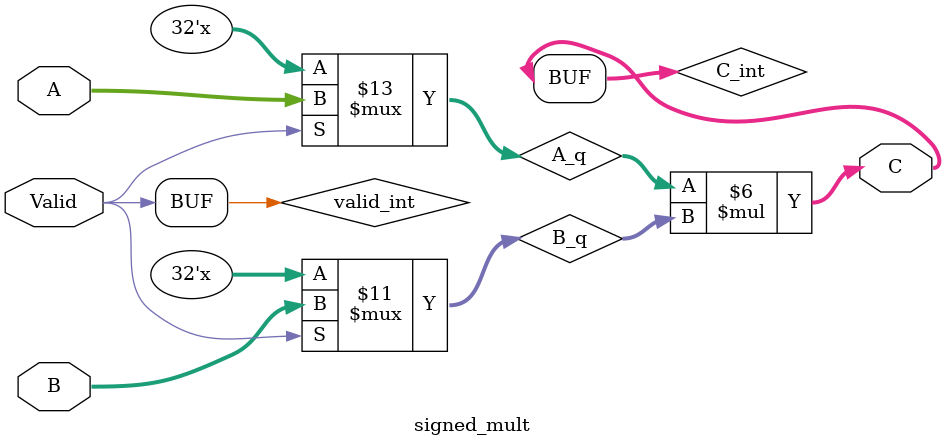
<source format=v>
module LUT1(output O, input I0);
    parameter [1:0] INIT = 0;
    parameter EQN = "(I0)";
    assign O = I0 ? INIT[1] : INIT[0];
endmodule

//               TZ        TSL TAB
module LUT2(output O, input I0, I1);
    parameter [3:0] INIT = 4'h0;
	parameter EQN = "(I0)";
    assign O = INIT[{I1, I0}];
endmodule

// O:  TZ
// I0: TA1 TA2 TB1 TB2
// I1: TSL
// I2: TAB
module LUT3(output O, input I0, I1, I2);
    parameter [7:0] INIT = 8'h0;
	parameter EQN = "(I0)";
    assign O = INIT[{I2, I1, I0}];
endmodule

// O:  CZ
// I0: TA1 TA2 TB1 TB2 BA1 BA2 BB1 BB2
// I1: TSL BSL
// I2: TAB BAB
// I3: TBS
module LUT4(output O, input I0, I1, I2, I3);
    parameter [15:0] INIT = 16'h0;
    parameter EQN = "(I0)";
    assign O = INIT[{I3, I2, I1, I0}];
endmodule

module inpad(
    output Q,
    (* iopad_external_pin *)
    input P
);
    assign Q = P;
endmodule

module outpad(
    (* iopad_external_pin *)
    output P,
    input A
);
    assign P = A;
endmodule

module ckpad(
    output Q,
    (* iopad_external_pin *)
    input P
);
    assign Q = P;
endmodule

module bipad(
    input A,
    input EN,
    output Q,
    (* iopad_external_pin *)
    inout P
);
    assign Q = P;
    assign P = EN ? A : 1'bz;
endmodule

module dff(
    output reg Q,
    input D,
    (* clkbuf_sink *)
    input CLK
);
    parameter [0:0] INIT = 1'b0;
    initial Q = INIT;
    always @(posedge CLK)
        Q <= D;
endmodule

module dffc(
    output reg Q,
    input D,
    (* clkbuf_sink *)
    input CLK,
    (* clkbuf_sink *)
    input CLR
);
    parameter [0:0] INIT = 1'b0;
    initial Q = INIT;

    always @(posedge CLK or posedge CLR)
        if (CLR)
            Q <= 1'b0;
        else
            Q <= D;
endmodule

module dffp(
    output reg Q,
    input D,
    (* clkbuf_sink *)
    input CLK,
    (* clkbuf_sink *)
    input PRE
);
    parameter [0:0] INIT = 1'b0;
    initial Q = INIT;

    always @(posedge CLK or posedge PRE)
        if (PRE)
            Q <= 1'b1;
        else
            Q <= D;
endmodule

module dffpc(
    output reg Q,
    input D,
    (* clkbuf_sink *)
    input CLK,
    (* clkbuf_sink *)
    input CLR,
    (* clkbuf_sink *)
    input PRE
);
    parameter [0:0] INIT = 1'b0;
    initial Q = INIT;

    always @(posedge CLK or posedge CLR or posedge PRE)
        if (CLR)
            Q <= 1'b0;
        else if (PRE)
            Q <= 1'b1;
        else
            Q <= D;
endmodule

module dffe(
    output reg Q,
    input D,
    (* clkbuf_sink *)
    input CLK,
    input EN
);
    parameter [0:0] INIT = 1'b0;
    initial Q = INIT;
    always @(posedge CLK)
        if (EN)
            Q <= D;
endmodule

module dffec(
    output reg Q,
    input D,
    (* clkbuf_sink *)
    input CLK,
    input EN,
    (* clkbuf_sink *)
    input CLR
);
    parameter [0:0] INIT = 1'b0;
    initial Q = INIT;

    always @(posedge CLK or posedge CLR)
        if (CLR)
            Q <= 1'b0;
        else if (EN)
            Q <= D;
endmodule

module dffepc(
    output reg Q,
    input D,
    (* clkbuf_sink *)
    input CLK,
    input EN,
    (* clkbuf_sink *)
    input CLR,
    (* clkbuf_sink *)
    input PRE
);
    parameter [0:0] INIT = 1'b0;
    initial Q = INIT;

    always @(posedge CLK or posedge CLR or posedge PRE)
        if (CLR)
            Q <= 1'b0;
        else if (PRE)
            Q <= 1'b1;
        else if (EN)
            Q <= D;
endmodule

//                  FZ       FS F2 (F1 TO 0)
module AND2I0(output Q, input A, B);
    assign Q = A ? B : 0;
endmodule

//                  FZ       FS F1 F2
module mux2x0(output Q, input S, A, B);
    assign Q = S ? B : A;
endmodule

//                  FZ       FS F1 F2
module mux2x1(output Q, input S, A, B);
    assign Q = S ? B : A;
endmodule

//                  TZ       TSL TABTA1TA2TB1TB2 
module mux4x0(output Q, input S0, S1, A, B, C, D);
    assign Q = S1 ? (S0 ? D : C) : (S0 ? B : A);
endmodule

// S0 BSL TSL
// S1 BAB TAB
// S2 TBS
// A TA1
// B TA2
// C TB1
// D TB2
// E BA1
// F BA2
// G BB1
// H BB2
// Q CZ
module mux8x0(output Q, input S0, S1, S2, A, B, C, D, E, F, G, H);
    assign Q = S2 ? (S1 ? (S0 ? H : G) : (S0 ? F : E)) : (S1 ? (S0 ? D : C) : (S0 ? B : A));
endmodule


module logic_cell_macro(
    input BA1,
    input BA2,
    input BAB,
    input BAS1,
    input BAS2,
    input BB1,
    input BB2,
    input BBS1,
    input BBS2,
    input BSL,
    input F1,
    input F2,
    input FS,
    input QCK,
    input QCKS,
    input QDI,
    input QDS,
    input QEN,
    input QRT,
    input QST,
    input TA1,
    input TA2,
    input TAB,
    input TAS1,
    input TAS2,
    input TB1,
    input TB2,
    input TBS,
    input TBS1,
    input TBS2,
    input TSL,
    output CZ,
    output FZ,
    output QZ,
    output TZ
);

    wire TAP1,TAP2,TBP1,TBP2,BAP1,BAP2,BBP1,BBP2,QCKP,TAI,TBI,BAI,BBI,TZI,BZI,CZI,QZI;
    reg QZ_r;
	
    initial
    begin
        QZ_r=1'b0;
    end
    assign QZ = QZ_r;
    assign TAP1 = TAS1 ? ~TA1 : TA1; 
    assign TAP2 = TAS2 ? ~TA2 : TA2; 
    assign TBP1 = TBS1 ? ~TB1 : TB1; 
    assign TBP2 = TBS2 ? ~TB2 : TB2;
    assign BAP1 = BAS1 ? ~BA1 : BA1;
    assign BAP2 = BAS2 ? ~BA2 : BA2;
    assign BBP1 = BBS1 ? ~BB1 : BB1;
    assign BBP2 = BBS2 ? ~BB2 : BB2;

    assign TAI = TSL ? TAP2 : TAP1;
    assign TBI = TSL ? TBP2 : TBP1;
    assign BAI = BSL ? BAP2 : BAP1;
    assign BBI = BSL ? BBP2 : BBP1;
    assign TZI = TAB ? TBI : TAI;
    assign BZI = BAB ? BBI : BAI;
    assign CZI = TBS ? BZI : TZI;
    assign QZI = QDS ? QDI : CZI ;
    assign FZ = FS ? F2 : F1;
    assign TZ = TZI;
    assign CZ = CZI;
    assign QCKP = QCKS ? QCK : ~QCK;


    always @(posedge QCKP)
        if(~QRT && ~QST)
            if(QEN)
                QZ_r = QZI;
    always @(QRT or QST)
        if(QRT)
            QZ_r = 1'b0;
        else if (QST)
            QZ_r = 1'b1;

endmodule

// BLACK BOXES

`timescale 1ns/10ps
module ahb_gen_bfm       (

                         // AHB Slave Interface to AHB Bus Matrix
                         //
                         A2F_HCLK,
                         A2F_HRESET,

                         A2F_HADDRS,
                         A2F_HSEL,
                         A2F_HTRANSS,
                         A2F_HSIZES,
                         A2F_HWRITES,
                         A2F_HREADYS,
                         A2F_HWDATAS,

                         A2F_HREADYOUTS,
                         A2F_HRESPS,
                         A2F_HRDATAS

			             );
			
//------Port Parameters----------------
//

parameter                ADDRWIDTH                   = 32;
parameter                DATAWIDTH                   = 32;

//
// Define the default address between transfers
//
parameter                DEFAULT_AHB_ADDRESS         = {(ADDRWIDTH){1'b1}};

//
// Define the standard delay from clock
//
parameter                STD_CLK_DLY                 = 2;

//
// Define Debug Message Controls
//
parameter                ENABLE_AHB_REG_WR_DEBUG_MSG = 1'b1;
parameter                ENABLE_AHB_REG_RD_DEBUG_MSG = 1'b1;

//
// Define the size of the message arrays
//
parameter                TEST_MSG_ARRAY_SIZE         = (64 * 8);


//------Port Signals-------------------
//

                         // AHB connection to master
                         //
input                    A2F_HCLK;
input                    A2F_HRESET;

output  [ADDRWIDTH-1:0]  A2F_HADDRS;
output                   A2F_HSEL;
output            [1:0]  A2F_HTRANSS;
output            [2:0]  A2F_HSIZES;
output                   A2F_HWRITES;
output                   A2F_HREADYS;
output  [DATAWIDTH-1:0]  A2F_HWDATAS;

input                    A2F_HREADYOUTS;
input                    A2F_HRESPS;
input   [DATAWIDTH-1:0]  A2F_HRDATAS;


wire                     A2F_HCLK;
wire                     A2F_HRESET;

reg     [ADDRWIDTH-1:0]  A2F_HADDRS;
reg                      A2F_HSEL;
reg               [1:0]  A2F_HTRANSS;
reg               [2:0]  A2F_HSIZES;
reg                      A2F_HWRITES;
reg                      A2F_HREADYS;
reg     [DATAWIDTH-1:0]  A2F_HWDATAS;

wire                     A2F_HREADYOUTS;
wire                     A2F_HRESPS;
wire    [DATAWIDTH-1:0]  A2F_HRDATAS;


//------Define Parameters--------------
//

//
// None at this time
//

//------Internal Signals---------------
//

//	Define internal signals
//
reg	   [TEST_MSG_ARRAY_SIZE-1:0]  ahb_bfm_msg1;  // Bus used for depositing test messages in ASCI
reg	   [TEST_MSG_ARRAY_SIZE-1:0]  ahb_bfm_msg2;  // Bus used for depositing test messages in ASCI
reg	   [TEST_MSG_ARRAY_SIZE-1:0]  ahb_bfm_msg3;  // Bus used for depositing test messages in ASCI
reg	   [TEST_MSG_ARRAY_SIZE-1:0]  ahb_bfm_msg4;  // Bus used for depositing test messages in ASCI
reg    [TEST_MSG_ARRAY_SIZE-1:0]  ahb_bfm_msg5;  // Bus used for depositing test messages in ASCI
reg    [TEST_MSG_ARRAY_SIZE-1:0]  ahb_bfm_msg6;  // Bus used for depositing test messages in ASCI


//------Logic Operations---------------
//

// Define the intial state of key signals
//
initial
begin

    A2F_HADDRS   <=  DEFAULT_AHB_ADDRESS;  // Default Address
    A2F_HSEL     <=  1'b0;                 // Bridge not selected
    A2F_HTRANSS  <=  2'h0;                 // "IDLE" State
    A2F_HSIZES   <=  3'h0;                 // "Byte" Transfer Size
    A2F_HWRITES  <=  1'b0;                 // "Read" operation
    A2F_HREADYS  <=  1'b0;                 // Slave is not ready
    A2F_HWDATAS  <=  {(DATAWIDTH){1'b0}};  // Write Data Value of "0"

	ahb_bfm_msg1 <= "NO ACTIVITY";		// Bus used for depositing test messages in ASCI
	ahb_bfm_msg2 <= "NO ACTIVITY";		// Bus used for depositing test messages in ASCI
	ahb_bfm_msg3 <= "NO ACTIVITY";		// Bus used for depositing test messages in ASCI
	ahb_bfm_msg4 <= "NO ACTIVITY";		// Bus used for depositing test messages in ASCI
    ahb_bfm_msg5 <= "NO ACTIVITY";      // Bus used for depositiog test messages in ASCI
    ahb_bfm_msg6 <= "NO ACTIVITY";      // Bus used for depositiog test messages in ASCI
end


//------Instantiate Modules------------
//

//
// None at this time
//


//------BFM Routines-------------------
//
`ifndef YOSYS
task ahb_read_al4s3b_fabric;
input   [ADDRWIDTH-1:0]	TARGET_ADDRESS;        //        Address to be written on the SPI bus
input             [2:0]	TARGET_XFR_SIZE;       //        Transfer Size for AHB bus
output  [DATAWIDTH-1:0]	TARGET_DATA;           //        Data    to be written on the SPI bus

reg     [DATAWIDTH-1:0]   read_data;

integer i, j, k;

begin
    // Read Command Bit
	//
    @(posedge A2F_HCLK) #STD_CLK_DLY;

	// Issue Diagnostic Messages
	//
	ahb_bfm_msg1  = "AHB Single Read";
	ahb_bfm_msg2  = "Address Phase";
	ahb_bfm_msg3  = "SEQ";

    A2F_HADDRS    =  TARGET_ADDRESS;       // Transfer Address

    // Define the Transfer Request
    //
    // Transfer decode of: A2F_HTRANS[1]  A2F_HTRANS[0]  Description
    //                     -------------  -------------  ------------------------------------
    //                          0             0            IDLE               (No Transfer)
    //                          0             1            BUSY               (No Transfer)
    //                          1             0            NONSEQ             (Do Transfer)
    //                          1             1            SEQ                (Do Transfer)
    //
    // Transfer decode of: A2F_HREADYS                   Description
    //                     -----------                   ------------------------------------
    //                          0                          Slave is not ready (No Transfer)
    //                          1                          Slave is     ready (Do Transfer)
    //
    A2F_HSEL      =  1'b1;                 // Bridge   selected
    A2F_HREADYS   =  1'b1;                 // Slave is ready
    A2F_HTRANSS   =  2'h2;                 // "NONSEQ" State

	//
	// Define "Transfer Size Encoding" is based on the following:
	//
	//       HSIZE[2]  HSIZE[1]  HSIZE[0]  Bits  Description
    //       --------  --------  --------  ----  -----------
	//          0         0         0         8  Byte
	//          0         0         1        16  Halfword
	//          0         1         0        32  Word
	//          0         1         1        64  Doublword
	//          1         0         0       128  4-word line
	//          1         0         1       256  8-word line
	//          1         1         0       512  -
	//          1         1         1      1024  -
	//
	//       The fabric design only supports up to 32 bits at a time.
	//
    A2F_HSIZES    =  TARGET_XFR_SIZE;      // Transfer Size

    A2F_HWRITES   =  1'b0;                 // "Read"  operation
    A2F_HWDATAS   =  {(DATAWIDTH){1'b0}};  // Write Data Value of "0"

    //
    // Wait for next clock to sampe the slave's response
    //
    @(posedge A2F_HCLK) #STD_CLK_DLY;

	ahb_bfm_msg2  = "Data Phase";
	ahb_bfm_msg3  = "IDLE";
	ahb_bfm_msg4  = "Waiting for Slave";

    // Set the next transfer cycle to "IDLE"
    A2F_HADDRS    =  DEFAULT_AHB_ADDRESS;  // Default Address
    A2F_HSEL      =  1'b0;                 // Bridge not selected
    A2F_HTRANSS   =  2'h0;                 // "IDLE" State
    A2F_HSIZES    =  3'h0;                 // "Byte" Transfer Size

    //
    // Check if the slave has returend data
    //
	while (A2F_HREADYOUTS == 1'b0)
    begin
        @(posedge A2F_HCLK) #STD_CLK_DLY;
    end

    A2F_HREADYS   =  1'b0;             // Slave is not ready
    TARGET_DATA   = A2F_HRDATAS;       // Read slave data value

	// Clear Diagnostic Messages
	//
	ahb_bfm_msg1 <= "NO ACTIVITY";
	ahb_bfm_msg2 <= "NO ACTIVITY";
	ahb_bfm_msg3 <= "NO ACTIVITY";
	ahb_bfm_msg4 <= "NO ACTIVITY";
	ahb_bfm_msg5 <= "NO ACTIVITY";
	ahb_bfm_msg6 <= "NO ACTIVITY";

end
endtask


task ahb_write_al4s3b_fabric;
input   [ADDRWIDTH-1:0]	TARGET_ADDRESS;        //        Address to be written on the SPI bus
input             [2:0]	TARGET_XFR_SIZE;       //        Transfer Size for AHB bus
input   [DATAWIDTH-1:0]	TARGET_DATA;           //        Data    to be written on the SPI bus

reg     [DATAWIDTH-1:0]   read_data;

integer i, j, k;

begin
    // Read Command Bit
	//
    @(posedge A2F_HCLK) #STD_CLK_DLY;

	// Issue Diagnostic Messages
	//
	ahb_bfm_msg1  = "AHB Single Write";
	ahb_bfm_msg2  = "Address Phase";
	ahb_bfm_msg3  = "SEQ";

    A2F_HADDRS    =  TARGET_ADDRESS;       // Transfer Address

    // Define the Transfer Request
    //
    // Transfer decode of: A2F_HTRANS[1]  A2F_HTRANS[0]  Description
    //                     -------------  -------------  ------------------------------------
    //                          0             0            IDLE               (No Transfer)
    //                          0             1            BUSY               (No Transfer)
    //                          1             0            NONSEQ             (Do Transfer)
    //                          1             1            SEQ                (Do Transfer)
    //
    // Transfer decode of: A2F_HREADYS                   Description
    //                     -----------                   ------------------------------------
    //                          0                          Slave is not ready (No Transfer)
    //                          1                          Slave is     ready (Do Transfer)
    //
    A2F_HSEL      =  1'b1;                 // Bridge   selected
    A2F_HREADYS   =  1'b1;                 // Slave is ready
    A2F_HTRANSS   =  2'h2;                 // "NONSEQ" State

	//
	// Define "Transfer Size Encoding" is based on the following:
	//
	//       HSIZE[2]  HSIZE[1]  HSIZE[0]  Bits  Description
    //       --------  --------  --------  ----  -----------
	//          0         0         0         8  Byte
	//          0         0         1        16  Halfword
	//          0         1         0        32  Word
	//          0         1         1        64  Doublword
	//          1         0         0       128  4-word line
	//          1         0         1       256  8-word line
	//          1         1         0       512  -
	//          1         1         1      1024  -
	//
	//       The fabric design only supports up to 32 bits at a time.
	//
    A2F_HSIZES    =  TARGET_XFR_SIZE;      // Transfer Size

    A2F_HWRITES   =  1'b1;                 // "Write"  operation
    A2F_HWDATAS   =  {(DATAWIDTH){1'b0}};  // Write Data Value of "0"

    //
    // Wait for next clock to sampe the slave's response
    //
    @(posedge A2F_HCLK) #STD_CLK_DLY;

	ahb_bfm_msg2  = "Data Phase";
	ahb_bfm_msg3  = "IDLE";
	ahb_bfm_msg4  = "Waiting for Slave";

    // Set the next transfer cycle to "IDLE"
    A2F_HADDRS    =  DEFAULT_AHB_ADDRESS;  // Default Address
    A2F_HSEL      =  1'b0;                 // Bridge not selected
    A2F_HTRANSS   =  2'h0;                 // "IDLE" State
    A2F_HSIZES    =  3'h0;                 // "Byte" Transfer Size
    A2F_HWDATAS   =  TARGET_DATA;          // Write From test routine
    A2F_HWRITES   =  1'b0;                 // "Read"  operation

    //
    // Check if the slave has returend data
    //
	while (A2F_HREADYOUTS == 1'b0)
    begin
        @(posedge A2F_HCLK) #STD_CLK_DLY;
    end

    A2F_HREADYS   =  1'b0;             // Slave is not ready
    TARGET_DATA   = A2F_HRDATAS;       // Read slave data value

	// Clear Diagnostic Messages
	//
	ahb_bfm_msg1 <= "NO ACTIVITY";
	ahb_bfm_msg2 <= "NO ACTIVITY";
	ahb_bfm_msg3 <= "NO ACTIVITY";
	ahb_bfm_msg4 <= "NO ACTIVITY";
	ahb_bfm_msg5 <= "NO ACTIVITY";
	ahb_bfm_msg6 <= "NO ACTIVITY";

end
endtask

task ahb_read_word_al4s3b_fabric;
input   [ADDRWIDTH-1:0]	TARGET_ADDRESS;        //        Address to be written on the SPI bus
output  [DATAWIDTH-1:0]	TARGET_DATA;           //        Data    to be written on the SPI bus

reg     [DATAWIDTH-1:0]   read_data;

integer i, j, k;

begin
    // Read Command Bit
	//
	
    wait (A2F_HRESET == 0);
    @(posedge A2F_HCLK) #STD_CLK_DLY;

	// Issue Diagnostic Messages
	//
	ahb_bfm_msg1  = "AHB Single Read";
	ahb_bfm_msg2  = "Address Phase";
	ahb_bfm_msg3  = "SEQ";

    A2F_HADDRS    =  TARGET_ADDRESS;       // Transfer Address

    // Define the Transfer Request
    //
    // Transfer decode of: A2F_HTRANS[1]  A2F_HTRANS[0]  Description
    //                     -------------  -------------  ------------------------------------
    //                          0             0            IDLE               (No Transfer)
    //                          0             1            BUSY               (No Transfer)
    //                          1             0            NONSEQ             (Do Transfer)
    //                          1             1            SEQ                (Do Transfer)
    //
    // Transfer decode of: A2F_HREADYS                   Description
    //                     -----------                   ------------------------------------
    //                          0                          Slave is not ready (No Transfer)
    //                          1                          Slave is     ready (Do Transfer)
    //
    A2F_HSEL      =  1'b1;                 // Bridge   selected
    A2F_HREADYS   =  1'b1;                 // Slave is ready
    A2F_HTRANSS   =  2'h2;                 // "NONSEQ" State

	//
	// Define "Transfer Size Encoding" is based on the following:
	//
	//       HSIZE[2]  HSIZE[1]  HSIZE[0]  Bits  Description
    //       --------  --------  --------  ----  -----------
	//          0         0         0         8  Byte
	//          0         0         1        16  Halfword
	//          0         1         0        32  Word
	//          0         1         1        64  Doublword
	//          1         0         0       128  4-word line
	//          1         0         1       256  8-word line
	//          1         1         0       512  -
	//          1         1         1      1024  -
	//
	//       The fabric design only supports up to 32 bits at a time.
	//
    A2F_HSIZES    =  3'b010;               // Transfer Size

    A2F_HWRITES   =  1'b0;                 // "Read"  operation
    A2F_HWDATAS   =  {(DATAWIDTH){1'b0}};  // Write Data Value of "0"

    //
    // Wait for next clock to sampe the slave's response
    //
    @(posedge A2F_HCLK) #STD_CLK_DLY;

	ahb_bfm_msg2  = "Data Phase";
	ahb_bfm_msg3  = "IDLE";
	ahb_bfm_msg4  = "Waiting for Slave";

    // Set the next transfer cycle to "IDLE"
    A2F_HADDRS    =  DEFAULT_AHB_ADDRESS;  // Default Address
    A2F_HSEL      =  1'b0;                 // Bridge not selected
    A2F_HTRANSS   =  2'h0;                 // "IDLE" State
    A2F_HSIZES    =  3'h0;                 // "Byte" Transfer Size

    //
    // Check if the slave has returend data
    //
	while (A2F_HREADYOUTS == 1'b0)
    begin
        @(posedge A2F_HCLK) #STD_CLK_DLY;
    end

    A2F_HREADYS   =  1'b0;             // Slave is not ready
    TARGET_DATA   = A2F_HRDATAS;       // Read slave data value

	// Clear Diagnostic Messages
	//
	ahb_bfm_msg1 <= "NO ACTIVITY";
	ahb_bfm_msg2 <= "NO ACTIVITY";
	ahb_bfm_msg3 <= "NO ACTIVITY";
	ahb_bfm_msg4 <= "NO ACTIVITY";
	ahb_bfm_msg5 <= "NO ACTIVITY";
	ahb_bfm_msg6 <= "NO ACTIVITY";

end
endtask


task ahb_write_word_al4s3b_fabric;
input   [ADDRWIDTH-1:0]	TARGET_ADDRESS;        //        Address to be written on the SPI bus
input   [DATAWIDTH-1:0]	TARGET_DATA;           //        Data    to be written on the SPI bus

reg     [DATAWIDTH-1:0]   read_data;

integer i, j, k;

begin
    // Read Command Bit
	//
	wait (A2F_HRESET == 0);
	
    @(posedge A2F_HCLK) #STD_CLK_DLY;

	// Issue Diagnostic Messages
	//
	ahb_bfm_msg1  = "AHB Single Write";
	ahb_bfm_msg2  = "Address Phase";
	ahb_bfm_msg3  = "SEQ";

    A2F_HADDRS    =  TARGET_ADDRESS;       // Transfer Address

    // Define the Transfer Request
    //
    // Transfer decode of: A2F_HTRANS[1]  A2F_HTRANS[0]  Description
    //                     -------------  -------------  ------------------------------------
    //                          0             0            IDLE               (No Transfer)
    //                          0             1            BUSY               (No Transfer)
    //                          1             0            NONSEQ             (Do Transfer)
    //                          1             1            SEQ                (Do Transfer)
    //
    // Transfer decode of: A2F_HREADYS                   Description
    //                     -----------                   ------------------------------------
    //                          0                          Slave is not ready (No Transfer)
    //                          1                          Slave is     ready (Do Transfer)
    //
    A2F_HSEL      =  1'b1;                 // Bridge   selected
    A2F_HREADYS   =  1'b1;                 // Slave is ready
    A2F_HTRANSS   =  2'h2;                 // "NONSEQ" State

	//
	// Define "Transfer Size Encoding" is based on the following:
	//
	//       HSIZE[2]  HSIZE[1]  HSIZE[0]  Bits  Description
    //       --------  --------  --------  ----  -----------
	//          0         0         0         8  Byte
	//          0         0         1        16  Halfword
	//          0         1         0        32  Word
	//          0         1         1        64  Doublword
	//          1         0         0       128  4-word line
	//          1         0         1       256  8-word line
	//          1         1         0       512  -
	//          1         1         1      1024  -
	//
	//       The fabric design only supports up to 32 bits at a time.
	//
    A2F_HSIZES    =  3'b010;               // Transfer Size

    A2F_HWRITES   =  1'b1;                 // "Write"  operation
    A2F_HWDATAS   =  {(DATAWIDTH){1'b0}};  // Write Data Value of "0"

    //
    // Wait for next clock to sampe the slave's response
    //
    @(posedge A2F_HCLK) #STD_CLK_DLY;

	ahb_bfm_msg2  = "Data Phase";
	ahb_bfm_msg3  = "IDLE";
	ahb_bfm_msg4  = "Waiting for Slave";

    // Set the next transfer cycle to "IDLE"
    A2F_HADDRS    =  DEFAULT_AHB_ADDRESS;  // Default Address
    A2F_HSEL      =  1'b0;                 // Bridge not selected
    A2F_HTRANSS   =  2'h0;                 // "IDLE" State
    A2F_HSIZES    =  3'h0;                 // "Byte" Transfer Size
    A2F_HWDATAS   =  TARGET_DATA;          // Write From test routine
    A2F_HWRITES   =  1'b0;                 // "Read"  operation

    //
    // Check if the slave has returend data
    //
	while (A2F_HREADYOUTS == 1'b0)
    begin
        @(posedge A2F_HCLK) #STD_CLK_DLY;
    end

    A2F_HREADYS   =  1'b0;             // Slave is not ready
    TARGET_DATA   = A2F_HRDATAS;       // Read slave data value

	// Clear Diagnostic Messages
	//
	ahb_bfm_msg1 <= "NO ACTIVITY";
	ahb_bfm_msg2 <= "NO ACTIVITY";
	ahb_bfm_msg3 <= "NO ACTIVITY";
	ahb_bfm_msg4 <= "NO ACTIVITY";
	ahb_bfm_msg5 <= "NO ACTIVITY";
	ahb_bfm_msg6 <= "NO ACTIVITY";
	
	//$stop();

end
endtask

task ahb_write_al4s3b_fabric_mod;
input   [ADDRWIDTH-1:0]	TARGET_ADDRESS;        //        Address to be written on the SPI bus
input             [2:0]	TARGET_XFR_SIZE;       //        Transfer Size for AHB bus
input   [DATAWIDTH-1:0]	TARGET_DATA;           //        Data    to be written on the SPI bus

reg     [DATAWIDTH-1:0]   read_data;

integer i, j, k;

begin
    // Read Command Bit
	//
    @(posedge A2F_HCLK) #STD_CLK_DLY;

	// Issue Diagnostic Messages
	//
	ahb_bfm_msg1  = "AHB Single Write";
	ahb_bfm_msg2  = "Address Phase";
	ahb_bfm_msg3  = "SEQ";

    //A2F_HADDRS    =  TARGET_ADDRESS;       // Transfer Address
    A2F_HADDRS    =  {TARGET_ADDRESS[ADDRWIDTH-1:11],(TARGET_ADDRESS[10:0] << 2)} ;       // Transfer Address

    // Define the Transfer Request
    //
    // Transfer decode of: A2F_HTRANS[1]  A2F_HTRANS[0]  Description
    //                     -------------  -------------  ------------------------------------
    //                          0             0            IDLE               (No Transfer)
    //                          0             1            BUSY               (No Transfer)
    //                          1             0            NONSEQ             (Do Transfer)
    //                          1             1            SEQ                (Do Transfer)
    //
    // Transfer decode of: A2F_HREADYS                   Description
    //                     -----------                   ------------------------------------
    //                          0                          Slave is not ready (No Transfer)
    //                          1                          Slave is     ready (Do Transfer)
    //
    A2F_HSEL      =  1'b1;                 // Bridge   selected
    A2F_HREADYS   =  1'b1;                 // Slave is ready
    A2F_HTRANSS   =  2'h2;                 // "NONSEQ" State

	//
	// Define "Transfer Size Encoding" is based on the following:
	//
	//       HSIZE[2]  HSIZE[1]  HSIZE[0]  Bits  Description
    //       --------  --------  --------  ----  -----------
	//          0         0         0         8  Byte
	//          0         0         1        16  Halfword
	//          0         1         0        32  Word
	//          0         1         1        64  Doublword
	//          1         0         0       128  4-word line
	//          1         0         1       256  8-word line
	//          1         1         0       512  -
	//          1         1         1      1024  -
	//
	//       The fabric design only supports up to 32 bits at a time.
	//
    A2F_HSIZES    =  TARGET_XFR_SIZE;      // Transfer Size

    A2F_HWRITES   =  1'b1;                 // "Write"  operation
    A2F_HWDATAS   =  {(DATAWIDTH){1'b0}};  // Write Data Value of "0"

    //
    // Wait for next clock to sampe the slave's response
    //
    @(posedge A2F_HCLK) #STD_CLK_DLY;

	ahb_bfm_msg2  = "Data Phase";
	ahb_bfm_msg3  = "IDLE";
	ahb_bfm_msg4  = "Waiting for Slave";

    // Set the next transfer cycle to "IDLE"
    A2F_HADDRS    =  DEFAULT_AHB_ADDRESS;  // Default Address
    A2F_HSEL      =  1'b0;                 // Bridge not selected
    A2F_HTRANSS   =  2'h0;                 // "IDLE" State
    A2F_HSIZES    =  3'h0;                 // "Byte" Transfer Size
    A2F_HWDATAS   =  TARGET_DATA;          // Write From test routine
    A2F_HWRITES   =  1'b0;                 // "Read"  operation

    //
    // Check if the slave has returend data
    //
	while (A2F_HREADYOUTS == 1'b0)
    begin
        @(posedge A2F_HCLK) #STD_CLK_DLY;
    end

    A2F_HREADYS   =  1'b0;             // Slave is not ready
    TARGET_DATA   = A2F_HRDATAS;       // Read slave data value

	// Clear Diagnostic Messages
	//
	ahb_bfm_msg1 <= "NO ACTIVITY";
	ahb_bfm_msg2 <= "NO ACTIVITY";
	ahb_bfm_msg3 <= "NO ACTIVITY";
	ahb_bfm_msg4 <= "NO ACTIVITY";
	ahb_bfm_msg5 <= "NO ACTIVITY";
	ahb_bfm_msg6 <= "NO ACTIVITY";

end
endtask


task ahb_read_al4s3b_fabric_mod;
input   [ADDRWIDTH-1:0]	TARGET_ADDRESS;        //        Address to be written on the SPI bus
input             [2:0]	TARGET_XFR_SIZE;       //        Transfer Size for AHB bus
output  [DATAWIDTH-1:0]	TARGET_DATA;           //        Data    to be written on the SPI bus

reg     [DATAWIDTH-1:0]   read_data;

integer i, j, k;

begin
    // Read Command Bit
	//
    @(posedge A2F_HCLK) #STD_CLK_DLY;

	// Issue Diagnostic Messages
	//
	ahb_bfm_msg1  = "AHB Single Read";
	ahb_bfm_msg2  = "Address Phase";
	ahb_bfm_msg3  = "SEQ";

    //A2F_HADDRS    =  TARGET_ADDRESS;       // Transfer Address
    A2F_HADDRS    =  {TARGET_ADDRESS[ADDRWIDTH-1:11],(TARGET_ADDRESS[10:0] << 2)} ;       // Transfer Address

    // Define the Transfer Request
    //
    // Transfer decode of: A2F_HTRANS[1]  A2F_HTRANS[0]  Description
    //                     -------------  -------------  ------------------------------------
    //                          0             0            IDLE               (No Transfer)
    //                          0             1            BUSY               (No Transfer)
    //                          1             0            NONSEQ             (Do Transfer)
    //                          1             1            SEQ                (Do Transfer)
    //
    // Transfer decode of: A2F_HREADYS                   Description
    //                     -----------                   ------------------------------------
    //                          0                          Slave is not ready (No Transfer)
    //                          1                          Slave is     ready (Do Transfer)
    //
    A2F_HSEL      =  1'b1;                 // Bridge   selected
    A2F_HREADYS   =  1'b1;                 // Slave is ready
    A2F_HTRANSS   =  2'h2;                 // "NONSEQ" State

	//
	// Define "Transfer Size Encoding" is based on the following:
	//
	//       HSIZE[2]  HSIZE[1]  HSIZE[0]  Bits  Description
    //       --------  --------  --------  ----  -----------
	//          0         0         0         8  Byte
	//          0         0         1        16  Halfword
	//          0         1         0        32  Word
	//          0         1         1        64  Doublword
	//          1         0         0       128  4-word line
	//          1         0         1       256  8-word line
	//          1         1         0       512  -
	//          1         1         1      1024  -
	//
	//       The fabric design only supports up to 32 bits at a time.
	//
    A2F_HSIZES    =  TARGET_XFR_SIZE;      // Transfer Size

    A2F_HWRITES   =  1'b0;                 // "Read"  operation
    A2F_HWDATAS   =  {(DATAWIDTH){1'b0}};  // Write Data Value of "0"

    //
    // Wait for next clock to sampe the slave's response
    //
    @(posedge A2F_HCLK) #STD_CLK_DLY;

	ahb_bfm_msg2  = "Data Phase";
	ahb_bfm_msg3  = "IDLE";
	ahb_bfm_msg4  = "Waiting for Slave";

    // Set the next transfer cycle to "IDLE"
    A2F_HADDRS    =  DEFAULT_AHB_ADDRESS;  // Default Address
    A2F_HSEL      =  1'b0;                 // Bridge not selected
    A2F_HTRANSS   =  2'h0;                 // "IDLE" State
    A2F_HSIZES    =  3'h0;                 // "Byte" Transfer Size

    //
    // Check if the slave has returend data
    //
	while (A2F_HREADYOUTS == 1'b0)
    begin
        @(posedge A2F_HCLK) #STD_CLK_DLY;
    end

    A2F_HREADYS   =  1'b0;             // Slave is not ready
    TARGET_DATA   = A2F_HRDATAS;       // Read slave data value

	// Clear Diagnostic Messages
	//
	ahb_bfm_msg1 <= "NO ACTIVITY";
	ahb_bfm_msg2 <= "NO ACTIVITY";
	ahb_bfm_msg3 <= "NO ACTIVITY";
	ahb_bfm_msg4 <= "NO ACTIVITY";
	ahb_bfm_msg5 <= "NO ACTIVITY";
	ahb_bfm_msg6 <= "NO ACTIVITY";

end
endtask
`endif

endmodule

`timescale 1ns/10ps

module	oscillator_s1 
		(

		OSC_CLK_EN,
		OSC_CLK

		);

//	Define the oscillator's frequency
//
//	Note:	The parameter above assumes that values are calculated in units of nS.
//
parameter 		T_CYCLE_CLK = (1000.0/7.3728);

input			OSC_CLK_EN;
output			OSC_CLK;

wire			OSC_CLK_EN;
wire			OSC_CLK;

reg				osc_int_clk;

//	Define the output enable
//
assign	OSC_CLK = OSC_CLK_EN ? osc_int_clk : 1'bZ;

// Define the clock oscillator section
//
initial
begin
	osc_int_clk	= 0;	// Intialize the clock at time 0ns.
`ifndef YOSYS
	forever				// Generate a clock with an expected frequency.
	begin
		#(T_CYCLE_CLK/2) osc_int_clk = 1;
		#(T_CYCLE_CLK/2) osc_int_clk = 0;
	end 
`endif
end

endmodule

`timescale 1ns/10ps

module sdma_bfm       (

                         // SDMA Interface Signals
                         //
						sdma_req_i,
						sdma_sreq_i,
						sdma_done_o,
						sdma_active_o

			             );
						 
input    [3:0]  	sdma_req_i;											 
input    [3:0]  	sdma_sreq_i;												 
output   [3:0]  	sdma_done_o;						
output   [3:0]  	sdma_active_o;	

reg [3:0] sdma_done_sig;
reg [3:0] sdma_active_sig;

assign sdma_done_o 		= sdma_done_sig;
assign sdma_active_o 	= sdma_active_sig;

initial 
begin
sdma_done_sig 	<= 4'h0;
sdma_active_sig <= 4'h0;

end

`ifndef YOSYS
task drive_dma_active;
input [3:0] dma_active_i;
begin
    sdma_active_sig <= dma_active_i;
	#100;
	//sdma_active_sig <= 4'h0;
 
end
endtask
`endif
endmodule					

`timescale 1ns / 10ps
module ahb2fb_asynbrig_if (

                           A2F_HCLK,       // clock
                           A2F_HRESET,     // reset

                           // AHB connection to master
                           //
                           A2F_HSEL,
                           A2F_HADDRS,
                           A2F_HTRANSS,
                           A2F_HSIZES,
                           A2F_HWRITES,
                           A2F_HREADYS,

                           A2F_HREADYOUTS,
                           A2F_HRESPS,

                           // Fabric Interface
                           //
                           AHB_ASYNC_ADDR_O,
                           AHB_ASYNC_READ_EN_O,
                           AHB_ASYNC_WRITE_EN_O,
                           AHB_ASYNC_BYTE_STROBE_O,

                           AHB_ASYNC_STB_TOGGLE_O,

                           FABRIC_ASYNC_ACK_TOGGLE_I

					       );


    //-----Port Parameters-----------------
    //

    parameter    DATAWIDTH              = 32;
	parameter    APERWIDTH              = 17;

	parameter    STATE_WIDTH            = 1;

	parameter    AHB_ASYNC_IDLE         = 0;
	parameter    AHB_ASYNC_WAIT         = 1;


    //-----Port Signals--------------------
    //


    //------------------------------------------
    // AHB connection to master
    //
    input                    A2F_HCLK;       // clock
    input                    A2F_HRESET;     // reset

    input    [APERWIDTH-1:0] A2F_HADDRS;
    input                    A2F_HSEL;
    input              [1:0] A2F_HTRANSS;
    input              [2:0] A2F_HSIZES;
    input                    A2F_HWRITES;
    input                    A2F_HREADYS;

    output                   A2F_HREADYOUTS;
    output                   A2F_HRESPS;


    //------------------------------------------
    // Fabric Interface
    //
    output   [APERWIDTH-1:0] AHB_ASYNC_ADDR_O;
    output                   AHB_ASYNC_READ_EN_O;
    output                   AHB_ASYNC_WRITE_EN_O;
    output             [3:0] AHB_ASYNC_BYTE_STROBE_O;

    output                   AHB_ASYNC_STB_TOGGLE_O;

    input                    FABRIC_ASYNC_ACK_TOGGLE_I;


    //------------------------------------------
    // AHB connection to master
    //
    wire                     A2F_HCLK;       // clock
    wire                     A2F_HRESET;     // reset

    wire     [APERWIDTH-1:0] A2F_HADDRS;
    wire                     A2F_HSEL;
    wire               [1:0] A2F_HTRANSS;
    wire               [2:0] A2F_HSIZES;
    wire                     A2F_HWRITES;
    wire                     A2F_HREADYS;

    reg                      A2F_HREADYOUTS;
    reg                      A2F_HREADYOUTS_nxt;

    wire                     A2F_HRESPS;


    //------------------------------------------
    // Fabric Interface
    //
    reg      [APERWIDTH-1:0] AHB_ASYNC_ADDR_O;
    reg                      AHB_ASYNC_READ_EN_O;
    reg                      AHB_ASYNC_WRITE_EN_O;

    reg                [3:0] AHB_ASYNC_BYTE_STROBE_O;
    reg                [3:0] AHB_ASYNC_BYTE_STROBE_O_nxt;



    reg                      AHB_ASYNC_STB_TOGGLE_O;
    reg                      AHB_ASYNC_STB_TOGGLE_O_nxt;

    wire                     FABRIC_ASYNC_ACK_TOGGLE_I;


    //------Define Parameters---------
    //

    //
    // None at this time
    //

	
    //-----Internal Signals--------------------
    //

    wire                     trans_req;          // transfer request 

	reg    [STATE_WIDTH-1:0] ahb_to_fabric_state;
	reg    [STATE_WIDTH-1:0] ahb_to_fabric_state_nxt;

    reg                      fabric_async_ack_toggle_i_1ff;
    reg                      fabric_async_ack_toggle_i_2ff;
    reg                      fabric_async_ack_toggle_i_3ff;

    wire                     fabric_async_ack;

    //------Logic Operations----------
    //


    // Define the Transfer Request
    //
    // Transfer decode of: A2F_HTRANS[1]  A2F_HTRANS[0]  Description
    //                     -------------  -------------  ------------------------------------
    //                          0             0            IDLE               (No Transfer)
    //                          0             1            BUSY               (No Transfer)
    //                          1             0            NONSEQ             (Do Transfer)
    //                          1             1            SEQ                (Do Transfer)
    //
    // Transfer decode of: A2F_HREADYS                   Description
    //                     -----------                   ------------------------------------
    //                          0                          Slave is not ready (No Transfer)
    //                          1                          Slave is     ready (Do Transfer)
    //
    assign trans_req        =   A2F_HSEL
	                        &   A2F_HREADYS 
						    &   A2F_HTRANSS[1]; // transfer request issued only in SEQ and NONSEQ status and slave is
                                                // selected and last transfer finish


    // Check for acknowldge from the fabric
    //
    // Note: The fabric is on a different and potentially asynchronous clock.
    //       Therefore, acknowledge is passed as a toggle signal.
    //
    assign fabric_async_ack = fabric_async_ack_toggle_i_2ff ^ fabric_async_ack_toggle_i_3ff;


    // Issue transfer status
    //
    // Note: All transfers are considered to have completed successfully.
    //
    assign A2F_HRESPS       = 1'b0;  // OKAY response from slave


    // Address signal registering, to make the address and data active at the same cycle
    //
    always @(posedge A2F_HCLK or posedge A2F_HRESET)
    begin
        if (A2F_HRESET)
        begin
	       ahb_to_fabric_state           <=   AHB_ASYNC_IDLE;

           AHB_ASYNC_ADDR_O              <=   {(APERWIDTH){1'b0}}; //default address 0 is selected
           AHB_ASYNC_READ_EN_O           <=   1'b0;
           AHB_ASYNC_WRITE_EN_O          <=   1'b0;
           AHB_ASYNC_BYTE_STROBE_O       <=   4'b0;

           AHB_ASYNC_STB_TOGGLE_O        <=   1'b0;

           fabric_async_ack_toggle_i_1ff <=   1'b0;
           fabric_async_ack_toggle_i_2ff <=   1'b0;
           fabric_async_ack_toggle_i_3ff <=   1'b0;

           A2F_HREADYOUTS                <=   1'b0;
        end
        else 
        begin
	       ahb_to_fabric_state           <=   ahb_to_fabric_state_nxt;

           if (trans_req)
           begin
               AHB_ASYNC_ADDR_O          <=   A2F_HADDRS[APERWIDTH-1:0];
               AHB_ASYNC_READ_EN_O       <=  ~A2F_HWRITES ;
               AHB_ASYNC_WRITE_EN_O      <=   A2F_HWRITES ;
               AHB_ASYNC_BYTE_STROBE_O   <=   AHB_ASYNC_BYTE_STROBE_O_nxt;
		   end

           AHB_ASYNC_STB_TOGGLE_O        <=   AHB_ASYNC_STB_TOGGLE_O_nxt;

           fabric_async_ack_toggle_i_1ff <=   FABRIC_ASYNC_ACK_TOGGLE_I;
           fabric_async_ack_toggle_i_2ff <=   fabric_async_ack_toggle_i_1ff;
           fabric_async_ack_toggle_i_3ff <=   fabric_async_ack_toggle_i_2ff;

           A2F_HREADYOUTS                <=   A2F_HREADYOUTS_nxt;
        end
    end


    // Byte Strobe Signal Decode
	//
	// Note: The "Transfer Size Encoding" is defined as follows:
	//
	//       HSIZE[2]  HSIZE[1]  HSIZE[0]  Bits  Description
    //       --------  --------  --------  ----  -----------
	//          0         0         0         8  Byte
	//          0         0         1        16  Halfword
	//          0         1         0        32  Word
	//          0         1         1        64  Doublword
	//          1         0         0       128  4-word line
	//          1         0         1       256  8-word line
	//          1         1         0       512  -
	//          1         1         1      1024  -
	//
	//       The fabric design only supports up to 32 bits at a time.
	//
    always @(A2F_HSIZES or A2F_HADDRS)
    begin
        case(A2F_HSIZES)
        3'b000:                                  //byte
        begin
           case(A2F_HADDRS[1:0])
           2'b00:    AHB_ASYNC_BYTE_STROBE_O_nxt <= 4'b0001;
           2'b01:    AHB_ASYNC_BYTE_STROBE_O_nxt <= 4'b0010;
           2'b10:    AHB_ASYNC_BYTE_STROBE_O_nxt <= 4'b0100;
           2'b11:    AHB_ASYNC_BYTE_STROBE_O_nxt <= 4'b1000;
           default:  AHB_ASYNC_BYTE_STROBE_O_nxt <= 4'b0000;
           endcase
        end
        3'b001:                                  //half word
        begin
            case(A2F_HADDRS[1])
            1'b0:    AHB_ASYNC_BYTE_STROBE_O_nxt <= 4'b0011;
            1'b1:    AHB_ASYNC_BYTE_STROBE_O_nxt <= 4'b1100;
            default: AHB_ASYNC_BYTE_STROBE_O_nxt <= 4'b0000;
	        endcase
        end
        default:     AHB_ASYNC_BYTE_STROBE_O_nxt <= 4'b1111; // default 32 bits, word
        endcase
    end


    // Define the AHB Interface Statemachine
    //
    always @(
            trans_req              or
            fabric_async_ack       or
            AHB_ASYNC_STB_TOGGLE_O or
            ahb_to_fabric_state
    )
    begin
	    case(ahb_to_fabric_state)
	    AHB_ASYNC_IDLE:
        begin
            case(trans_req)
            1'b0:  // Wait for an AHB Transfer
            begin
	            ahb_to_fabric_state_nxt    <=  AHB_ASYNC_IDLE;
                A2F_HREADYOUTS_nxt         <=  1'b1;
                AHB_ASYNC_STB_TOGGLE_O_nxt <=  AHB_ASYNC_STB_TOGGLE_O;
            end 
            1'b1:  // AHB Transfer Detected
            begin
	            ahb_to_fabric_state_nxt    <=  AHB_ASYNC_WAIT;
                A2F_HREADYOUTS_nxt         <=  1'b0;
                AHB_ASYNC_STB_TOGGLE_O_nxt <= ~AHB_ASYNC_STB_TOGGLE_O;
            end 
            endcase
        end
	    AHB_ASYNC_WAIT:
        begin
            AHB_ASYNC_STB_TOGGLE_O_nxt     <=  AHB_ASYNC_STB_TOGGLE_O;

            case(fabric_async_ack)
            1'b0:  // Wait for Acknowledge from Fabric Interface
            begin
	            ahb_to_fabric_state_nxt    <=  AHB_ASYNC_WAIT;
                A2F_HREADYOUTS_nxt         <=  1'b0;
            end 
            1'b1:  // Received Acknowledge from Fabric Interface
            begin
	            ahb_to_fabric_state_nxt    <=  AHB_ASYNC_IDLE;
                A2F_HREADYOUTS_nxt         <=  1'b1;
            end 
            endcase
        end
        default:        
        begin
	        ahb_to_fabric_state_nxt        <=  AHB_ASYNC_IDLE;
            A2F_HREADYOUTS_nxt             <=  1'b0;
            AHB_ASYNC_STB_TOGGLE_O_nxt     <=  AHB_ASYNC_STB_TOGGLE_O;
        end
        endcase
    end
    
endmodule

`timescale 1ns / 10ps

module fb2ahb_asynbrig_if (

                           A2F_HRDATAS,

                           // AHB Interface
                           //
                           AHB_ASYNC_READ_EN_I,
                           AHB_ASYNC_WRITE_EN_I,
                           AHB_ASYNC_BYTE_STROBE_I,

                           AHB_ASYNC_STB_TOGGLE_I,

                           // Fabric Interface
                           //
                           WB_CLK_I,
                           WB_RST_I,
                           WB_ACK_I,
                           WB_DAT_I,
    
                           WB_CYC_O,
                           WB_BYTE_STB_O,
                           WB_WE_O,
                           WB_RD_O,
                           WB_STB_O,

                           FABRIC_ASYNC_ACK_TOGGLE_O

					       );


    //-----Port Parameters-----------------
    //

    parameter    DATAWIDTH              = 32;

	parameter    STATE_WIDTH            = 1;

	parameter    FAB_ASYNC_IDLE         = 0;
	parameter    FAB_ASYNC_WAIT         = 1;


    //-----Port Signals--------------------
    //


    //------------------------------------------
    // AHB connection to master
    //
    output   [DATAWIDTH-1:0] A2F_HRDATAS;


    //------------------------------------------
    // Fabric Interface
    //
    input                    AHB_ASYNC_READ_EN_I;
    input                    AHB_ASYNC_WRITE_EN_I;
    input              [3:0] AHB_ASYNC_BYTE_STROBE_I;

    input                    AHB_ASYNC_STB_TOGGLE_I;


    input                    WB_CLK_I;
    input                    WB_RST_I;
    input                    WB_ACK_I;
    input    [DATAWIDTH-1:0] WB_DAT_I;
    
    output                   WB_CYC_O;
    output             [3:0] WB_BYTE_STB_O;
    output                   WB_WE_O;
    output                   WB_RD_O;
    output                   WB_STB_O;

    output                   FABRIC_ASYNC_ACK_TOGGLE_O;


    //------------------------------------------
    // AHB connection to master
    //

    reg      [DATAWIDTH-1:0] A2F_HRDATAS;
    reg      [DATAWIDTH-1:0] A2F_HRDATAS_nxt;


    //------------------------------------------
    // Fabric Interface
    //
    wire                     AHB_ASYNC_READ_EN_I;
    wire                     AHB_ASYNC_WRITE_EN_I;

    wire               [3:0] AHB_ASYNC_BYTE_STROBE_I;

    wire                     AHB_ASYNC_STB_TOGGLE_I;


    wire                     WB_CLK_I;
    wire                     WB_RST_I;
    wire                     WB_ACK_I;
    
    reg                      WB_CYC_O;
    reg                      WB_CYC_O_nxt;

    reg                [3:0] WB_BYTE_STB_O;
    reg                [3:0] WB_BYTE_STB_O_nxt;

    reg                      WB_WE_O;
    reg                      WB_WE_O_nxt;

    reg                      WB_RD_O;
    reg                      WB_RD_O_nxt;

    reg                      WB_STB_O;
    reg                      WB_STB_O_nxt;

    reg                      FABRIC_ASYNC_ACK_TOGGLE_O;
    reg                      FABRIC_ASYNC_ACK_TOGGLE_O_nxt;


    //------Define Parameters---------
    //

    //
    // None at this time
    //

	
    //-----Internal Signals--------------------
    //

	reg    [STATE_WIDTH-1:0] fabric_to_ahb_state;
	reg    [STATE_WIDTH-1:0] fabric_to_ahb_state_nxt;

    reg                      ahb_async_stb_toggle_i_1ff;
    reg                      ahb_async_stb_toggle_i_2ff;
    reg                      ahb_async_stb_toggle_i_3ff;

    wire                     ahb_async_stb;


    //------Logic Operations----------
    //


    // Check for transfer from the AHB
    //
    // Note: The AHB is on a different and potentially asynchronous clock.
    //       Therefore, strobe is passed as a toggle signal.
    //
    assign ahb_async_stb = ahb_async_stb_toggle_i_2ff ^ ahb_async_stb_toggle_i_3ff;


    // Address signal registering, to make the address and data active at the same cycle
    //
    always @(posedge WB_CLK_I or posedge WB_RST_I)
    begin
        if (WB_RST_I)
        begin
	        fabric_to_ahb_state         <= FAB_ASYNC_IDLE;

            A2F_HRDATAS                 <= {(DATAWIDTH){1'b0}};

            WB_CYC_O                    <= 1'b0;
            WB_BYTE_STB_O               <= 4'b0;
            WB_WE_O                     <= 1'b0;
            WB_RD_O                     <= 1'b0;
            WB_STB_O                    <= 1'b0;

            FABRIC_ASYNC_ACK_TOGGLE_O   <= 1'b0;

            ahb_async_stb_toggle_i_1ff  <= 1'b0;
            ahb_async_stb_toggle_i_2ff  <= 1'b0;
            ahb_async_stb_toggle_i_3ff  <= 1'b0;

        end
        else 
        begin

	        fabric_to_ahb_state         <=  fabric_to_ahb_state_nxt;

            A2F_HRDATAS                 <=  A2F_HRDATAS_nxt;

            WB_CYC_O                    <=  WB_CYC_O_nxt;
            WB_BYTE_STB_O               <=  WB_BYTE_STB_O_nxt;
            WB_WE_O                     <=  WB_WE_O_nxt;
            WB_RD_O                     <=  WB_RD_O_nxt;
            WB_STB_O                    <=  WB_STB_O_nxt;

            FABRIC_ASYNC_ACK_TOGGLE_O   <=  FABRIC_ASYNC_ACK_TOGGLE_O_nxt;

            ahb_async_stb_toggle_i_1ff  <=  AHB_ASYNC_STB_TOGGLE_I;
            ahb_async_stb_toggle_i_2ff  <=  ahb_async_stb_toggle_i_1ff;
            ahb_async_stb_toggle_i_3ff  <=  ahb_async_stb_toggle_i_2ff;

        end
    end


    // Define the Fabric Interface Statemachine
    //
    always @(
            ahb_async_stb             or
            AHB_ASYNC_READ_EN_I       or
            AHB_ASYNC_WRITE_EN_I      or
            AHB_ASYNC_BYTE_STROBE_I   or
            A2F_HRDATAS               or
            WB_ACK_I                  or
            WB_DAT_I                  or
            WB_CYC_O                  or
            WB_BYTE_STB_O             or
            WB_WE_O                   or
            WB_RD_O                   or
            WB_STB_O                  or
            FABRIC_ASYNC_ACK_TOGGLE_O or
            fabric_to_ahb_state
    )
    begin
	    case(fabric_to_ahb_state)
	    FAB_ASYNC_IDLE:
        begin
            FABRIC_ASYNC_ACK_TOGGLE_O_nxt     <=  FABRIC_ASYNC_ACK_TOGGLE_O;
            A2F_HRDATAS_nxt                   <=  A2F_HRDATAS;

            case(ahb_async_stb)
            1'b0:  // Wait for an AHB Transfer
            begin
	            fabric_to_ahb_state_nxt       <=  FAB_ASYNC_IDLE;

                WB_CYC_O_nxt                  <=  1'b0;
                WB_BYTE_STB_O_nxt             <=  4'b0;
                WB_WE_O_nxt                   <=  1'b0;
                WB_RD_O_nxt                   <=  1'b0;
                WB_STB_O_nxt                  <=  1'b0;

            end 
            1'b1:  // AHB Transfer Detected
            begin
	            fabric_to_ahb_state_nxt       <=  FAB_ASYNC_WAIT;

                WB_CYC_O_nxt                  <=  1'b1;
                WB_BYTE_STB_O_nxt             <=  AHB_ASYNC_BYTE_STROBE_I;
                WB_WE_O_nxt                   <=  AHB_ASYNC_WRITE_EN_I;
                WB_RD_O_nxt                   <=  AHB_ASYNC_READ_EN_I;
                WB_STB_O_nxt                  <=  1'b1;

            end 
            endcase
        end
	    FAB_ASYNC_WAIT:
        begin

            case(WB_ACK_I)
            1'b0:  // Wait for Acknowledge from Fabric Interface
            begin
	            fabric_to_ahb_state_nxt       <=  FAB_ASYNC_WAIT;

                A2F_HRDATAS_nxt               <=  A2F_HRDATAS;

                WB_CYC_O_nxt                  <=  WB_CYC_O;
                WB_BYTE_STB_O_nxt             <=  WB_BYTE_STB_O;
                WB_WE_O_nxt                   <=  WB_WE_O;
                WB_RD_O_nxt                   <=  WB_RD_O;
                WB_STB_O_nxt                  <=  WB_STB_O;

                FABRIC_ASYNC_ACK_TOGGLE_O_nxt <=  FABRIC_ASYNC_ACK_TOGGLE_O;
            end 
            1'b1:  // Received Acknowledge from Fabric Interface
            begin
	            fabric_to_ahb_state_nxt       <=  FAB_ASYNC_IDLE;

                A2F_HRDATAS_nxt               <=  WB_DAT_I;

                WB_CYC_O_nxt                  <=  1'b0;
                WB_BYTE_STB_O_nxt             <=  4'b0;
                WB_WE_O_nxt                   <=  1'b0;
                WB_RD_O_nxt                   <=  1'b0;
                WB_STB_O_nxt                  <=  1'b0;

                FABRIC_ASYNC_ACK_TOGGLE_O_nxt <= ~FABRIC_ASYNC_ACK_TOGGLE_O;
            end 
            endcase
        end
        default:        
        begin
	        fabric_to_ahb_state_nxt           <=  FAB_ASYNC_IDLE;

            A2F_HRDATAS_nxt                   <=  A2F_HRDATAS;

            WB_CYC_O_nxt                      <=  1'b0;
            WB_BYTE_STB_O_nxt                 <=  4'b0;
            WB_WE_O_nxt                       <=  1'b0;
            WB_RD_O_nxt                       <=  1'b0;
            WB_STB_O_nxt                      <=  1'b0;

            FABRIC_ASYNC_ACK_TOGGLE_O_nxt     <=  FABRIC_ASYNC_ACK_TOGGLE_O;
        end
        endcase
    end
    
endmodule

`timescale 1ns / 10ps

module ahb2fb_asynbrig (

                           // AHB Slave Interface to AHB Bus Matrix
                           //
                           A2F_HCLK,
                           A2F_HRESET,

                           A2F_HADDRS,
                           A2F_HSEL,
                           A2F_HTRANSS,
                           A2F_HSIZES,
                           A2F_HWRITES,
                           A2F_HREADYS,
                           A2F_HWDATAS,

                           A2F_HREADYOUTS,
                           A2F_HRESPS,
                           A2F_HRDATAS,

                           // Fabric Wishbone Bus
                           //
                           WB_CLK_I,
                           WB_RST_I,
                           WB_DAT_I,
                           WB_ACK_I,

                           WB_ADR_O,
                           WB_CYC_O,
                           WB_BYTE_STB_O,
                           WB_WE_O,
                           WB_RD_O,
                           WB_STB_O,
                           WB_DAT_O

				         );


    //-----Port Parameters-----------------
    //

    parameter    ADDRWIDTH              = 32;
    parameter    DATAWIDTH              = 32;
	parameter    APERWIDTH              = 17;


    //-----Port Signals--------------------
    //

    input                    A2F_HCLK;       // Clock
    input                    A2F_HRESET;     // Reset

    // AHB connection to master
	//
    input    [ADDRWIDTH-1:0] A2F_HADDRS;
    input                    A2F_HSEL;
    input              [1:0] A2F_HTRANSS;
    input              [2:0] A2F_HSIZES;
    input                    A2F_HWRITES;
    input                    A2F_HREADYS;
    input    [DATAWIDTH-1:0] A2F_HWDATAS;

    output                   A2F_HREADYOUTS;
    output                   A2F_HRESPS;
    output   [DATAWIDTH-1:0] A2F_HRDATAS;

    // Wishbone connection to Fabric IP
    //
    input                    WB_CLK_I;        // Fabric Clock Input         from Fabric
    input                    WB_RST_I;        // Fabric Reset Input         from Fabric
    input    [DATAWIDTH-1:0] WB_DAT_I;        // Read Data Bus              from Fabric
    input                    WB_ACK_I;        // Transfer Cycle Acknowledge from Fabric
    
    output   [APERWIDTH-1:0] WB_ADR_O;        // Address Bus                to   Fabric
    output                   WB_CYC_O;        // Cycle Chip Select          to   Fabric
    output             [3:0] WB_BYTE_STB_O;   // Byte Select                to   Fabric
    output                   WB_WE_O;         // Write Enable               to   Fabric
    output                   WB_RD_O;         // Read  Enable               to   Fabric
    output                   WB_STB_O;        // Strobe Signal              to   Fabric
    output   [DATAWIDTH-1:0] WB_DAT_O;        // Write Data Bus             to   Fabric


    wire                     A2F_HCLK;       // Clock
    wire                     A2F_HRESET;     // Reset

    // AHB connection to master
	//
    wire     [ADDRWIDTH-1:0] A2F_HADDRS;
    wire                     A2F_HSEL;
    wire               [1:0] A2F_HTRANSS;
    wire               [2:0] A2F_HSIZES;
    wire                     A2F_HWRITES;
    wire                     A2F_HREADYS;
    wire     [DATAWIDTH-1:0] A2F_HWDATAS;

    wire                     A2F_HREADYOUTS;
    wire                     A2F_HRESPS;
    wire     [DATAWIDTH-1:0] A2F_HRDATAS;


    // Wishbone connection to Fabric IP
    //
    wire                     WB_CLK_I;        // Fabric Clock Input         from Fabric
    wire                     WB_RST_I;        // Fabric Reset Input         from Fabric
    wire     [DATAWIDTH-1:0] WB_DAT_I;        // Read Data Bus              from Fabric
    wire                     WB_ACK_I;        // Transfer Cycle Acknowledge from Fabric
    
    wire     [APERWIDTH-1:0] WB_ADR_O;        // Address Bus (128KB)        to   Fabric
    wire                     WB_CYC_O;        // Cycle Chip Select          to   Fabric
    wire               [3:0] WB_BYTE_STB_O;   // Byte Select                to   Fabric
    wire                     WB_WE_O;         // Write Enable               to   Fabric
    wire                     WB_RD_O;         // Read  Enable               to   Fabric
    wire                     WB_STB_O;        // Strobe Signal              to   Fabric
    wire     [DATAWIDTH-1:0] WB_DAT_O;        // Write Data Bus             to   Fabric



    //------Define Parameters---------
    //

    //
    // None at this time
    //

	
    //-----Internal Signals--------------------
    //

    // Register module interface signals
    wire     [APERWIDTH-1:0] ahb_async_addr;
    wire                     ahb_async_read_en;
    wire                     ahb_async_write_en;
    wire               [3:0] ahb_async_byte_strobe;

    wire                     ahb_async_stb_toggle;

    wire                     fabric_async_ack_toggle;


    //------Logic Operations----------
    //

    // Define the data input from the AHB and output to the fabric
    //
    // Note: Due to the nature of the bus timing, there is no need to register
    //       this value locally.
    //
    assign WB_DAT_O    =  A2F_HWDATAS;

    // Define the Address bus output from the AHB and output to the fabric
    //
    // Note: Due to the nature of the bus timing, there is no need to register
    //       this value locally.
    //
    assign WB_ADR_O    =  ahb_async_addr;


    //------Instantiate Modules----------------
    //

    // Interface block to convert AHB transfers to simple read/write
    // controls.
	ahb2fb_asynbrig_if         
	                                   #(

      .DATAWIDTH                        ( DATAWIDTH                           ),
      .APERWIDTH                        ( APERWIDTH                           )

                                        )
      u_FFE_ahb_to_fabric_async_bridge_interface         
                                        (
      .A2F_HCLK                         ( A2F_HCLK                            ),
      .A2F_HRESET                       ( A2F_HRESET                          ),

      // Input slave port: 32 bit data bus interface
      .A2F_HSEL                         ( A2F_HSEL                            ),
      .A2F_HADDRS                       ( A2F_HADDRS[APERWIDTH-1:0]           ),
      .A2F_HTRANSS                      ( A2F_HTRANSS                         ),
      .A2F_HSIZES                       ( A2F_HSIZES                          ),
      .A2F_HWRITES                      ( A2F_HWRITES                         ),
      .A2F_HREADYS                      ( A2F_HREADYS                         ),

      .A2F_HREADYOUTS                   ( A2F_HREADYOUTS                      ),
      .A2F_HRESPS                       ( A2F_HRESPS                          ),

      // Register interface
      .AHB_ASYNC_ADDR_O                 ( ahb_async_addr                      ),
      .AHB_ASYNC_READ_EN_O              ( ahb_async_read_en                   ),
      .AHB_ASYNC_WRITE_EN_O             ( ahb_async_write_en                  ),
      .AHB_ASYNC_BYTE_STROBE_O          ( ahb_async_byte_strobe               ),
      .AHB_ASYNC_STB_TOGGLE_O           ( ahb_async_stb_toggle                ),

	  .FABRIC_ASYNC_ACK_TOGGLE_I        (fabric_async_ack_toggle              )

      );


    fb2ahb_asynbrig_if         
//                                     #(
//                                      )

      u_FFE_fabric_to_ahb_async_bridge_interface         
                                        (
      .A2F_HRDATAS                      ( A2F_HRDATAS                         ),

      .AHB_ASYNC_READ_EN_I              ( ahb_async_read_en                   ),
      .AHB_ASYNC_WRITE_EN_I             ( ahb_async_write_en                  ),
      .AHB_ASYNC_BYTE_STROBE_I          ( ahb_async_byte_strobe               ),
      .AHB_ASYNC_STB_TOGGLE_I           ( ahb_async_stb_toggle                ),

      .WB_CLK_I                         ( WB_CLK_I                            ), // Fabric Clock Input         from Fabric
      .WB_RST_I                         ( WB_RST_I                            ), // Fabric Reset Input         from Fabric
      .WB_ACK_I                         ( WB_ACK_I                            ), // Transfer Cycle Acknowledge from Fabric
      .WB_DAT_I                         ( WB_DAT_I                            ), // Data Bus Input             from Fabric
    
      .WB_CYC_O                         ( WB_CYC_O                            ), // Cycle Chip Select          to   Fabric
      .WB_BYTE_STB_O                    ( WB_BYTE_STB_O                       ), // Byte Select                to   Fabric
      .WB_WE_O                          ( WB_WE_O                             ), // Write Enable               to   Fabric
      .WB_RD_O                          ( WB_RD_O                             ), // Read  Enable               to   Fabric
      .WB_STB_O                         ( WB_STB_O                            ), // Strobe Signal              to   Fabric

	  .FABRIC_ASYNC_ACK_TOGGLE_O        (fabric_async_ack_toggle              )

      );
endmodule


`timescale 1ns/10ps
module qlal4s3b_cell_macro_bfm (

                // AHB-To-Fabric Bridge
                //
                WBs_ADR,
                WBs_CYC,
                WBs_BYTE_STB,
                WBs_WE,
                WBs_RD, 
                WBs_STB,
                WBs_WR_DAT,
                WB_CLK,
                WB_RST,
                WBs_RD_DAT,
                WBs_ACK,
                //
                // SDMA Signals
                //
                SDMA_Req,
                SDMA_Sreq,
                SDMA_Done,
                SDMA_Active,
                //
                // FB Interrupts
                //
                FB_msg_out,
                FB_Int_Clr,
                FB_Start,
                FB_Busy,
                //
                // FB Clocks
                //
                Sys_Clk0,
                Sys_Clk0_Rst,
                Sys_Clk1,
                Sys_Clk1_Rst,
                //
                // Packet FIFO
                //
                Sys_PKfb_Clk,
                Sys_PKfb_Rst,
                FB_PKfbData,
                FB_PKfbPush,
                FB_PKfbSOF,
                FB_PKfbEOF,
                FB_PKfbOverflow,
                //
                // Sensor Interface
                //
                Sensor_Int,
                TimeStamp,
                //
                // SPI Master APB Bus
                //
                Sys_Pclk,
                Sys_Pclk_Rst,
                Sys_PSel,
                SPIm_Paddr,
                SPIm_PEnable,
                SPIm_PWrite,
                SPIm_PWdata,
                SPIm_Prdata,
                SPIm_PReady,
                SPIm_PSlvErr,
                //
                // Misc
                //
                Device_ID,
                //
                // FBIO Signals
                //
                FBIO_In,
                FBIO_In_En,
                FBIO_Out,
                FBIO_Out_En,
                //
                // ???
                //
                SFBIO,
                Device_ID_6S,
                Device_ID_4S,
                SPIm_PWdata_26S,
                SPIm_PWdata_24S,
                SPIm_PWdata_14S,
                SPIm_PWdata_11S,
                SPIm_PWdata_0S,
                SPIm_Paddr_8S,
                SPIm_Paddr_6S,
                FB_PKfbPush_1S,
                FB_PKfbData_31S,
                FB_PKfbData_21S,
                FB_PKfbData_19S,
                FB_PKfbData_9S,
                FB_PKfbData_6S,
                Sys_PKfb_ClkS,
                FB_BusyS,
                WB_CLKS
                );
//------Port Parameters----------------
//

//
// None at this time
//

//------Port Signals-------------------
//

                //
                // AHB-To-Fabric Bridge
                //
output  [16:0]  WBs_ADR;
output          WBs_CYC;
output   [3:0]  WBs_BYTE_STB;
output          WBs_WE;
output          WBs_RD;
output          WBs_STB;
output  [31:0]  WBs_WR_DAT;
input           WB_CLK;
output          WB_RST;
input   [31:0]  WBs_RD_DAT;
input           WBs_ACK;
                //
                // SDMA Signals
                //
input    [3:0]  SDMA_Req;
input    [3:0]  SDMA_Sreq;
output   [3:0]  SDMA_Done;
output   [3:0]  SDMA_Active;
                //
                // FB Interrupts
                //
input    [3:0]  FB_msg_out;
input    [7:0]  FB_Int_Clr;
output          FB_Start;
input           FB_Busy;
                //
                // FB Clocks
                //
output          Sys_Clk0;
output          Sys_Clk0_Rst;
output          Sys_Clk1;
output          Sys_Clk1_Rst;
                //
                // Packet FIFO
                //
input           Sys_PKfb_Clk;
output          Sys_PKfb_Rst;
input   [31:0]  FB_PKfbData;
input    [3:0]  FB_PKfbPush;
input           FB_PKfbSOF;
input           FB_PKfbEOF;
output          FB_PKfbOverflow;
                //
                // Sensor Interface
                //
output   [7:0]  Sensor_Int;
output  [23:0]  TimeStamp;
                //
                // SPI Master APB Bus
                //
output          Sys_Pclk;
output          Sys_Pclk_Rst;
input           Sys_PSel;
input   [15:0]  SPIm_Paddr;
input           SPIm_PEnable;
input           SPIm_PWrite;
input   [31:0]  SPIm_PWdata;
output  [31:0]  SPIm_Prdata;
output          SPIm_PReady;
output          SPIm_PSlvErr;
                //
                // Misc
                //
input   [15:0]  Device_ID;
                //
                // FBIO Signals
                //
output  [13:0]  FBIO_In;
input   [13:0]  FBIO_In_En;
input   [13:0]  FBIO_Out;
input   [13:0]  FBIO_Out_En;
                //
                // ???
                //
inout   [13:0]  SFBIO;
input           Device_ID_6S; 
input           Device_ID_4S; 
input           SPIm_PWdata_26S; 
input           SPIm_PWdata_24S;  
input           SPIm_PWdata_14S; 
input           SPIm_PWdata_11S; 
input           SPIm_PWdata_0S; 
input           SPIm_Paddr_8S; 
input           SPIm_Paddr_6S; 
input           FB_PKfbPush_1S; 
input           FB_PKfbData_31S; 
input           FB_PKfbData_21S;
input           FB_PKfbData_19S;
input           FB_PKfbData_9S;
input           FB_PKfbData_6S;
input           Sys_PKfb_ClkS;
input           FB_BusyS;
input           WB_CLKS;


wire    [16:0]  WBs_ADR;
wire            WBs_CYC;
wire     [3:0]  WBs_BYTE_STB;
wire            WBs_WE;
wire            WBs_RD;
wire            WBs_STB;
wire    [31:0]  WBs_WR_DAT;
wire            WB_CLK;
reg             WB_RST;
wire    [31:0]  WBs_RD_DAT;
wire            WBs_ACK;

wire     [3:0]  SDMA_Req;
wire     [3:0]  SDMA_Sreq;
//reg      [3:0]  SDMA_Done;//SDMA BFM
//reg      [3:0]  SDMA_Active;//SDMA BFM
wire      [3:0]  SDMA_Done;
wire      [3:0]  SDMA_Active;

wire     [3:0]  FB_msg_out;
wire     [7:0]  FB_Int_Clr;
reg             FB_Start;
wire            FB_Busy;

wire            Sys_Clk0;
reg             Sys_Clk0_Rst;
wire            Sys_Clk1;
reg             Sys_Clk1_Rst;

wire            Sys_PKfb_Clk;
reg             Sys_PKfb_Rst;
wire    [31:0]  FB_PKfbData;
wire     [3:0]  FB_PKfbPush;
wire            FB_PKfbSOF;
wire            FB_PKfbEOF;
reg             FB_PKfbOverflow;

reg      [7:0]  Sensor_Int;
reg     [23:0]  TimeStamp;

reg             Sys_Pclk;
reg             Sys_Pclk_Rst;
wire            Sys_PSel;

wire    [15:0]  SPIm_Paddr;
wire            SPIm_PEnable;
wire            SPIm_PWrite;
wire    [31:0]  SPIm_PWdata;
reg     [31:0]  SPIm_Prdata;
reg             SPIm_PReady;
reg             SPIm_PSlvErr;

wire    [15:0]  Device_ID;

reg     [13:0]  FBIO_In;
wire    [13:0]  FBIO_In_En;
wire    [13:0]  FBIO_Out;
wire    [13:0]  FBIO_Out_En;

wire    [13:0]  SFBIO;
wire            Device_ID_6S; 
wire            Device_ID_4S; 

wire            SPIm_PWdata_26S; 
wire            SPIm_PWdata_24S;  
wire            SPIm_PWdata_14S; 
wire            SPIm_PWdata_11S; 
wire            SPIm_PWdata_0S; 
wire            SPIm_Paddr_8S; 
wire            SPIm_Paddr_6S; 

wire            FB_PKfbPush_1S; 
wire            FB_PKfbData_31S; 
wire            FB_PKfbData_21S;
wire            FB_PKfbData_19S;
wire            FB_PKfbData_9S;
wire            FB_PKfbData_6S;
wire            Sys_PKfb_ClkS;

wire            FB_BusyS;
wire            WB_CLKS;


//------Define Parameters--------------
//

parameter       ADDRWIDTH                   = 32;
parameter       DATAWIDTH                   = 32;
parameter       APERWIDTH                   = 17;

parameter       ENABLE_AHB_REG_WR_DEBUG_MSG = 1'b1;
parameter       ENABLE_AHB_REG_RD_DEBUG_MSG = 1'b1; 

parameter       T_CYCLE_CLK_SYS_CLK0        = 1350.63;//230;//ACSLIPTEST-230;//100;//180;//(1000.0/(80.0/16)) ; // Default EOS S3B Clock Rate
parameter       T_CYCLE_CLK_SYS_CLK1        = 650;//3906;//650;////83.33;//250;//30517;//(1000.0/(80.0/16)) ; // Default EOS S3B Clock Rate
parameter       T_CYCLE_CLK_A2F_HCLK        = (1000.0/(80.0/12)) ; // Default EOS S3B Clock Rate

parameter       SYS_CLK0_RESET_LOOP         = 5; //7.3728;//4.34;//5;
parameter       SYS_CLK1_RESET_LOOP         = 5;
parameter       WB_CLK_RESET_LOOP           = 5;
parameter       A2F_HCLK_RESET_LOOP         = 5;


//------Internal Signals---------------
//

integer         Sys_Clk0_Reset_Loop_Cnt;
integer         Sys_Clk1_Reset_Loop_Cnt;
integer         WB_CLK_Reset_Loop_Cnt;
integer         A2F_HCLK_Reset_Loop_Cnt;


wire            A2F_HCLK;
reg             A2F_HRESET;

wire    [31:0]  A2F_HADDRS;
wire            A2F_HSEL;
wire     [1:0]  A2F_HTRANSS;
wire     [2:0]  A2F_HSIZES;
wire            A2F_HWRITES;
wire            A2F_HREADYS;
wire    [31:0]  A2F_HWDATAS;

wire            A2F_HREADYOUTS;
wire            A2F_HRESPS;
wire    [31:0]  A2F_HRDATAS;


//------Logic Operations---------------
//

// Apply Reset to Sys_Clk0 domain
//
initial
begin

    Sys_Clk0_Rst  <= 1'b1;
`ifndef YOSYS
    for (Sys_Clk0_Reset_Loop_Cnt = 0; 
	     Sys_Clk0_Reset_Loop_Cnt < SYS_CLK0_RESET_LOOP; 
         Sys_Clk0_Reset_Loop_Cnt = Sys_Clk0_Reset_Loop_Cnt + 1)
    begin
        wait (Sys_Clk0 == 1'b1) #1;
        wait (Sys_Clk0 == 1'b0) #1;
    end

    wait (Sys_Clk0 == 1'b1) #1;
`endif
    Sys_Clk0_Rst  <= 1'b0;

end

// Apply Reset to Sys_Clk1 domain
//
initial
begin

    Sys_Clk1_Rst  <= 1'b1;
`ifndef YOSYS
    for (Sys_Clk1_Reset_Loop_Cnt = 0; 
	     Sys_Clk1_Reset_Loop_Cnt < SYS_CLK1_RESET_LOOP; 
         Sys_Clk1_Reset_Loop_Cnt = Sys_Clk1_Reset_Loop_Cnt + 1)
    begin
        wait (Sys_Clk1 == 1'b1) #1;
        wait (Sys_Clk1 == 1'b0) #1;
    end

    wait (Sys_Clk1 == 1'b1) #1;
`endif
    Sys_Clk1_Rst  <= 1'b0;

end

// Apply Reset to the Wishbone domain
//
// Note: In the ASSP, this reset is distict from the reset domains for Sys_Clk[1:0].
//
initial
begin

    WB_RST  <= 1'b1;
`ifndef YOSYS
    for (WB_CLK_Reset_Loop_Cnt = 0; 
	     WB_CLK_Reset_Loop_Cnt < WB_CLK_RESET_LOOP; 
         WB_CLK_Reset_Loop_Cnt = WB_CLK_Reset_Loop_Cnt + 1)
    begin
        wait (WB_CLK == 1'b1) #1;
        wait (WB_CLK == 1'b0) #1;
    end

    wait (WB_CLK == 1'b1) #1;
`endif
    WB_RST  <= 1'b0;

end

// Apply Reset to the AHB Bus domain
//
// Note: The AHB bus clock domain is separate from the Sys_Clk[1:0] domains
initial
begin

    A2F_HRESET  <= 1'b1;
`ifndef YOSYS
    for (A2F_HCLK_Reset_Loop_Cnt = 0; 
	     A2F_HCLK_Reset_Loop_Cnt < A2F_HCLK_RESET_LOOP; 
         A2F_HCLK_Reset_Loop_Cnt = A2F_HCLK_Reset_Loop_Cnt + 1)
    begin
        wait (A2F_HCLK == 1'b1) #1;
        wait (A2F_HCLK == 1'b0) #1;
    end

    wait (A2F_HCLK == 1'b1) #1;
`endif
    A2F_HRESET  <= 1'b0;

end

// Initialize all outputs
//
// Note: These may be replaced in the future by BFMs as the become available.
//
//       These registers allow test bench routines to drive these signals as needed.
//
initial
begin

    //
    // SDMA Signals
    //
    //SDMA_Done       <=  4'h0;//Added SDMA BFM
   // SDMA_Active     <=  4'h0;//Added SDMA BFM
  
    //
    // FB Interrupts
    //
    FB_Start        <=  1'b0;

    //
    // Packet FIFO
    //
    Sys_PKfb_Rst    <=  1'b0;
    FB_PKfbOverflow <=  1'b0;

    //
    // Sensor Interface
    //
    Sensor_Int      <=  8'h0;
    TimeStamp       <= 24'h0;

    //
    // SPI Master APB Bus
    //
    Sys_Pclk        <=  1'b0;
    Sys_Pclk_Rst    <=  1'b0;

    SPIm_Prdata     <= 32'h0;
    SPIm_PReady     <=  1'b0;
    SPIm_PSlvErr    <=  1'b0;

    //
    // FBIO Signals
    //
    FBIO_In         <= 14'h0;

end


//------Instantiate Modules------------
//

ahb2fb_asynbrig 
                                #(
    .ADDRWIDTH                   ( ADDRWIDTH                   ),
    .DATAWIDTH                   ( DATAWIDTH                   ),
	.APERWIDTH                   ( APERWIDTH                   )
	                             )
    u_ffe_ahb_to_fabric_async_bridge 
                                 (
    // AHB Slave Interface to AHB Bus Matrix
    //
    .A2F_HCLK                    ( A2F_HCLK                    ),
    .A2F_HRESET                  ( A2F_HRESET                  ),

    .A2F_HADDRS                  ( A2F_HADDRS                  ),
    .A2F_HSEL                    ( A2F_HSEL                    ),
    .A2F_HTRANSS                 ( A2F_HTRANSS                 ),
    .A2F_HSIZES                  ( A2F_HSIZES                  ),
    .A2F_HWRITES                 ( A2F_HWRITES                 ),
    .A2F_HREADYS                 ( A2F_HREADYS                 ),
    .A2F_HWDATAS                 ( A2F_HWDATAS                 ),

    .A2F_HREADYOUTS              ( A2F_HREADYOUTS              ),
    .A2F_HRESPS                  ( A2F_HRESPS                  ),
    .A2F_HRDATAS                 ( A2F_HRDATAS                 ),

    // Fabric Wishbone Bus
    //
    .WB_CLK_I                    ( WB_CLK                      ),
    .WB_RST_I                    ( WB_RST                      ),
    .WB_DAT_I                    ( WBs_RD_DAT                  ),
    .WB_ACK_I                    ( WBs_ACK                     ),

    .WB_ADR_O                    ( WBs_ADR                     ),
    .WB_CYC_O                    ( WBs_CYC                     ),
    .WB_BYTE_STB_O               ( WBs_BYTE_STB                ),
    .WB_WE_O                     ( WBs_WE                      ),
    .WB_RD_O                     ( WBs_RD                      ),
    .WB_STB_O                    ( WBs_STB                     ),
    .WB_DAT_O                    ( WBs_WR_DAT                  )

    );


ahb_gen_bfm
                                #(
    .ADDRWIDTH                   ( ADDRWIDTH                   ),
    .DATAWIDTH                   ( DATAWIDTH                   ),
	.DEFAULT_AHB_ADDRESS         ( {(ADDRWIDTH){1'b1}}         ),
	.STD_CLK_DLY                 ( 2                           ),
    .ENABLE_AHB_REG_WR_DEBUG_MSG ( ENABLE_AHB_REG_WR_DEBUG_MSG ),
    .ENABLE_AHB_REG_RD_DEBUG_MSG ( ENABLE_AHB_REG_RD_DEBUG_MSG )
                                 )
    u_ahb_gen_bfm
                                 (
    // AHB Slave Interface to AHB Bus Matrix
    //
    .A2F_HCLK                    ( A2F_HCLK                    ),
    .A2F_HRESET                  ( A2F_HRESET                  ),

    .A2F_HADDRS                  ( A2F_HADDRS                  ),
    .A2F_HSEL                    ( A2F_HSEL                    ),
    .A2F_HTRANSS                 ( A2F_HTRANSS                 ),
    .A2F_HSIZES                  ( A2F_HSIZES                  ),
    .A2F_HWRITES                 ( A2F_HWRITES                 ),
    .A2F_HREADYS                 ( A2F_HREADYS                 ),
    .A2F_HWDATAS                 ( A2F_HWDATAS                 ),

    .A2F_HREADYOUTS              ( A2F_HREADYOUTS              ),
    .A2F_HRESPS                  ( A2F_HRESPS                  ),
    .A2F_HRDATAS                 ( A2F_HRDATAS                 )

    );

// Define the clock cycle times.
//
// Note:    Values are calculated to output in units of nS.
//
oscillator_s1 #(.T_CYCLE_CLK (T_CYCLE_CLK_SYS_CLK0)) u_osc_sys_clk0   (.OSC_CLK_EN (1'b1), .OSC_CLK (Sys_Clk0));
oscillator_s1 #(.T_CYCLE_CLK (T_CYCLE_CLK_SYS_CLK1)) u_osc_sys_clk1   (.OSC_CLK_EN (1'b1), .OSC_CLK (Sys_Clk1));
oscillator_s1 #(.T_CYCLE_CLK (T_CYCLE_CLK_A2F_HCLK)) u_osc_a2f_hclk   (.OSC_CLK_EN (1'b1), .OSC_CLK (A2F_HCLK));


//SDMA bfm
sdma_bfm sdma_bfm_inst0 (
							.sdma_req_i			( SDMA_Req),
                            .sdma_sreq_i		( SDMA_Sreq),
                            .sdma_done_o		( SDMA_Done),
                            .sdma_active_o		( SDMA_Active)
						);



endmodule /* qlal4s3b_cell_macro_bfm*/

(* blackbox *)
(* keep *)
module qlal4s3b_cell_macro(
    input	WB_CLK,
    input	WBs_ACK,
    input	[31:0]WBs_RD_DAT,
    output	[3:0]WBs_BYTE_STB,
    output	WBs_CYC,
    output	WBs_WE,
    output	WBs_RD,
    output	WBs_STB,
    output	[16:0]WBs_ADR,
    input	[3:0]SDMA_Req,
    input	[3:0]SDMA_Sreq,
    output	[3:0]SDMA_Done,
    output	[3:0]SDMA_Active,
    input	[3:0]FB_msg_out,
    input	[7:0]FB_Int_Clr,
    output	FB_Start,
    input	FB_Busy,
    output	WB_RST,
    output	Sys_PKfb_Rst,
    output	Sys_Clk0,
    output	Sys_Clk0_Rst,
    output	Sys_Clk1,
    output	Sys_Clk1_Rst,
    output	Sys_Pclk,
    output	Sys_Pclk_Rst,
    input	Sys_PKfb_Clk,
    input	[31:0]FB_PKfbData,
    output	[31:0]WBs_WR_DAT,
    input	[3:0]FB_PKfbPush,
    input	FB_PKfbSOF,
    input	FB_PKfbEOF,
    output	[7:0]Sensor_Int,
    output	FB_PKfbOverflow,
    output	[23:0]TimeStamp,
    input	Sys_PSel,
    input	[15:0]SPIm_Paddr,
    input	SPIm_PEnable,
    input	SPIm_PWrite,
    input	[31:0]SPIm_PWdata,
    output	SPIm_PReady,
    output	SPIm_PSlvErr,
    output	[31:0]SPIm_Prdata,
    input	[15:0]Device_ID,
    input	[13:0]FBIO_In_En,
    input	[13:0]FBIO_Out,
    input	[13:0]FBIO_Out_En,
    output	[13:0]FBIO_In,
    inout 	[13:0]SFBIO,
    input   Device_ID_6S,
    input   Device_ID_4S,
    input   SPIm_PWdata_26S,
    input   SPIm_PWdata_24S,
    input   SPIm_PWdata_14S,
    input   SPIm_PWdata_11S,
    input   SPIm_PWdata_0S,
    input   SPIm_Paddr_8S,
    input   SPIm_Paddr_6S,
    input   FB_PKfbPush_1S,
    input   FB_PKfbData_31S,
    input   FB_PKfbData_21S,
    input   FB_PKfbData_19S,
    input   FB_PKfbData_9S,
    input   FB_PKfbData_6S,
    input   Sys_PKfb_ClkS,
    input   FB_BusyS,
    input   WB_CLKS);
	
	
qlal4s3b_cell_macro_bfm	 u_ASSP_bfm_inst(
		.WBs_ADR     (WBs_ADR),
        .WBs_CYC     (WBs_CYC),
        .WBs_BYTE_STB(WBs_BYTE_STB),
        .WBs_WE      (WBs_WE),
        .WBs_RD      (WBs_RD), 
        .WBs_STB     (WBs_STB),
        .WBs_WR_DAT  (WBs_WR_DAT),
        .WB_CLK      (WB_CLK),
        .WB_RST      (WB_RST),
        .WBs_RD_DAT  (WBs_RD_DAT),
        .WBs_ACK     (WBs_ACK),
        //
        // SDMA Signals
        //
        .SDMA_Req     (SDMA_Req),
        .SDMA_Sreq    (SDMA_Sreq),
        .SDMA_Done    (SDMA_Done),
        .SDMA_Active  (SDMA_Active),
        //
        // FB Interrupts
        //
        .FB_msg_out    (FB_msg_out),
        .FB_Int_Clr    (FB_Int_Clr),
        .FB_Start      (FB_Start),
        .FB_Busy       (FB_Busy),
        //
        // FB Clocks
        //
        .Sys_Clk0      (Sys_Clk0),
        .Sys_Clk0_Rst  (Sys_Clk0_Rst),
        .Sys_Clk1      (Sys_Clk1),
        .Sys_Clk1_Rst  (Sys_Clk1_Rst),
        //
        // Packet FIFO
        //
        .Sys_PKfb_Clk     (Sys_PKfb_Clk),
        .Sys_PKfb_Rst     (Sys_PKfb_Rst),
        .FB_PKfbData      (FB_PKfbData),
        .FB_PKfbPush      (FB_PKfbPush),
        .FB_PKfbSOF       (FB_PKfbSOF),
        .FB_PKfbEOF       (FB_PKfbEOF),
        .FB_PKfbOverflow  (FB_PKfbOverflow),
        //
        // Sensor Interface
        //
        .Sensor_Int       (Sensor_Int),
        .TimeStamp        (TimeStamp),
        //
        // SPI Master APB Bus
        //
        .Sys_Pclk        (Sys_Pclk),
        .Sys_Pclk_Rst    (Sys_Pclk_Rst),
        .Sys_PSel        (Sys_PSel),
        .SPIm_Paddr      (SPIm_Paddr),
        .SPIm_PEnable    (SPIm_PEnable),
        .SPIm_PWrite     (SPIm_PWrite),
        .SPIm_PWdata     (SPIm_PWdata),
        .SPIm_Prdata     (SPIm_Prdata),
        .SPIm_PReady     (SPIm_PReady),
        .SPIm_PSlvErr    (SPIm_PSlvErr),
        //
        // Misc
        //
        .Device_ID		 (Device_ID),
        //
        // FBIO Signals
        //
        .FBIO_In         (FBIO_In),
        .FBIO_In_En      (FBIO_In_En),
        .FBIO_Out        (FBIO_Out),
        .FBIO_Out_En     (FBIO_Out_En),
        //
        // ???
        //
        .SFBIO              (SFBIO),
        .Device_ID_6S       (Device_ID_6S),
        .Device_ID_4S       (Device_ID_4S),
        .SPIm_PWdata_26S    (SPIm_PWdata_26S),
        .SPIm_PWdata_24S    (SPIm_PWdata_24S),
        .SPIm_PWdata_14S    (SPIm_PWdata_14S),
        .SPIm_PWdata_11S    (SPIm_PWdata_11S),
        .SPIm_PWdata_0S     (SPIm_PWdata_0S),
        .SPIm_Paddr_8S      (SPIm_Paddr_8S),
        .SPIm_Paddr_6S      (SPIm_Paddr_6S),
        .FB_PKfbPush_1S     (FB_PKfbPush_1S),
        .FB_PKfbData_31S    (FB_PKfbData_31S),
        .FB_PKfbData_21S    (FB_PKfbData_21S),
        .FB_PKfbData_19S    (FB_PKfbData_19S),
        .FB_PKfbData_9S     (FB_PKfbData_9S),
        .FB_PKfbData_6S     (FB_PKfbData_6S),
        .Sys_PKfb_ClkS      (Sys_PKfb_ClkS),
        .FB_BusyS           (FB_BusyS),
        .WB_CLKS            (WB_CLKS)
		);

endmodule /* qlal4s3b_cell_macro */

`timescale 1ns/10ps
module fifo_controller_model(
	 Rst_n,
	 Push_Clk,
	 Pop_Clk,
	
	 Fifo_Push,
	 Fifo_Push_Flush,
	 Fifo_Full,
	 Fifo_Full_Usr,
	
	 Fifo_Pop,
	 Fifo_Pop_Flush,
	 Fifo_Empty,
	 Fifo_Empty_Usr,
	
	 Write_Addr,
	
	 Read_Addr,
	 												 
	 //	 Static Control Signals
	 Fifo_Ram_Mode,
	 Fifo_Sync_Mode,
	 Fifo_Push_Width,
	 Fifo_Pop_Width
	  );

	

  //************* PPII 4K Parameters **************************//
	
  parameter MAX_PTR_WIDTH   = 12;
  
  parameter DEPTH1 = (1<<(MAX_PTR_WIDTH-3));
  parameter DEPTH2 = (1<<(MAX_PTR_WIDTH-2));
  parameter DEPTH3 = (1<<(MAX_PTR_WIDTH-1));
  
  parameter D1_QTR_A = MAX_PTR_WIDTH - 5;
  parameter D2_QTR_A = MAX_PTR_WIDTH - 4;
  parameter D3_QTR_A = MAX_PTR_WIDTH - 3;

	input	Rst_n;
	input	Push_Clk;
	input	Pop_Clk;
	
	input	Fifo_Push;
	input	Fifo_Push_Flush;
	output	Fifo_Full;
	output	[3:0]  Fifo_Full_Usr;
                            		
	input	Fifo_Pop;
	input	Fifo_Pop_Flush;
	output	Fifo_Empty;
	output	[3:0]  Fifo_Empty_Usr;
	
	output	[MAX_PTR_WIDTH-2:0]  Write_Addr;
	
	output	[MAX_PTR_WIDTH-2:0]  Read_Addr;
		
	input  Fifo_Ram_Mode;
	input  Fifo_Sync_Mode;
	input  [1:0] Fifo_Push_Width;
	input  [1:0] Fifo_Pop_Width;
	
	reg    flush_pop_clk_tf;
	reg    flush_pop2push_clk1;
	reg    flush_push_clk_tf;
	reg    flush_push2pop_clk1;
	reg    pop_local_flush_mask;
	reg    push_flush_tf_pop_clk;
	reg    pop2push_ack1;
	reg    pop2push_ack2;
	reg    push_local_flush_mask;
	reg    pop_flush_tf_push_clk;
	reg    push2pop_ack1;
	reg    push2pop_ack2;
	
	reg    fifo_full_flag_f;
	reg    [3:0]  Fifo_Full_Usr;

	reg    fifo_empty_flag_f;
	reg    [3:0]  Fifo_Empty_Usr;

	reg    [MAX_PTR_WIDTH-1:0]  push_ptr_push_clk;
	reg    [MAX_PTR_WIDTH-1:0]  pop_ptr_push_clk;
	reg    [MAX_PTR_WIDTH-1:0]  pop_ptr_async;	    
	reg    [MAX_PTR_WIDTH-1:0]  pop_ptr_pop_clk ;
	reg    [MAX_PTR_WIDTH-1:0]  push_ptr_pop_clk;
	reg    [MAX_PTR_WIDTH-1:0]  push_ptr_async;

	reg    [1:0]  push_ptr_push_clk_mask;
	reg    [1:0]  pop_ptr_pop_clk_mask;

	reg    [MAX_PTR_WIDTH-1:0]  pop_ptr_push_clk_mux;
	reg    [MAX_PTR_WIDTH-1:0]  push_ptr_pop_clk_mux;

	reg    match_room4none;		
	reg    match_room4one;		
	reg    match_room4half;  	      
	reg    match_room4quart;

	reg    match_all_left;
	reg    match_half_left;
	reg    match_quart_left;

 	reg   [MAX_PTR_WIDTH-1:0]   depth1_reg;
 	reg   [MAX_PTR_WIDTH-1:0]   depth2_reg;
 	reg   [MAX_PTR_WIDTH-1:0]   depth3_reg;
  

	wire	push_clk_rst;
	wire	push_clk_rst_mux;
	wire	push_flush_done;
	wire	pop_clk_rst;
	wire	pop_clk_rst_mux;
	wire	pop_flush_done;

	wire	push_flush_gated;
	wire	pop_flush_gated;
	                          	
	wire	[MAX_PTR_WIDTH-2:0] Write_Addr;
	wire	[MAX_PTR_WIDTH-2:0] Read_Addr;
	
	wire	[MAX_PTR_WIDTH-1:0] push_ptr_push_clk_plus1;
	wire	[MAX_PTR_WIDTH-1:0] next_push_ptr_push_clk;
	wire	[MAX_PTR_WIDTH-1:0] pop_ptr_pop_clk_plus1;
	wire	[MAX_PTR_WIDTH-1:0] next_pop_ptr_pop_clk;
	wire	[MAX_PTR_WIDTH-1:0] next_push_ptr_push_clk_mask;
	wire	[MAX_PTR_WIDTH-1:0] next_pop_ptr_pop_clk_mask;

	wire	[MAX_PTR_WIDTH-1:0] pop_ptr_push_clk_l_shift1;
	wire	[MAX_PTR_WIDTH-1:0] pop_ptr_push_clk_l_shift2;
	wire	[MAX_PTR_WIDTH-1:0] pop_ptr_push_clk_r_shift1;
	wire	[MAX_PTR_WIDTH-1:0] pop_ptr_push_clk_r_shift2;

	wire	[MAX_PTR_WIDTH-1:0] push_ptr_pop_clk_l_shift1;
	wire	[MAX_PTR_WIDTH-1:0] push_ptr_pop_clk_l_shift2;
	wire	[MAX_PTR_WIDTH-1:0] push_ptr_pop_clk_r_shift1;
	wire	[MAX_PTR_WIDTH-1:0] push_ptr_pop_clk_r_shift2;

	wire	[MAX_PTR_WIDTH-1:0] push_diff;
	wire	[MAX_PTR_WIDTH-1:0] push_diff_plus_1;
	wire	[MAX_PTR_WIDTH-1:0] pop_diff;
		
	wire	match_room4all;		
	wire	match_room4eight;	
	
	wire	match_one_left;			
	wire	match_one2eight_left;
	
	integer	depth_sel_push;
	integer depth_sel_pop;

  initial
  begin
    depth1_reg = DEPTH1;
    depth2_reg = DEPTH2;
    depth3_reg = DEPTH3;
  end
	
	initial
	begin
		flush_pop_clk_tf			<= 1'b0;
		push2pop_ack1					<= 1'b0;
		push2pop_ack2					<= 1'b0;
		pop_local_flush_mask	<= 1'b0;
		flush_push2pop_clk1		<= 1'b0;
		push_flush_tf_pop_clk	<= 1'b0;
		flush_push_clk_tf			<= 1'b0;
		pop2push_ack1					<= 1'b0;
		pop2push_ack2					<= 1'b0;
		push_local_flush_mask	<= 1'b0;
		flush_pop2push_clk1		<= 1'b0;
		pop_flush_tf_push_clk	<= 1'b0;
		push_ptr_push_clk			<= 0;
		pop_ptr_push_clk			<= 0;
		pop_ptr_async					<= 0;
		fifo_full_flag_f			<= 0;
		pop_ptr_pop_clk				<= 0;
		push_ptr_pop_clk			<= 0;
		push_ptr_async				<= 0;
		fifo_empty_flag_f			<= 1;
		Fifo_Full_Usr					<= 4'b0001;
		Fifo_Empty_Usr				<= 4'b0000;
	end

	assign	Fifo_Full		= fifo_full_flag_f;
	assign	Fifo_Empty	= fifo_empty_flag_f;

	assign	Write_Addr	= push_ptr_push_clk[MAX_PTR_WIDTH-2:0];
	assign	Read_Addr		= next_pop_ptr_pop_clk[MAX_PTR_WIDTH-2:0];

	assign	push_ptr_push_clk_plus1			= push_ptr_push_clk + 1;
	assign	next_push_ptr_push_clk			= ( Fifo_Push ) ? push_ptr_push_clk_plus1 : push_ptr_push_clk;
	assign	next_push_ptr_push_clk_mask	= { ( push_ptr_push_clk_mask & next_push_ptr_push_clk[MAX_PTR_WIDTH-1:MAX_PTR_WIDTH-2] ), next_push_ptr_push_clk[MAX_PTR_WIDTH-3:0] };	

	assign	pop_ptr_pop_clk_plus1				= pop_ptr_pop_clk + 1;
	assign	next_pop_ptr_pop_clk				= ( Fifo_Pop ) ? pop_ptr_pop_clk_plus1 : pop_ptr_pop_clk;
	assign	next_pop_ptr_pop_clk_mask		= { ( pop_ptr_pop_clk_mask & next_pop_ptr_pop_clk[MAX_PTR_WIDTH-1:MAX_PTR_WIDTH-2] ), next_pop_ptr_pop_clk[MAX_PTR_WIDTH-3:0] };

	assign	pop_ptr_push_clk_l_shift1	= { pop_ptr_push_clk[MAX_PTR_WIDTH-2:0], 1'b0 };
	assign	pop_ptr_push_clk_l_shift2	= { pop_ptr_push_clk[MAX_PTR_WIDTH-3:0], 2'b0 };
	assign	pop_ptr_push_clk_r_shift1	= { 1'b0, pop_ptr_push_clk[MAX_PTR_WIDTH-1:1] };
	assign	pop_ptr_push_clk_r_shift2	= { 2'b0, pop_ptr_push_clk[MAX_PTR_WIDTH-1:2] };

	assign	push_ptr_pop_clk_l_shift1	= { push_ptr_pop_clk[MAX_PTR_WIDTH-2:0], 1'b0 };
	assign	push_ptr_pop_clk_l_shift2	= { push_ptr_pop_clk[MAX_PTR_WIDTH-3:0], 2'b0 };
	assign	push_ptr_pop_clk_r_shift1	= { 1'b0, push_ptr_pop_clk[MAX_PTR_WIDTH-1:1] };
	assign	push_ptr_pop_clk_r_shift2	= { 2'b0, push_ptr_pop_clk[MAX_PTR_WIDTH-1:2] };

	assign	push_diff					= next_push_ptr_push_clk_mask - pop_ptr_push_clk_mux;
	assign	push_diff_plus_1	= push_diff + 1;
	assign	pop_diff					= push_ptr_pop_clk_mux - next_pop_ptr_pop_clk_mask;

	assign	match_room4all		= ~|push_diff;
	assign	match_room4eight	= ( depth_sel_push == 3 ) ? ( push_diff >= DEPTH3-8 ) : ( depth_sel_push == 2 ) ? ( push_diff >= DEPTH2-8 ) : ( push_diff >= DEPTH1-8 );
	
	assign	match_one_left				= ( pop_diff == 1 );
	assign	match_one2eight_left	= ( pop_diff < 8 );

	assign	push_flush_gated	= Fifo_Push_Flush & ~push_local_flush_mask;
	assign	pop_flush_gated		= Fifo_Pop_Flush & ~pop_local_flush_mask;
	
	assign	push_clk_rst	= flush_pop2push_clk1 ^ pop_flush_tf_push_clk;
	assign	pop_clk_rst		= flush_push2pop_clk1 ^ push_flush_tf_pop_clk;
	
	assign	pop_flush_done	= push2pop_ack1 ^ push2pop_ack2;
	assign	push_flush_done	= pop2push_ack1 ^ pop2push_ack2;
	
	assign	push_clk_rst_mux	= ( Fifo_Sync_Mode ) ? ( Fifo_Push_Flush | Fifo_Pop_Flush ) : ( push_flush_gated | push_clk_rst );
	assign	pop_clk_rst_mux		= ( Fifo_Sync_Mode ) ? ( Fifo_Push_Flush | Fifo_Pop_Flush ) : ( pop_flush_gated | ( pop_local_flush_mask & ~pop_flush_done ) | pop_clk_rst );
	

	reg match_room_at_most63, match_at_most63_left;
	
	always@( push_diff or push_diff_plus_1 or depth_sel_push or match_room4none or match_room4one )
	begin
		if( depth_sel_push == 1 ) 
		begin
			match_room4none		<= ( push_diff[D1_QTR_A+2:0] == depth1_reg[D1_QTR_A+2:0] );
// syao 2/12/2013
			match_room4one		<= ( push_diff_plus_1[D1_QTR_A+2:0] == depth1_reg ) | match_room4none;

			match_room4half		<= ( push_diff[D1_QTR_A+1] == 1'b1 );
			match_room4quart	<= ( push_diff[D1_QTR_A] == 1'b1 );
			
			match_room_at_most63    <=  push_diff[6];
		end
		else if( depth_sel_push == 2 ) 
		begin
			match_room4none		<= ( push_diff[D2_QTR_A+2:0] == depth2_reg[D2_QTR_A+2:0] );
// syao 2/12/2013
			match_room4one		<= ( push_diff_plus_1[D2_QTR_A+2:0] == depth2_reg ) | match_room4none;

			match_room4half		<= ( push_diff[D2_QTR_A+1] == 1'b1 );
			match_room4quart	<= ( push_diff[D2_QTR_A] == 1'b1 );
			
// syao 2/12/2013
//			match_room_at_most63    <=  push_diff[6];
			match_room_at_most63    <=  &push_diff[7:6];
		end
		else  
		begin
			match_room4none		<= ( push_diff == depth3_reg );
			match_room4one		<= ( push_diff_plus_1 == depth3_reg ) | match_room4none;

			match_room4half		<= ( push_diff[D3_QTR_A+1] == 1'b1 );
			match_room4quart	<= ( push_diff[D3_QTR_A] == 1'b1 );
			
// syao 2/12/2013
//			match_room_at_most63	<= &push_diff[7:6];
			match_room_at_most63	<= &push_diff[8:6];
		end
	end
	
	
	
	assign room4_32s = ~push_diff[5];
	assign room4_16s = ~push_diff[4];
	assign room4_8s  = ~push_diff[3];
	assign room4_4s  = ~push_diff[2];
	assign room4_2s  = ~push_diff[1];
	assign room4_1s  = &push_diff[1:0];				
	
	always@( depth_sel_pop or pop_diff )
	begin
		if( depth_sel_pop == 1 ) 
		begin
			match_all_left		<= ( pop_diff[D1_QTR_A+2:0] == depth1_reg[D1_QTR_A+2:0] );

			match_half_left		<= ( pop_diff[D1_QTR_A+1] == 1'b1 );
			match_quart_left	<= ( pop_diff[D1_QTR_A] == 1'b1 );
			
			match_at_most63_left	<= ~pop_diff[6];
		end
		else if( depth_sel_pop == 2 ) 
		begin
			match_all_left		<= ( pop_diff[D2_QTR_A+2:0] == depth2_reg[D2_QTR_A+2:0] );

			match_half_left		<= ( pop_diff[D2_QTR_A+1] == 1'b1 );
			match_quart_left	<= ( pop_diff[D2_QTR_A] == 1'b1 );
			
// syao 2/12/2013
//			match_at_most63_left	<= ~pop_diff[6];			
			match_at_most63_left	<= ~|pop_diff[7:6];			
		end
		else  
		begin
			match_all_left		<= ( pop_diff == depth3_reg );

			match_half_left		<= ( pop_diff[D3_QTR_A+1] == 1'b1 );
			match_quart_left	<= ( pop_diff[D3_QTR_A] == 1'b1 );
			
// syao 2/12/2013
//			match_at_most63_left	<= ~|pop_diff[7:6];			
			match_at_most63_left	<= ~|pop_diff[8:6];			
		end
	end
	
	
	
	assign at_least_32 = pop_diff[5];
	assign at_least_16 = pop_diff[4];
	assign at_least_8 = pop_diff[3];
	assign at_least_4 = pop_diff[2];
	assign at_least_2 = pop_diff[1];
	assign one_left = pop_diff[0];
	
	
	always@( posedge Pop_Clk or negedge Rst_n )
	begin
		if( ~Rst_n )
		begin
			push2pop_ack1 <= 1'b0;
			push2pop_ack2 <= 1'b0;
			flush_pop_clk_tf <= 1'b0;
			pop_local_flush_mask <= 1'b0;
			flush_push2pop_clk1 <= 1'b0;
			push_flush_tf_pop_clk <= 1'b0;
		end
		else
		begin
			push2pop_ack1 <= pop_flush_tf_push_clk;
			push2pop_ack2 <= push2pop_ack1;
			flush_push2pop_clk1 <= flush_push_clk_tf;
			if( pop_flush_gated )
			begin
				flush_pop_clk_tf	<= ~flush_pop_clk_tf;
			end
	
			if( pop_flush_gated & ~Fifo_Sync_Mode )
			begin
				pop_local_flush_mask	<= 1'b1;
			end
			else if( pop_flush_done )
			begin
				pop_local_flush_mask	<= 1'b0;
			end
	
			if( pop_clk_rst )
			begin
				push_flush_tf_pop_clk	<= ~push_flush_tf_pop_clk;
			end
		end
	end

	always@( posedge Push_Clk or negedge Rst_n )
	begin
		if( ~Rst_n )
		begin
			pop2push_ack1 <= 1'b0;
			pop2push_ack2 <= 1'b0;
			flush_push_clk_tf <= 1'b0;
			push_local_flush_mask <= 1'b0;
			flush_pop2push_clk1 <= 1'b0;
			pop_flush_tf_push_clk <= 1'b0;
		end
		else
		begin
			pop2push_ack1				<= push_flush_tf_pop_clk;
			pop2push_ack2				<= pop2push_ack1;
			flush_pop2push_clk1	<= flush_pop_clk_tf;
			if( push_flush_gated )
			begin
				flush_push_clk_tf	<= ~flush_push_clk_tf;
			end
	
			if( push_flush_gated & ~Fifo_Sync_Mode )
			begin
				push_local_flush_mask	<= 1'b1;
			end
			else if( push_flush_done )
			begin
				push_local_flush_mask	<= 1'b0;
			end
			
			if( push_clk_rst )
			begin
				pop_flush_tf_push_clk	<= ~pop_flush_tf_push_clk;
			end
		end
	end

	always@( Fifo_Push_Width or Fifo_Pop_Width or pop_ptr_push_clk_l_shift1 or pop_ptr_push_clk_l_shift2 or pop_ptr_push_clk_r_shift1 or
						pop_ptr_push_clk_r_shift2 or push_ptr_pop_clk_l_shift1 or push_ptr_pop_clk_l_shift2 or push_ptr_pop_clk_r_shift1 or push_ptr_pop_clk_r_shift2 or
						pop_ptr_push_clk or push_ptr_pop_clk )
	begin
		case( { Fifo_Push_Width, Fifo_Pop_Width } )
			4'b0001:	//	byte push halfword pop
      begin
      	push_ptr_push_clk_mask	<= 2'b11;
				pop_ptr_pop_clk_mask		<= 2'b01;
				pop_ptr_push_clk_mux		<= pop_ptr_push_clk_l_shift1;
				push_ptr_pop_clk_mux		<= push_ptr_pop_clk_r_shift1;
			end
			4'b0010:	//	byte push word pop
      begin
      	push_ptr_push_clk_mask	<= 2'b11;
				pop_ptr_pop_clk_mask		<= 2'b00;
				pop_ptr_push_clk_mux		<= pop_ptr_push_clk_l_shift2;
				push_ptr_pop_clk_mux		<= push_ptr_pop_clk_r_shift2;
			end
			4'b0100:	//	halfword push byte pop
      begin
      	push_ptr_push_clk_mask	<= 2'b01;
				pop_ptr_pop_clk_mask		<= 2'b11;
				pop_ptr_push_clk_mux		<= pop_ptr_push_clk_r_shift1;
				push_ptr_pop_clk_mux		<= push_ptr_pop_clk_l_shift1;
			end
      4'b0110:	//	halfword push word pop
      begin
      	push_ptr_push_clk_mask	<= 2'b11;
				pop_ptr_pop_clk_mask		<= 2'b01;
				pop_ptr_push_clk_mux		<= pop_ptr_push_clk_l_shift1;
				push_ptr_pop_clk_mux		<= push_ptr_pop_clk_r_shift1;
			end
			4'b1000:	//	word push byte pop
      begin
      	push_ptr_push_clk_mask	<= 2'b00;
				pop_ptr_pop_clk_mask		<= 2'b11;
				pop_ptr_push_clk_mux		<= pop_ptr_push_clk_r_shift2;
				push_ptr_pop_clk_mux		<= push_ptr_pop_clk_l_shift2;
			end
			4'b1001:	//	word push halfword pop
      begin
      	push_ptr_push_clk_mask	<= 2'b01;
				pop_ptr_pop_clk_mask		<= 2'b11;
				pop_ptr_push_clk_mux		<= pop_ptr_push_clk_r_shift1;
				push_ptr_pop_clk_mux		<= push_ptr_pop_clk_l_shift1;
			end
      default:	//	no conversion
      begin
      	push_ptr_push_clk_mask	<= 2'b11;
				pop_ptr_pop_clk_mask		<= 2'b11;
				pop_ptr_push_clk_mux		<= pop_ptr_push_clk;
				push_ptr_pop_clk_mux		<= push_ptr_pop_clk;
			end
  	endcase
	end
	
	always@( Fifo_Ram_Mode or Fifo_Push_Width )
	begin
		if( Fifo_Ram_Mode == Fifo_Push_Width[0] )
		begin
			depth_sel_push	<= 2;	
		end
		else if( Fifo_Ram_Mode == Fifo_Push_Width[1] )
		begin
			depth_sel_push	<= 1;	
		end
		else
		begin
			depth_sel_push	<= 3;	
		end
	end

	always@( Fifo_Ram_Mode or Fifo_Pop_Width )
	begin
		if( Fifo_Ram_Mode == Fifo_Pop_Width[0] )
		begin
			depth_sel_pop	<= 2;	
		end
		else if( Fifo_Ram_Mode == Fifo_Pop_Width[1] )
		begin
			depth_sel_pop	<= 1;	
		end
		else
		begin
			depth_sel_pop	<= 3;	
		end
	end

	always@( posedge Push_Clk or negedge Rst_n )
	begin
		if( ~Rst_n )
		begin
			push_ptr_push_clk	<= 0;
			pop_ptr_push_clk	<= 0;
			pop_ptr_async			<= 0;
			fifo_full_flag_f	<= 0;
		end
		else
		begin
			if( push_clk_rst_mux )
			begin
				push_ptr_push_clk	<= 0;
				pop_ptr_push_clk	<= 0;
				pop_ptr_async			<= 0;
				fifo_full_flag_f	<= 0;
			end
			else
			begin
				push_ptr_push_clk	<= next_push_ptr_push_clk; 
				pop_ptr_push_clk	<= ( Fifo_Sync_Mode ) ? next_pop_ptr_pop_clk : pop_ptr_async;
				pop_ptr_async			<= pop_ptr_pop_clk;
				fifo_full_flag_f	<= match_room4one | match_room4none;
			end
		end
	end

	always@( posedge Pop_Clk or negedge Rst_n )
	begin
		if( ~Rst_n )
		begin
			pop_ptr_pop_clk		<= 0;
			push_ptr_pop_clk	<= 0;
			push_ptr_async		<= 0;
			fifo_empty_flag_f	<= 1;
		end
		else
		begin
			if( pop_clk_rst_mux )
			begin
				pop_ptr_pop_clk		<= 0;
				push_ptr_pop_clk	<= 0;
				push_ptr_async		<= 0;
				fifo_empty_flag_f	<= 1;
			end
			else
			begin
				pop_ptr_pop_clk		<= next_pop_ptr_pop_clk;
				push_ptr_pop_clk	<= ( Fifo_Sync_Mode ) ? next_push_ptr_push_clk : push_ptr_async;
				push_ptr_async		<= push_ptr_push_clk;
				fifo_empty_flag_f	<= ( pop_diff == 1 ) | ( pop_diff == 0 );
			end
		end
	end	

	always@( posedge Push_Clk or negedge Rst_n )
	begin
		if( ~Rst_n )
		begin

//based on rtl, this should be full after reset		
//			Fifo_Full_Usr	<= 4'b1000;
			Fifo_Full_Usr	<= 4'b0001;
		end
		else
		begin
			if( match_room4none )
			begin
				Fifo_Full_Usr	<= 4'b0000;
			end
			else if( match_room4all )
			begin
				Fifo_Full_Usr	<= 4'b0001;
			end
			else if( ~match_room4half )
			begin
				Fifo_Full_Usr	<= 4'b0010;
			end
			else if( ~match_room4quart )
			begin
				Fifo_Full_Usr	<= 4'b0011;
			end
			else 
				begin
				if (match_room_at_most63)
					begin
					if (room4_32s)
						Fifo_Full_Usr <= 4'b1010;
					else if (room4_16s)
						Fifo_Full_Usr <= 4'b1011;
					else if (room4_8s)
						Fifo_Full_Usr <= 4'b1100;
					else if (room4_4s)
						Fifo_Full_Usr <= 4'b1101;
					else if (room4_2s)
						Fifo_Full_Usr <= 4'b1110;
					else if (room4_1s)
						Fifo_Full_Usr <= 4'b1111;
					else
						Fifo_Full_Usr <= 4'b1110;
					end
				else
					Fifo_Full_Usr <= 4'b0100;
				end
		end
	end

	always@( posedge Pop_Clk or negedge Rst_n )
	begin
		if( ~Rst_n )
		begin
			Fifo_Empty_Usr	<= 4'b0000;
		end
		else
		begin
			if( Fifo_Pop_Flush | ( pop_local_flush_mask & ~pop_flush_done ) | pop_clk_rst )
			begin
				Fifo_Empty_Usr	<= 4'b0000;
			end
			else 
			if( match_all_left )
			begin
				Fifo_Empty_Usr	<= 4'b1111;
			end
			else if( match_half_left )
			begin
				Fifo_Empty_Usr	<= 4'b1110;
			end
			else if( match_quart_left )
			begin
				Fifo_Empty_Usr	<= 4'b1101;
			end
			else 
				begin
				if (match_at_most63_left)
					begin
					if (at_least_32)
						Fifo_Empty_Usr	<= 4'b0110;
					else if	(at_least_16)
						Fifo_Empty_Usr	<= 4'b0101;					
					else if	(at_least_8)
						Fifo_Empty_Usr	<= 4'b0100;					
					else if	(at_least_4)
						Fifo_Empty_Usr	<= 4'b0011;					
					else if	(at_least_2)
						Fifo_Empty_Usr	<= 4'b0010;					
					else if	(one_left)
						Fifo_Empty_Usr	<= 4'b0001;
					else Fifo_Empty_Usr	<= 4'b0000;
					end
				else
					Fifo_Empty_Usr	<= 4'b1000;
				end
		end
	end
endmodule

`timescale 10 ps /1 ps

//`define ADDRWID 8
`define DATAWID 18 
`define WEWID 2
//`define DEPTH 256

module ram(
						AA,
						AB,
						CLKA,
						CLKB,
						WENA,
						WENB,
						CENA,
						CENB,
						WENBA,
						WENBB,
						DA,
						QA,
						DB,
						QB
					);


parameter ADDRWID = 8;
parameter DEPTH = (1<<ADDRWID);

parameter [9215:0] INIT = 9216'bx;
parameter INIT_FILE="init.mem";
parameter init_ad = 0;

parameter data_width_int = 16;
parameter data_depth_int = 1024;

	output	[`DATAWID-1:0]	QA;
	input										CLKA;
	input										CENA;
	input										WENA;
	input		[`WEWID-1:0]		WENBA;
	input		[ADDRWID-1:0]	AA;
	input		[`DATAWID-1:0]	DA;
	output	[`DATAWID-1:0]	QB;
	
	input										CLKB;
	input										CENB;
	input										WENB;
	input		[`WEWID-1:0]		WENBB;
	input		[ADDRWID-1:0]	AB;
	input		[`DATAWID-1:0]	DB;
	
	integer	i, j, k, l, m, n, o;

	wire									CEN1;
	wire									OEN1;
	wire									WEN1;
	wire	[`WEWID-1:0]		WENB1;
	wire	[ADDRWID-1:0]	A1;

	reg	[ADDRWID-1:0]	AddrOut1;
	wire	[`DATAWID-1:0]	I1;
	
	wire									CEN2;
	wire									OEN2;
	wire									WEN2;
	wire	[`WEWID-1:0]		WENB2;
	wire	[ADDRWID-1:0]	A2;

	reg	[ADDRWID-1:0]	AddrOut2;
	wire	[`DATAWID-1:0]	I2;
	
	reg		[`DATAWID-1:0]	O1, QAreg;
	reg		[`DATAWID-1:0]	O2, QBreg;
	
	reg										WEN1_f;
	reg										WEN2_f;
	reg	[ADDRWID-1:0]	A2_f;
	reg	[ADDRWID-1:0]	A1_f;
	
	wire									CEN1_SEL;
	wire									WEN1_SEL;
	wire	[ADDRWID-1:0]	A1_SEL;
	wire	[`DATAWID-1:0]	I1_SEL;
	wire	[`WEWID-1:0]		WENB1_SEL;
	
	wire									CEN2_SEL;
	wire									WEN2_SEL;
	wire	[ADDRWID-1:0]	A2_SEL;
	wire	[`DATAWID-1:0]	I2_SEL;
	wire	[`WEWID-1:0]		WENB2_SEL;
	wire  overlap;
	
	wire CLKA_d, CLKB_d, CEN1_d, CEN2_d;
	
	assign	A1_SEL    = AA;
	assign	I1_SEL    = DA;
	assign	CEN1_SEL  = CENA;
	assign	WEN1_SEL  = WENA;
	assign	WENB1_SEL = WENBA;
	
	assign	A2_SEL    = AB;
	assign	I2_SEL    = DB;
	assign	CEN2_SEL  = CENB;
	assign	WEN2_SEL  = WENB;
	assign	WENB2_SEL = WENBB;
	
	assign	CEN1	= CEN1_SEL;
	assign	OEN1	= 1'b0;                           
	assign	WEN1	= WEN1_SEL;
	assign	WENB1	= WENB1_SEL;
	assign	A1		= A1_SEL;
	assign	I1		= I1_SEL;
	
	assign	CEN2	= CEN2_SEL;
	assign	OEN2	= 1'b0;
	assign	WEN2	= WEN2_SEL;
	assign	WENB2	= WENB2_SEL;
	assign	A2		= A2_SEL;
	assign	I2		= I2_SEL;

  //assign	QA	= O1;
  //assign	QB	= O2;

	reg		[`DATAWID-1:0]	ram[DEPTH-1:0];
	reg		[data_width_int-1 :0]	ram_dum[data_depth_int-1:0];
	reg		[`DATAWID-1:0]	wrData1;
	reg		[`DATAWID-1:0]	wrData2;
	wire	[`DATAWID-1:0]	tmpData1;
	wire	[`DATAWID-1:0]	tmpData2;
	
  reg CENreg1, CENreg2;

  assign #1 CLKA_d = CLKA;
  assign #1 CLKB_d = CLKB;
  // updated by sya 20130523
  assign #2 CEN1_d = CEN1;
  assign #2 CEN2_d = CEN2;

  assign	QA = QAreg | O1;
  assign	QB = QBreg | O2;

	assign	tmpData1	= ram[A1];
	assign	tmpData2	= ram[A2];
	
	assign	overlap	= ( A1_f == A2_f ) & WEN1_f & WEN2_f;
	
  initial begin
    `ifndef YOSYS
      $readmemh(INIT_FILE,ram_dum);
    `endif
    #10
    n =0;
    o =0;
		for( i = 0; i < DEPTH; i = i+1 )
		begin
			if (data_width_int > 16)
			  ram[i] <= {1'b0,ram_dum[i][((16*init_ad)+16)-1:((16*init_ad)+8)],1'b0,ram_dum[i][((16*init_ad)+8)-1: (16*init_ad)]};
      else if (data_width_int <= 8 && data_depth_int <= 1024)
			  ram[i] <= {1'b0,ram_dum[i+n+1+(1024*init_ad)][7:0],1'b0,ram_dum[i+n+(1024*init_ad)][7:0]};
      else if (data_width_int <= 8 && data_depth_int > 1024)
			  ram[i] <= {1'b0,ram_dum[i+o+init_ad+1][7:0],1'b0,ram_dum[i+o+init_ad][7:0]};
      else if (data_width_int > 8 && data_width_int <= 16 && data_depth_int > 512)
			  ram[i] <= {1'b0,ram_dum[i+n+init_ad][15:8],1'b0,ram_dum[i+n+init_ad][7:0]};
      else
        ram[i] <= {1'b0,ram_dum[i+(512*init_ad)][15:8],1'b0,ram_dum[i+(512*init_ad)][7:0]};
        
      n= n+1;
      o= o+3;
		end
  end 

	always@( WENB1 or I1 or tmpData1 )
	begin
		for( j = 0; j < 9; j = j+1 )
		begin
			wrData1[j]	<= ( WENB1[0] ) ? tmpData1[j] : I1[j];
		end
		for( l = 9; l < 19; l = l+1 )
		begin
			wrData1[l]	<= ( WENB1[1] ) ? tmpData1[l] : I1[l];
		end
	end
	
	always@( posedge CLKA )
	begin
		if( ~WEN1 & ~CEN1 )
		begin
			ram[A1]	<= wrData1[`DATAWID-1:0];
		end
	end
	
//pre-charging to 1 every clock cycle
	always@( posedge CLKA_d)
    if(~CEN1_d)
	    begin
	      O1	= 18'h3ffff;
        #100;
		    O1	= 18'h00000;
		  end
	

	always@( posedge CLKA )
		if (~CEN1)
			begin
			AddrOut1 <= A1;
			end

	always@( posedge CLKA_d)
		if (~CEN1_d)
			begin
			QAreg <= ram[AddrOut1];
			end


	always@( posedge CLKA )
	begin
		WEN1_f	<= ~WEN1 & ~CEN1;
		A1_f<= A1;
		
	end
	
	always@( WENB2 or I2 or tmpData2 )
	begin
		for( k = 0; k < 9; k = k+1 )
		begin
			wrData2[k]	<= ( WENB2[0] ) ? tmpData2[k] : I2[k];
		end
		for( m = 9; m < 19; m = m+1 )
		begin
			wrData2[m]	<= ( WENB2[1] ) ? tmpData2[m] : I2[m];
		end
	end
	
	always@( posedge CLKB )
	begin
		if( ~WEN2 & ~CEN2 )
		begin
			ram[A2]	<= wrData2[`DATAWID-1:0];
		end
	end

//pre-charging to 1 every clock cycle
	always@( posedge CLKB_d )
    if(~CEN2_d)
	    begin
	      O2	= 18'h3ffff;
        #100;
		    O2	= 18'h00000;
		end

	always@( posedge CLKB )
		if (~CEN2)
			begin
			AddrOut2 <= A2;
			end

	always@( posedge CLKB_d )
		if (~CEN2_d)
			begin
			QBreg <= ram[AddrOut2];
			end

	always@( posedge CLKB )
	begin
		WEN2_f	<= ~WEN2 & ~CEN2;
		A2_f<=A2;
		
	end

	always@( A1_f or A2_f or overlap)
	begin
		if( overlap )
		begin
			ram[A1_f]	<= 18'bxxxxxxxxxxxxxxxxxx;
		end
	end

endmodule

`timescale 1 ns /10 ps
//`define ADDRWID 10
`define DATAWID 18
`define WEWID 2

module x2_model(
									Concat_En,
									
									ram0_WIDTH_SELA,
									ram0_WIDTH_SELB,
									ram0_PLRD,
									
									ram0_CEA,
									ram0_CEB,
									ram0_I,
									ram0_O,
									ram0_AA,
									ram0_AB,
									ram0_CSBA,
									ram0_CSBB,
									ram0_WENBA,
									
									ram1_WIDTH_SELA,
									ram1_WIDTH_SELB,
									ram1_PLRD,
									
									ram1_CEA,
									ram1_CEB,
									ram1_I,
									ram1_O,
									ram1_AA,
									ram1_AB,
									ram1_CSBA,
									ram1_CSBB,
									ram1_WENBA
								);

parameter ADDRWID = 10;	
parameter [18431:0] INIT = 18432'bx;	
parameter INIT_FILE="init.mem";	
parameter data_width_int = 16;
parameter data_depth_int = 1024; 
parameter init_ad1 = 0;
parameter init_ad2 = (data_depth_int > 1024)?2:1;
			

	input										Concat_En;      
	
	input		[1:0]						ram0_WIDTH_SELA;
	input		[1:0]						ram0_WIDTH_SELB;
	input										ram0_PLRD;      
	input										ram0_CEA;
	input										ram0_CEB;
	input		[`DATAWID-1:0]	ram0_I;
	output	[`DATAWID-1:0]	ram0_O;
	input		[ADDRWID-1:0]	ram0_AA;
	input		[ADDRWID-1:0]	ram0_AB;
	input										ram0_CSBA;
	input										ram0_CSBB;
	input		[`WEWID-1:0]		ram0_WENBA;
	
	input		[1:0]						ram1_WIDTH_SELA;
	input		[1:0]						ram1_WIDTH_SELB;
	input										ram1_PLRD;
	input										ram1_CEA;
	input										ram1_CEB;
	input		[`DATAWID-1:0]	ram1_I;
	output	[`DATAWID-1:0]	ram1_O;
	input		[ADDRWID-1:0]	ram1_AA;
	input		[ADDRWID-1:0]	ram1_AB;
	input										ram1_CSBA;
	input										ram1_CSBB;
	input 	[`WEWID-1:0]		ram1_WENBA;
	
	reg										ram0_PLRDA_SEL;
	reg										ram0_PLRDB_SEL;
	reg										ram1_PLRDA_SEL;
	reg										ram1_PLRDB_SEL;
	reg										ram_AA_ram_SEL; 
	reg										ram_AB_ram_SEL;

	reg		[`WEWID-1:0]		ram0_WENBA_SEL;
	reg		[`WEWID-1:0]		ram0_WENBB_SEL;
	reg		[`WEWID-1:0]		ram1_WENBA_SEL;
	reg		[`WEWID-1:0]		ram1_WENBB_SEL;
	
  reg										ram0_A_x9_SEL;
  reg										ram0_B_x9_SEL;
  reg										ram1_A_x9_SEL;
  reg										ram1_B_x9_SEL;
  
	reg		[ADDRWID-3:0]	ram0_AA_SEL;
	reg		[ADDRWID-3:0]	ram0_AB_SEL;
	reg		[ADDRWID-3:0]	ram1_AA_SEL;
	reg		[ADDRWID-3:0]	ram1_AB_SEL;

	reg										ram0_AA_byte_SEL;
	reg										ram0_AB_byte_SEL;
	reg										ram1_AA_byte_SEL;
	reg										ram1_AB_byte_SEL;
	
	reg										ram0_AA_byte_SEL_Q;
	reg										ram0_AB_byte_SEL_Q;
	reg										ram1_AA_byte_SEL_Q;
	reg										ram1_AB_byte_SEL_Q;
	reg										ram0_A_mux_ctl_Q;
	reg										ram0_B_mux_ctl_Q;
	reg										ram1_A_mux_ctl_Q;
	reg										ram1_B_mux_ctl_Q;
	
  reg										ram0_O_mux_ctrl_Q;
  reg										ram1_O_mux_ctrl_Q;
  
	reg										ram_AA_ram_SEL_Q;
	reg										ram_AB_ram_SEL_Q;

	wire	[`DATAWID-1:0]	QA_1_SEL3;
	wire	[`DATAWID-1:0]	QB_0_SEL2;
	wire	[`DATAWID-1:0]	QB_1_SEL2;
  
	reg		[`DATAWID-1:0]	QA_0_Q;
	reg		[`DATAWID-1:0]	QB_0_Q;
	reg		[`DATAWID-1:0]	QA_1_Q;
	reg		[`DATAWID-1:0]	QB_1_Q;
	
	wire	[`DATAWID-1:0]	QA_0;
	wire	[`DATAWID-1:0]	QB_0;
	wire	[`DATAWID-1:0]	QA_1;
	wire	[`DATAWID-1:0]	QB_1;

	wire									ram0_CSBA_SEL;
	wire									ram0_CSBB_SEL;
	wire									ram1_CSBA_SEL;
	wire									ram1_CSBB_SEL;
	
	wire	[`DATAWID-1:0]	ram0_I_SEL1;
	wire	[`DATAWID-1:0]	ram1_I_SEL1;
	
	wire									dual_port;
	
	wire									ram0_WEBA_SEL;
	wire									ram0_WEBB_SEL;
	wire									ram1_WEBA_SEL;
	wire									ram1_WEBB_SEL;
	
	wire	[`DATAWID-1:0]	ram1_I_SEL2;
	
	wire	[`DATAWID-1:0]	QA_1_SEL2;
	wire	[`DATAWID-1:0]	QA_0_SEL1;
	wire	[`DATAWID-1:0]	QB_0_SEL1;
	wire	[`DATAWID-1:0]	QA_1_SEL1;
	wire	[`DATAWID-1:0]	QB_1_SEL1;

	wire	[`DATAWID-1:0]	QB_0_SEL3;
	wire	[`DATAWID-1:0]	QA_0_SEL2;

	initial
	begin
		QA_0_Q							<= 0;
		QB_0_Q							<= 0;
		QA_1_Q							<= 0;
		QB_1_Q							<= 0;
		ram0_AA_byte_SEL_Q	<= 0;
		ram0_A_mux_ctl_Q		<= 0;
		ram0_AB_byte_SEL_Q	<= 0;
		ram0_B_mux_ctl_Q		<= 0;
		ram1_AA_byte_SEL_Q	<= 0;
		ram1_A_mux_ctl_Q		<= 0;
		ram1_AB_byte_SEL_Q	<= 0;
		ram1_B_mux_ctl_Q		<= 0;
		ram_AA_ram_SEL_Q		<= 0;
		ram1_O_mux_ctrl_Q		<= 0;
		ram_AB_ram_SEL_Q		<= 0;
		ram0_O_mux_ctrl_Q		<= 0;
	end

	assign dual_port	= Concat_En & ~( ram0_WIDTH_SELA[1] | ram0_WIDTH_SELB[1] );
	
	assign ram0_CSBA_SEL	= ram0_CSBA;
	assign ram0_CSBB_SEL	= ram0_CSBB;
	assign ram1_CSBA_SEL	= Concat_En ? ram0_CSBA : ram1_CSBA;
	assign ram1_CSBB_SEL	= Concat_En ? ram0_CSBB : ram1_CSBB;

	assign ram0_O = QB_0_SEL3;
	assign ram1_O = dual_port ? QA_1_SEL3 : QB_1_SEL2;
	
	assign ram0_I_SEL1[8:0]		= ram0_I[8:0];
	assign ram1_I_SEL1[8:0]		= ram1_I[8:0];
	assign ram0_I_SEL1[17:9]	= ram0_AA_byte_SEL ? ram0_I[8:0] : ram0_I[17:9];
	assign ram1_I_SEL1[17:9]	= ( ( ~Concat_En & ram1_AA_byte_SEL ) | ( dual_port & ram0_AB_byte_SEL ) ) ? ram1_I[8:0] : ram1_I[17:9];
	
	assign ram1_I_SEL2	= ( Concat_En & ~ram0_WIDTH_SELA[1] ) ? ram0_I_SEL1 : ram1_I_SEL1;
	
	assign ram0_WEBA_SEL	= &ram0_WENBA_SEL;
	assign ram0_WEBB_SEL	= &ram0_WENBB_SEL;
	assign ram1_WEBA_SEL	= &ram1_WENBA_SEL;
	assign ram1_WEBB_SEL	= &ram1_WENBB_SEL;

	assign QA_0_SEL1	= ( ram0_PLRDA_SEL ) ? QA_0_Q : QA_0 ;
	assign QB_0_SEL1	= ( ram0_PLRDB_SEL ) ? QB_0_Q : QB_0 ;
	assign QA_1_SEL1	= ( ram1_PLRDA_SEL ) ? QA_1_Q : QA_1 ;
	assign QB_1_SEL1	= ( ram1_PLRDB_SEL ) ? QB_1_Q : QB_1 ;
	
  assign QA_1_SEL3	= ram1_O_mux_ctrl_Q ? QA_1_SEL2 : QA_0_SEL2;
	
	assign QA_0_SEL2[8:0]	= ram0_A_mux_ctl_Q ? QA_0_SEL1[17:9] : QA_0_SEL1[8:0] ;
	assign QB_0_SEL2[8:0]	= ram0_B_mux_ctl_Q ? QB_0_SEL1[17:9] : QB_0_SEL1[8:0] ;
	assign QA_1_SEL2[8:0]	= ram1_A_mux_ctl_Q ? QA_1_SEL1[17:9] : QA_1_SEL1[8:0] ;
	assign QB_1_SEL2[8:0]	= ram1_B_mux_ctl_Q ? QB_1_SEL1[17:9] : QB_1_SEL1[8:0] ;
	
	assign QA_0_SEL2[17:9]	= QA_0_SEL1[17:9];
	assign QB_0_SEL2[17:9]	= QB_0_SEL1[17:9];
	assign QA_1_SEL2[17:9]	= QA_1_SEL1[17:9];
	assign QB_1_SEL2[17:9]	= QB_1_SEL1[17:9];

	assign QB_0_SEL3 = ram0_O_mux_ctrl_Q ? QB_1_SEL2 : QB_0_SEL2;
	
	always@( posedge ram0_CEA )
	begin
		QA_0_Q <= QA_0;
	end
	always@( posedge ram0_CEB )
	begin
		QB_0_Q <= QB_0;
	end
	always@( posedge ram1_CEA )
	begin
		QA_1_Q <= QA_1;
	end
	always@( posedge ram1_CEB )
	begin
		QB_1_Q <= QB_1;
	end

	always@( posedge ram0_CEA )
	begin
		if( ram0_CSBA_SEL == 0 )
			ram0_AA_byte_SEL_Q	<= ram0_AA_byte_SEL;
		if( ram0_PLRDA_SEL || ( ram0_CSBA_SEL == 0 ) )
			ram0_A_mux_ctl_Q	<= ram0_A_x9_SEL & ( ram0_PLRDA_SEL ? ram0_AA_byte_SEL_Q : ram0_AA_byte_SEL );
	end
	
	always@( posedge ram0_CEB)
	begin
		if( ram0_CSBB_SEL == 0 )
			ram0_AB_byte_SEL_Q	<= ram0_AB_byte_SEL;
		if( ram0_PLRDB_SEL || ( ram0_CSBB_SEL == 0 ) )
			ram0_B_mux_ctl_Q	<= ram0_B_x9_SEL & ( ram0_PLRDB_SEL ? ram0_AB_byte_SEL_Q : ram0_AB_byte_SEL );
	end
	
	always@( posedge ram1_CEA )
	begin
		if( ram1_CSBA_SEL == 0 )
			ram1_AA_byte_SEL_Q	<= ram1_AA_byte_SEL;
		if( ram1_PLRDA_SEL || (ram1_CSBA_SEL == 0 ) )
			ram1_A_mux_ctl_Q	<= ram1_A_x9_SEL & ( ram1_PLRDA_SEL ? ram1_AA_byte_SEL_Q : ram1_AA_byte_SEL );
	end
	
	always@( posedge ram1_CEB )
	begin
		if( ram1_CSBB_SEL == 0 )
			ram1_AB_byte_SEL_Q	<= ram1_AB_byte_SEL;
		if( ram1_PLRDB_SEL || (ram1_CSBB_SEL == 0 ) )
			ram1_B_mux_ctl_Q	<= ram1_B_x9_SEL & ( ram1_PLRDB_SEL ? ram1_AB_byte_SEL_Q : ram1_AB_byte_SEL );
	end

	always@( posedge ram0_CEA )
	begin
		ram_AA_ram_SEL_Q	<= ram_AA_ram_SEL;
		ram1_O_mux_ctrl_Q	<= ( ram0_PLRDA_SEL ? ram_AA_ram_SEL_Q : ram_AA_ram_SEL );
	end

	always@( posedge ram0_CEB )
	begin
		ram_AB_ram_SEL_Q	<= ram_AB_ram_SEL;
		ram0_O_mux_ctrl_Q	<= ( ram0_PLRDB_SEL ? ram_AB_ram_SEL_Q : ram_AB_ram_SEL );
	end

	always@( Concat_En or ram0_WIDTH_SELA or ram0_WIDTH_SELB or ram0_AA or ram0_AB or ram0_WENBA or 
	         ram1_AA or ram1_AB or ram1_WENBA or ram0_PLRD or ram1_PLRD or ram1_WIDTH_SELA or ram1_WIDTH_SELB ) 
	begin
		ram0_A_x9_SEL			<= ( ~|ram0_WIDTH_SELA );
		ram1_A_x9_SEL			<= ( ~|ram0_WIDTH_SELA );
		ram0_B_x9_SEL			<= ( ~|ram0_WIDTH_SELB );
		ram0_AA_byte_SEL	<= ram0_AA[0] & ( ~|ram0_WIDTH_SELA );
		ram0_AB_byte_SEL	<= ram0_AB[0] & ( ~|ram0_WIDTH_SELB );
		if( ~Concat_En )
		begin
			ram_AA_ram_SEL	<= 1'b0;
			ram_AB_ram_SEL	<= 1'b0;
			ram1_B_x9_SEL		<= ( ~|ram1_WIDTH_SELB );
			
			ram0_PLRDA_SEL	<= ram0_PLRD;
			ram0_PLRDB_SEL	<= ram0_PLRD;
			ram1_PLRDA_SEL	<= ram1_PLRD;
			ram1_PLRDB_SEL	<= ram1_PLRD;
			ram0_WENBB_SEL	<= {`WEWID{1'b1}};
			ram1_WENBB_SEL	<= {`WEWID{1'b1}};
			
			ram0_AA_SEL				<= ram0_AA >> ( ~|ram0_WIDTH_SELA );
			ram0_WENBA_SEL[0]	<= ( ram0_AA[0] & ( ~|ram0_WIDTH_SELA ) ) | ram0_WENBA[0];
			ram0_WENBA_SEL[1]	<= ( ~ram0_AA[0] & ( ~|ram0_WIDTH_SELA ) ) | ram0_WENBA[( |ram0_WIDTH_SELA )];
			ram0_AB_SEL				<= ram0_AB >> ( ~|ram0_WIDTH_SELB );

			ram1_AA_SEL				<= ram1_AA >> ( ~|ram1_WIDTH_SELA );
			ram1_AA_byte_SEL	<= ram1_AA[0] & ( ~|ram1_WIDTH_SELA );
			ram1_WENBA_SEL[0]	<= ( ram1_AA[0] & ( ~|ram1_WIDTH_SELA ) ) | ram1_WENBA[0];
			ram1_WENBA_SEL[1]	<= ( ~ram1_AA[0] & ( ~|ram1_WIDTH_SELA ) ) | ram1_WENBA[( |ram1_WIDTH_SELA )];
			ram1_AB_SEL				<= ram1_AB >> ( ~|ram1_WIDTH_SELB );
			ram1_AB_byte_SEL	<= ram1_AB[0] & ( ~|ram1_WIDTH_SELB );
		end
		else
		begin
			ram_AA_ram_SEL	<= ~ram0_WIDTH_SELA[1] & ram0_AA[~ram0_WIDTH_SELA[0]];
			ram_AB_ram_SEL	<= ~ram0_WIDTH_SELB[1] & ram0_AB[~ram0_WIDTH_SELB[0]];
			ram1_B_x9_SEL	<= ( ~|ram0_WIDTH_SELB );

			ram0_PLRDA_SEL	<= ram1_PLRD;
			ram1_PLRDA_SEL	<= ram1_PLRD;
			ram0_PLRDB_SEL	<= ram0_PLRD;
			ram1_PLRDB_SEL	<= ram0_PLRD;
			
			ram0_AA_SEL				<= ram0_AA >> { ~ram0_WIDTH_SELA[1] & ~( ram0_WIDTH_SELA[1] ^ ram0_WIDTH_SELA[0] ), ~ram0_WIDTH_SELA[1] & ram0_WIDTH_SELA[0] };
			ram1_AA_SEL				<= ram0_AA >> { ~ram0_WIDTH_SELA[1] & ~( ram0_WIDTH_SELA[1] ^ ram0_WIDTH_SELA[0] ), ~ram0_WIDTH_SELA[1] & ram0_WIDTH_SELA[0] };
			ram1_AA_byte_SEL	<= ram0_AA[0] & ( ~|ram0_WIDTH_SELA );
			ram0_WENBA_SEL[0]	<= ram0_WENBA[0] | ( ~ram0_WIDTH_SELA[1] & ( ram0_AA[0] | ( ~ram0_WIDTH_SELA[0] & ram0_AA[1] ) ) );
			ram0_WENBA_SEL[1]	<= ( ( ~|ram0_WIDTH_SELA & ram0_WENBA[0] ) | ( |ram0_WIDTH_SELA & ram0_WENBA[1] ) ) | ( ~ram0_WIDTH_SELA[1] & ( ( ram0_WIDTH_SELA[0] & ram0_AA[0] ) | ( ~ram0_WIDTH_SELA[0] & ~ram0_AA[0] ) | ( ~ram0_WIDTH_SELA[0] & ram0_AA[1] ) ) );

			ram1_WENBA_SEL[0]	<= ( ( ~ram0_WIDTH_SELA[1] & ram0_WENBA[0] ) | ( ram0_WIDTH_SELA[1] & ram1_WENBA[0] ) ) | ( ~ram0_WIDTH_SELA[1] & ( ( ram0_WIDTH_SELA[0] & ~ram0_AA[0] ) | ( ~ram0_WIDTH_SELA[0] & ram0_AA[0] ) | ( ~ram0_WIDTH_SELA[0] & ~ram0_AA[1] ) ) );
			ram1_WENBA_SEL[1]	<= ( ( ( ram0_WIDTH_SELA == 2'b00 ) & ram0_WENBA[0] ) | ( ( ram0_WIDTH_SELA[1] == 1'b1 ) & ram1_WENBA[1] ) | ( ( ram0_WIDTH_SELA == 2'b01 ) & ram0_WENBA[1] ) ) | ( ~ram0_WIDTH_SELA[1] & ( ~ram0_AA[0] | ( ~ram0_WIDTH_SELA[0] & ~ram0_AA[1] ) ) );

			ram0_AB_SEL				<= ram0_AB >> { ~ram0_WIDTH_SELB[1] & ~( ram0_WIDTH_SELB[1] ^ ram0_WIDTH_SELB[0] ), ~ram0_WIDTH_SELB[1] & ram0_WIDTH_SELB[0] };
			ram1_AB_SEL				<= ram0_AB >> { ~ram0_WIDTH_SELB[1] & ~( ram0_WIDTH_SELB[1] ^ ram0_WIDTH_SELB[0] ), ~ram0_WIDTH_SELB[1] & ram0_WIDTH_SELB[0] };
			ram1_AB_byte_SEL	<= ram0_AB[0] & ( ~|ram0_WIDTH_SELB );
			ram0_WENBB_SEL[0]	<= ram0_WIDTH_SELB[1] | ( ram0_WIDTH_SELA[1] | ram1_WENBA[0] | ( ram0_AB[0] | ( ~ram0_WIDTH_SELB[0] & ram0_AB[1] ) ) );
			ram0_WENBB_SEL[1]	<= ram0_WIDTH_SELB[1] | ( ram0_WIDTH_SELA[1] | ( ( ~|ram0_WIDTH_SELB & ram1_WENBA[0] ) | ( |ram0_WIDTH_SELB & ram1_WENBA[1] ) ) | ( ( ram0_WIDTH_SELB[0] & ram0_AB[0] ) | ( ~ram0_WIDTH_SELB[0] & ~ram0_AB[0] ) | ( ~ram0_WIDTH_SELB[0] & ram0_AB[1] ) ) );
			ram1_WENBB_SEL[0]	<= ram0_WIDTH_SELB[1] | ( ram0_WIDTH_SELA[1] | ram1_WENBA[0] | ( ( ram0_WIDTH_SELB[0] & ~ram0_AB[0] ) | ( ~ram0_WIDTH_SELB[0] & ram0_AB[0] ) | ( ~ram0_WIDTH_SELB[0] & ~ram0_AB[1] ) ) );
			ram1_WENBB_SEL[1]	<= ram0_WIDTH_SELB[1] | ( ram0_WIDTH_SELA[1] | ( ( ~|ram0_WIDTH_SELB & ram1_WENBA[0] ) | ( |ram0_WIDTH_SELB & ram1_WENBA[1] ) ) | ( ~ram0_AB[0] | ( ~ram0_WIDTH_SELB[0] & ~ram0_AB[1] ) ) );
		end
	end

  ram	    #(.ADDRWID(ADDRWID-2),
            .INIT(INIT[ 0*9216 +: 9216]),
            .INIT_FILE(INIT_FILE),
            .data_width_int(data_width_int),  
            .data_depth_int(data_depth_int),
            .init_ad(init_ad1)
            ) 
	ram0_inst(
						.AA( ram0_AA_SEL ),
						.AB( ram0_AB_SEL ),
						.CLKA( ram0_CEA ),
						.CLKB( ram0_CEB ),
						.WENA( ram0_WEBA_SEL ),
						.WENB( ram0_WEBB_SEL ),
						.CENA( ram0_CSBA_SEL ),
						.CENB( ram0_CSBB_SEL ),
						.WENBA( ram0_WENBA_SEL ),
						.WENBB( ram0_WENBB_SEL ),
						.DA( ram0_I_SEL1 ),
						.QA( QA_0 ),
						.DB( ram1_I_SEL1 ),
						.QB( QB_0 )
						);

	ram	    #(.ADDRWID(ADDRWID-2),
            .INIT(INIT[ 1*9216 +: 9216]),
            .INIT_FILE(INIT_FILE),
            .data_width_int(data_width_int),
            .data_depth_int(data_depth_int),
            .init_ad(init_ad2)
            ) 
	ram1_inst(
						.AA( ram1_AA_SEL ),
						.AB( ram1_AB_SEL ),
						.CLKA( ram1_CEA ),
						.CLKB( ram1_CEB ),
						.WENA( ram1_WEBA_SEL ),
						.WENB( ram1_WEBB_SEL ),
						.CENA( ram1_CSBA_SEL ),
						.CENB( ram1_CSBB_SEL ),
						.WENBA( ram1_WENBA_SEL ),
						.WENBB( ram1_WENBB_SEL ),
						.DA( ram1_I_SEL2 ),
						.QA( QA_1 ),
						.DB( ram1_I_SEL1 ),
						.QB( QB_1 )
						);
            
endmodule

`timescale 1 ns /10 ps
`define ADDRWID 11
`define DATAWID 18
`define WEWID 2

module ram_block_8K (  
                     CLK1_0,
                     CLK2_0,
                     WD_0,
                     RD_0,
                     A1_0,
                     A2_0,
                     CS1_0,
                     CS2_0,
                     WEN1_0,
                     POP_0,
                     Almost_Full_0,
                     Almost_Empty_0,
                     PUSH_FLAG_0,
                     POP_FLAG_0,
                     
                     FIFO_EN_0,
                     SYNC_FIFO_0,
                     PIPELINE_RD_0,
                     WIDTH_SELECT1_0,
                     WIDTH_SELECT2_0,
                     
                     CLK1_1,
                     CLK2_1,
                     WD_1,
                     RD_1,
                     A1_1,
                     A2_1,
                     CS1_1,
                     CS2_1,
                     WEN1_1,
                     POP_1,
                     Almost_Empty_1,
                     Almost_Full_1,
                     PUSH_FLAG_1,
                     POP_FLAG_1,
                     
                     FIFO_EN_1,
                     SYNC_FIFO_1,
                     PIPELINE_RD_1,
                     WIDTH_SELECT1_1,
                     WIDTH_SELECT2_1,
                     
                     CONCAT_EN_0,
                     CONCAT_EN_1,
				
                     PUSH_0,
                     PUSH_1,
                     aFlushN_0,
                     aFlushN_1
                     );

parameter [18431:0] INIT = 18432'bx;
parameter INIT_FILE="init.mem";	
parameter data_width_int = 16;
parameter data_depth_int = 1024;

  input                   CLK1_0;
  input                   CLK2_0;
  input   [`DATAWID-1:0]  WD_0;
  output  [`DATAWID-1:0]  RD_0;
  input   [`ADDRWID-1:0]    A1_0; //chnge
  input   [`ADDRWID-1:0]    A2_0; //chnge
  input                   CS1_0;
  input                   CS2_0;
  input   [`WEWID-1:0]    WEN1_0;
  input                   POP_0;
  output                  Almost_Full_0;
  output                  Almost_Empty_0;
  output  [3:0]           PUSH_FLAG_0;
  output  [3:0]           POP_FLAG_0;
  input                   FIFO_EN_0;
  input                   SYNC_FIFO_0;
  input                   PIPELINE_RD_0;
  input   [1:0]           WIDTH_SELECT1_0;
  input   [1:0]           WIDTH_SELECT2_0;
  
  input                   CLK1_1;
  input                   CLK2_1;
  input   [`DATAWID-1:0]  WD_1;
  output  [`DATAWID-1:0]  RD_1;
  input   [`ADDRWID-1:0]    A1_1; //chnge
  input   [`ADDRWID-1:0]    A2_1; //chnge
  input                   CS1_1;
  input                   CS2_1;
  input   [`WEWID-1:0]    WEN1_1;
  input                   POP_1;
  output                  Almost_Full_1;
  output                  Almost_Empty_1;
  output  [3:0]           PUSH_FLAG_1;
  output  [3:0]           POP_FLAG_1;
  input                   FIFO_EN_1;
  input                   SYNC_FIFO_1;
  input                   PIPELINE_RD_1;
  input   [1:0]           WIDTH_SELECT1_1;
  input   [1:0]           WIDTH_SELECT2_1;
  
  input                   CONCAT_EN_0;
  input                   CONCAT_EN_1;
 
 				
  input                   PUSH_0;
  input                   PUSH_1;
  input                   aFlushN_0;
  input                   aFlushN_1;
  
  reg                   rstn;
    
  wire  [`WEWID-1:0]    RAM0_WENb1_SEL;
  wire  [`WEWID-1:0]    RAM1_WENb1_SEL;
  
  wire                  RAM0_CS1_SEL;
  wire                  RAM0_CS2_SEL;
  wire                  RAM1_CS1_SEL;
  wire                  RAM1_CS2_SEL;

  wire  [`ADDRWID-1:0]  Fifo0_Write_Addr;
  wire  [`ADDRWID-1:0]  Fifo0_Read_Addr;
                        
  wire  [`ADDRWID-1:0]  Fifo1_Write_Addr;
  wire  [`ADDRWID-1:0]  Fifo1_Read_Addr;

  wire  [`ADDRWID-1:0]  RAM0_AA_SEL;
  wire  [`ADDRWID-1:0]  RAM0_AB_SEL;
  wire  [`ADDRWID-1:0]  RAM1_AA_SEL;
  wire  [`ADDRWID-1:0]  RAM1_AB_SEL;
  
  wire                  Concat_En_SEL;
  
  //  To simulate POR
  initial
  begin
    rstn  = 1'b0;
    #30  rstn  = 1'b1;
  end
  
  assign fifo0_rstn = rstn & aFlushN_0;
  assign fifo1_rstn = rstn & aFlushN_1;

  assign Concat_En_SEL  = ( CONCAT_EN_0 | WIDTH_SELECT1_0[1] | WIDTH_SELECT2_0[1] )? 1'b1 : 1'b0;
  
  assign RAM0_AA_SEL  = FIFO_EN_0 ? Fifo0_Write_Addr : A1_0[`ADDRWID-1:0];
  assign RAM0_AB_SEL  = FIFO_EN_0 ? Fifo0_Read_Addr  : A2_0[`ADDRWID-1:0];
  assign RAM1_AA_SEL  = FIFO_EN_1 ? Fifo1_Write_Addr : A1_1[`ADDRWID-1:0];
  assign RAM1_AB_SEL  = FIFO_EN_1 ? Fifo1_Read_Addr  : A2_1[`ADDRWID-1:0];
  
  assign RAM0_WENb1_SEL = FIFO_EN_0 ? { `WEWID{ ~PUSH_0 } } : ~WEN1_0;
  assign RAM1_WENb1_SEL = ( FIFO_EN_1 & ~Concat_En_SEL ) ? { `WEWID{ ~PUSH_1 } } :
                          ( ( FIFO_EN_0 &  Concat_En_SEL ) ? ( WIDTH_SELECT1_0[1] ? { `WEWID{ ~PUSH_0 } } : { `WEWID{ 1'b1 } } ) : ~WEN1_1 );

  assign RAM0_CS1_SEL = ( FIFO_EN_0 ? CS1_0 : ~CS1_0 );
  assign RAM0_CS2_SEL = ( FIFO_EN_0 ? CS2_0 : ~CS2_0 );
  assign RAM1_CS1_SEL = ( FIFO_EN_1 ? CS1_1 : ~CS1_1 );
  assign RAM1_CS2_SEL = ( FIFO_EN_1 ? CS2_1 : ~CS2_1 );

  x2_model  #(.ADDRWID(`ADDRWID),
              .INIT(INIT),
              .INIT_FILE(INIT_FILE),
              .data_width_int(data_width_int), 
              .data_depth_int(data_depth_int)
              ) 
			x2_8K_model_inst(
                            .Concat_En( Concat_En_SEL ),
                            
                            .ram0_WIDTH_SELA( WIDTH_SELECT1_0 ),
                            .ram0_WIDTH_SELB( WIDTH_SELECT2_0 ),
                            .ram0_PLRD( PIPELINE_RD_0 ),
                            
                            .ram0_CEA( CLK1_0 ),
                            .ram0_CEB( CLK2_0 ),
                            .ram0_I( WD_0 ),
                            .ram0_O( RD_0 ),
                            .ram0_AA( RAM0_AA_SEL ),
                            .ram0_AB( RAM0_AB_SEL ),
                            .ram0_CSBA( RAM0_CS1_SEL ),
                            .ram0_CSBB( RAM0_CS2_SEL ),
                            .ram0_WENBA( RAM0_WENb1_SEL ),
                            
                            .ram1_WIDTH_SELA( WIDTH_SELECT1_1 ),
                            .ram1_WIDTH_SELB( WIDTH_SELECT2_1 ),
                            .ram1_PLRD( PIPELINE_RD_1 ),
                            
                            .ram1_CEA( CLK1_1 ),
                            .ram1_CEB( CLK2_1 ),
                            .ram1_I( WD_1 ),
                            .ram1_O( RD_1 ),
                            .ram1_AA( RAM1_AA_SEL ),
                            .ram1_AB( RAM1_AB_SEL ),
                            .ram1_CSBA( RAM1_CS1_SEL ),
                            .ram1_CSBB( RAM1_CS2_SEL ),
                            .ram1_WENBA( RAM1_WENb1_SEL )
                          );

  fifo_controller_model #(.MAX_PTR_WIDTH(`ADDRWID+1)) fifo_controller0_inst(
                                                .Push_Clk( CLK1_0 ),
                                                .Pop_Clk( CLK2_0 ),
                                                
                                                .Fifo_Push( PUSH_0 ),
                                                .Fifo_Push_Flush( CS1_0 ),
                                                .Fifo_Full( Almost_Full_0 ),
                                                .Fifo_Full_Usr( PUSH_FLAG_0 ),
                                                
                                                .Fifo_Pop( POP_0 ),
                                                .Fifo_Pop_Flush( CS2_0 ),
                                                .Fifo_Empty( Almost_Empty_0 ),
                                                .Fifo_Empty_Usr( POP_FLAG_0 ),
                                                
                                                .Write_Addr( Fifo0_Write_Addr ),
                                                
                                                .Read_Addr( Fifo0_Read_Addr ),
                                                                        
                                                .Fifo_Ram_Mode( Concat_En_SEL ),
                                                .Fifo_Sync_Mode( SYNC_FIFO_0 ),
                                                .Fifo_Push_Width( WIDTH_SELECT1_0 ),
                                                .Fifo_Pop_Width( WIDTH_SELECT2_0 ),
                                                .Rst_n( fifo0_rstn )
                                              );

  fifo_controller_model #(.MAX_PTR_WIDTH(`ADDRWID+1)) fifo_controller1_inst(
                                                .Push_Clk( CLK1_1 ),
                                                .Pop_Clk( CLK2_1 ),
                                                
                                                .Fifo_Push( PUSH_1 ),
                                                .Fifo_Push_Flush( CS1_1 ),
                                                .Fifo_Full( Almost_Full_1 ),
                                                .Fifo_Full_Usr( PUSH_FLAG_1 ),
                                                
                                                .Fifo_Pop( POP_1 ),
                                                .Fifo_Pop_Flush( CS2_1 ),
                                                .Fifo_Empty( Almost_Empty_1 ),
                                                .Fifo_Empty_Usr( POP_FLAG_1 ),
                                                
                                                .Write_Addr( Fifo1_Write_Addr ),
                                                
                                                .Read_Addr( Fifo1_Read_Addr ),
                                                                        
                                                .Fifo_Ram_Mode( 1'b0 ),
                                                .Fifo_Sync_Mode( SYNC_FIFO_1 ),
                                                .Fifo_Push_Width( { 1'b0, WIDTH_SELECT1_1[0] } ),
                                                .Fifo_Pop_Width( { 1'b0, WIDTH_SELECT2_1[0] } ),
                                                .Rst_n( fifo1_rstn )
                                              );

endmodule

module sw_mux (
	port_out,
	default_port,
	alt_port,
	switch
	);
	
	output port_out;
	input default_port;
	input alt_port;
	input switch;
	
	assign port_out = switch ? alt_port : default_port;
	
endmodule


`define ADDRWID_8k2 11
`define DATAWID 18
`define WEWID 2

module ram8k_2x1_cell (  
        CLK1_0,
        CLK2_0,
        CLK1S_0,
        CLK2S_0,
        WD_0,
        RD_0,
        A1_0,
        A2_0,
        CS1_0,
        CS2_0,
        WEN1_0,
        CLK1EN_0,
        CLK2EN_0,
        P1_0,
        P2_0,
        Almost_Full_0,
        Almost_Empty_0,
        PUSH_FLAG_0,
        POP_FLAG_0,

        FIFO_EN_0,
        SYNC_FIFO_0,
        PIPELINE_RD_0,
        WIDTH_SELECT1_0,
        WIDTH_SELECT2_0,
        DIR_0,
        ASYNC_FLUSH_0,
        ASYNC_FLUSH_S0,

        CLK1_1,
        CLK2_1,
        CLK1S_1,
        CLK2S_1,
        WD_1,
        RD_1,
        A1_1,
        A2_1,
        CS1_1,
        CS2_1,
        WEN1_1,
        CLK1EN_1,
        CLK2EN_1,
        P1_1,
        P2_1,
        Almost_Empty_1,
        Almost_Full_1,
        PUSH_FLAG_1,
        POP_FLAG_1,

        FIFO_EN_1,
        SYNC_FIFO_1,
        PIPELINE_RD_1,
        WIDTH_SELECT1_1,
        WIDTH_SELECT2_1,
        DIR_1,
        ASYNC_FLUSH_1,
        ASYNC_FLUSH_S1,

        CONCAT_EN_0,
        CONCAT_EN_1
      );

parameter [18431:0] INIT = 18432'bx;
parameter INIT_FILE="init.mem";	
parameter data_width_int = 16;
parameter data_depth_int = 1024;

  input                   CLK1_0;
  input                   CLK2_0;
  input                   CLK1S_0;
  input                   CLK2S_0;
  input   [`DATAWID-1:0]  WD_0;
  output  [`DATAWID-1:0]  RD_0;
  input   [`ADDRWID_8k2-1:0]  A1_0;
  input   [`ADDRWID_8k2-1:0]  A2_0;
  input                   CS1_0;
  input                   CS2_0;
  input   [`WEWID-1:0]    WEN1_0;
  input  		  CLK1EN_0;
  input                   CLK2EN_0;
  input                   P1_0;
  input                   P2_0;
  output                  Almost_Full_0;
  output                  Almost_Empty_0;
  output  [3:0]           PUSH_FLAG_0;
  output  [3:0]           POP_FLAG_0;
  input                   FIFO_EN_0;
  input                   SYNC_FIFO_0;
  input                   DIR_0;
  input                   ASYNC_FLUSH_0;
  input                   ASYNC_FLUSH_S0;
  input                   PIPELINE_RD_0;
  input   [1:0]           WIDTH_SELECT1_0;
  input   [1:0]           WIDTH_SELECT2_0;
  
  input                   CLK1_1;
  input                   CLK2_1;
  input                   CLK1S_1;
  input                   CLK2S_1;
  input   [`DATAWID-1:0]  WD_1;
  output  [`DATAWID-1:0]  RD_1;
  input   [`ADDRWID_8k2-1:0]  A1_1;
  input   [`ADDRWID_8k2-1:0]  A2_1;
  input                   CS1_1;
  input                   CS2_1;
  input   [`WEWID-1:0]    WEN1_1;
  input  		  CLK1EN_1;
  input  		  CLK2EN_1;
  input  		  P1_1;
  input  		  P2_1;
  output                  Almost_Full_1;
  output                  Almost_Empty_1;
  output  [3:0]           PUSH_FLAG_1;
  output  [3:0]           POP_FLAG_1;
  input                   FIFO_EN_1;
  input                   SYNC_FIFO_1;
  input  		  DIR_1;
  input  		  ASYNC_FLUSH_1;
  input  		  ASYNC_FLUSH_S1;
  input                   PIPELINE_RD_1;
  input   [1:0]           WIDTH_SELECT1_1;
  input   [1:0]           WIDTH_SELECT2_1;
  
  input                   CONCAT_EN_0;
  input                   CONCAT_EN_1;

//CODE here
reg	RAM0_domain_sw;
reg	RAM1_domain_sw;

wire CLK1P_0, CLK1P_1, CLK2P_0, CLK2P_1, ASYNC_FLUSHP_1, ASYNC_FLUSHP_0;

assign WidSel1_1 = WIDTH_SELECT1_0[1];
assign WidSel2_1 = WIDTH_SELECT2_0[1];

assign CLK1P_0 = CLK1S_0 ? ~CLK1_0 : CLK1_0;
assign CLK1P_1 = CLK1S_1 ? ~CLK1_1 : CLK1_1;
assign CLK2P_0 = CLK2S_0 ? ~CLK2_0 : CLK2_0;
assign CLK2P_1 = CLK2S_1 ? ~CLK2_1 : CLK2_1;
assign ASYNC_FLUSHP_0 = ASYNC_FLUSH_S0? ~ASYNC_FLUSH_0 : ASYNC_FLUSH_0;
assign ASYNC_FLUSHP_1 = ASYNC_FLUSH_S1? ~ASYNC_FLUSH_1 : ASYNC_FLUSH_1;


/* FIFO mode-only switching */
always @( CONCAT_EN_0 or FIFO_EN_0 or FIFO_EN_1 or WidSel1_1 or WidSel2_1 or DIR_0 or DIR_1)

begin
	if (CONCAT_EN_0)                                               //CONCAT enabled, only RAM0 ports are checked
		begin
		if (~FIFO_EN_0)                                              //RAM MODE (no switching)
			begin
			RAM0_domain_sw = 1'b0;                                           //Both Switches are on default during RAM mode
			RAM1_domain_sw = 1'b0;
			end
		else                                                               //FIFO Mode
			begin
			RAM0_domain_sw = DIR_0;                                       //Both Switches will get DIR_0 (primary port) during concat
			RAM1_domain_sw = DIR_0;
			end
		end
	else                                                                 //CONCAT disabled, RAM0 and RAM1 ports are be checked
		begin
			if (WidSel1_1 || WidSel2_1)        //AUTO-CONCAT FIFO/RAM Mode Horizontal Concatenation
				begin
				if (~FIFO_EN_0)                                          //RAM MODE (no switching)
					begin
					RAM0_domain_sw = 1'b0;                                       //Both Switches are on default during RAM mode
					RAM1_domain_sw = 1'b0;
					end
				else                                                           //FIFO Mode
					begin
   		 		RAM0_domain_sw = DIR_0;                                   //Both Switches will get DIR_0 (primary port) during concat
			  	RAM1_domain_sw = DIR_0;
					end
				end
			else                                                             //FIFO/RAM Individual Mode
				begin
				if (~FIFO_EN_0)                                          //RAM0 Mode
					RAM0_domain_sw = 1'b0;
				else                                                           //FIFO0 Mode
					RAM0_domain_sw = DIR_0;
				if (~FIFO_EN_1)                                          //RAM1 Mode
					RAM1_domain_sw = 1'b0;
				else                                                           //FIFO1 Mode
			  	RAM1_domain_sw = DIR_1;
				end
		end
end

assign RAM0_Clk1_gated = CLK1EN_0 & CLK1P_0;
assign RAM0_Clk2_gated = CLK2EN_0 & CLK2P_0;
assign RAM1_Clk1_gated = CLK1EN_1 & CLK1P_1;
assign RAM1_Clk2_gated = CLK2EN_1 & CLK2P_1;

//PORT1 of RAMs is designated to PUSH circuitry, while PORT2 gets POP circuitry
sw_mux RAM0_clk_sw_port1 (.port_out(RAM0_clk_port1), .default_port(RAM0_Clk1_gated), .alt_port(RAM0_Clk2_gated), .switch(RAM0_domain_sw));
sw_mux RAM0_P_sw_port1 (.port_out(RAM0_push_port1), .default_port(P1_0), .alt_port(P2_0), .switch(RAM0_domain_sw));
sw_mux RAM0_Flush_sw_port1 (.port_out(RAM0CS_Sync_Flush_port1), .default_port(CS1_0), .alt_port(CS2_0), .switch(RAM0_domain_sw));
sw_mux RAM0_WidSel0_port1 (.port_out(RAM0_Wid_Sel0_port1), .default_port(WIDTH_SELECT1_0[0]), .alt_port(WIDTH_SELECT2_0[0]), .switch(RAM0_domain_sw));
sw_mux RAM0_WidSel1_port1 (.port_out(RAM0_Wid_Sel1_port1), .default_port(WIDTH_SELECT1_0[1]), .alt_port(WIDTH_SELECT2_0[1]), .switch(RAM0_domain_sw));

sw_mux RAM0_clk_sw_port2 (.port_out(RAM0_clk_port2), .default_port(RAM0_Clk2_gated), .alt_port(RAM0_Clk1_gated), .switch(RAM0_domain_sw));
sw_mux RAM0_P_sw_port2 (.port_out(RAM0_pop_port2), .default_port(P2_0), .alt_port(P1_0), .switch(RAM0_domain_sw));
sw_mux RAM0_Flush_sw_port2 (.port_out(RAM0CS_Sync_Flush_port2), .default_port(CS2_0), .alt_port(CS1_0), .switch(RAM0_domain_sw));
sw_mux RAM0_WidSel0_port2 (.port_out(RAM0_Wid_Sel0_port2), .default_port(WIDTH_SELECT2_0[0]), .alt_port(WIDTH_SELECT1_0[0]), .switch(RAM0_domain_sw));
sw_mux RAM0_WidSel1_port2 (.port_out(RAM0_Wid_Sel1_port2), .default_port(WIDTH_SELECT2_0[1]), .alt_port(WIDTH_SELECT1_0[1]), .switch(RAM0_domain_sw));

sw_mux RAM1_clk_sw_port1 (.port_out(RAM1_clk_port1), .default_port(RAM1_Clk1_gated), .alt_port(RAM1_Clk2_gated), .switch(RAM1_domain_sw));
sw_mux RAM1_P_sw_port1 (.port_out(RAM1_push_port1), .default_port(P1_1), .alt_port(P2_1), .switch(RAM1_domain_sw));
sw_mux RAM1_Flush_sw_port1 (.port_out(RAM1CS_Sync_Flush_port1), .default_port(CS1_1), .alt_port(CS2_1), .switch(RAM1_domain_sw));
sw_mux RAM1_WidSel0_port1 (.port_out(RAM1_Wid_Sel0_port1), .default_port(WIDTH_SELECT1_1[0]), .alt_port(WIDTH_SELECT2_1[0]), .switch(RAM1_domain_sw));
sw_mux RAM1_WidSel1_port1 (.port_out(RAM1_Wid_Sel1_port1), .default_port(WIDTH_SELECT1_1[1]), .alt_port(WIDTH_SELECT2_1[1]), .switch(RAM1_domain_sw));


sw_mux RAM1_clk_sw_port2 (.port_out(RAM1_clk_port2), .default_port(RAM1_Clk2_gated), .alt_port(RAM1_Clk1_gated), .switch(RAM1_domain_sw));
sw_mux RAM1_P_sw_port2 (.port_out(RAM1_pop_port2), .default_port(P2_1), .alt_port(P1_1), .switch(RAM1_domain_sw));
sw_mux RAM1_Flush_sw_port2 (.port_out(RAM1CS_Sync_Flush_port2), .default_port(CS2_1), .alt_port(CS1_1), .switch(RAM1_domain_sw));
sw_mux RAM1_WidSel0_port2 (.port_out(RAM1_Wid_Sel0_port2), .default_port(WIDTH_SELECT2_1[0]), .alt_port(WIDTH_SELECT1_1[0]), .switch(RAM1_domain_sw));
sw_mux RAM1_WidSel1_port2 (.port_out(RAM1_Wid_Sel1_port2), .default_port(WIDTH_SELECT2_1[1]), .alt_port(WIDTH_SELECT1_1[1]), .switch(RAM1_domain_sw));

ram_block_8K 	# ( .INIT(INIT),
                  .INIT_FILE(INIT_FILE),
                  .data_width_int(data_width_int), 
                  .data_depth_int(data_depth_int)
                )
ram_block_8K_inst (  
                  .CLK1_0(RAM0_clk_port1),
                  .CLK2_0(RAM0_clk_port2),
                  .WD_0(WD_0),
                  .RD_0(RD_0),
                  .A1_0(A1_0),
                  .A2_0(A2_0),
                  .CS1_0(RAM0CS_Sync_Flush_port1),
                  .CS2_0(RAM0CS_Sync_Flush_port2),
                  .WEN1_0(WEN1_0),
                  .POP_0(RAM0_pop_port2),
                  .Almost_Full_0(Almost_Full_0),
                  .Almost_Empty_0(Almost_Empty_0),
                  .PUSH_FLAG_0(PUSH_FLAG_0),
                  .POP_FLAG_0(POP_FLAG_0),
                  
                  .FIFO_EN_0(FIFO_EN_0),
                  .SYNC_FIFO_0(SYNC_FIFO_0),
                  .PIPELINE_RD_0(PIPELINE_RD_0),
                  .WIDTH_SELECT1_0({RAM0_Wid_Sel1_port1,RAM0_Wid_Sel0_port1}),
                  .WIDTH_SELECT2_0({RAM0_Wid_Sel1_port2,RAM0_Wid_Sel0_port2}),
                  
                  .CLK1_1(RAM1_clk_port1),
                  .CLK2_1(RAM1_clk_port2),
                  .WD_1(WD_1),
                  .RD_1(RD_1),
                  .A1_1(A1_1),
                  .A2_1(A2_1),
                  .CS1_1(RAM1CS_Sync_Flush_port1),
                  .CS2_1(RAM1CS_Sync_Flush_port2),
                  .WEN1_1(WEN1_1),
                  .POP_1(RAM1_pop_port2),
                  .Almost_Empty_1(Almost_Empty_1),
                  .Almost_Full_1(Almost_Full_1),
                  .PUSH_FLAG_1(PUSH_FLAG_1),
                  .POP_FLAG_1(POP_FLAG_1),
                  
                  .FIFO_EN_1(FIFO_EN_1),
                  .SYNC_FIFO_1(SYNC_FIFO_1),
                  .PIPELINE_RD_1(PIPELINE_RD_1),
                  .WIDTH_SELECT1_1({RAM1_Wid_Sel1_port1,RAM1_Wid_Sel0_port1}),
                  .WIDTH_SELECT2_1({RAM1_Wid_Sel1_port2,RAM1_Wid_Sel0_port2}),
                  
                  .CONCAT_EN_0(CONCAT_EN_0),
                  .CONCAT_EN_1(CONCAT_EN_1),
                  
								  .PUSH_0(RAM0_push_port1),
								  .PUSH_1(RAM1_push_port1),
								  .aFlushN_0(~ASYNC_FLUSHP_0),
								  .aFlushN_1(~ASYNC_FLUSHP_1)
                  );

endmodule

(* blackbox *)
module ram8k_2x1_cell_macro # (
     parameter [18431:0] INIT = 18432'bx,
		 parameter INIT_FILE="init.mem",	
		 parameter data_width_int = 16,
		 parameter data_depth_int = 1024
		) 
    (
    input [10:0] A1_0,
    input [10:0] A1_1,
    input [10:0] A2_0,
    input [10:0] A2_1,
    (* clkbuf_sink *)
    input CLK1_0,
    (* clkbuf_sink *)
    input CLK1_1,
    (* clkbuf_sink *)
    input CLK2_0,
    (* clkbuf_sink *)
    input CLK2_1,
    output Almost_Empty_0, Almost_Empty_1, Almost_Full_0, Almost_Full_1,
    input ASYNC_FLUSH_0, ASYNC_FLUSH_1, ASYNC_FLUSH_S0, ASYNC_FLUSH_S1, CLK1EN_0, CLK1EN_1, CLK1S_0, CLK1S_1, CLK2EN_0, CLK2EN_1, CLK2S_0, CLK2S_1, CONCAT_EN_0, CONCAT_EN_1, CS1_0, CS1_1,CS2_0, CS2_1, DIR_0, DIR_1, FIFO_EN_0, FIFO_EN_1, P1_0, P1_1, P2_0,P2_1, PIPELINE_RD_0, PIPELINE_RD_1,
    output [3:0] POP_FLAG_0,
    output [3:0] POP_FLAG_1,
    output [3:0] PUSH_FLAG_0,
    output [3:0] PUSH_FLAG_1,
    output [17:0] RD_0,
    output [17:0] RD_1,
    input  SYNC_FIFO_0, SYNC_FIFO_1,
    input [17:0] WD_0,
    input [17:0] WD_1,
    input [1:0] WEN1_0,
    input [1:0] WEN1_1,
    input [1:0] WIDTH_SELECT1_0,
    input [1:0] WIDTH_SELECT1_1,
    input [1:0] WIDTH_SELECT2_0,
    input [1:0] WIDTH_SELECT2_1,
    input SD,DS,LS,SD_RB1,LS_RB1,DS_RB1,RMEA,RMEB,TEST1A,TEST1B,
    input [3:0] RMA,
    input [3:0] RMB);


	ram8k_2x1_cell  # (.INIT(INIT),
                     .INIT_FILE(INIT_FILE),
                     .data_width_int(data_width_int), 
                     .data_depth_int(data_depth_int)
                    )
                I1  (        
                     .A1_0({ A1_0[10:0] }) , .A1_1({ A1_1[10:0] }),
                     .A2_0({ A2_0[10:0] }) , .A2_1({ A2_1[10:0] }),
                     .Almost_Empty_0(Almost_Empty_0),
                     .Almost_Empty_1(Almost_Empty_1),
                     .Almost_Full_0(Almost_Full_0),
                     .Almost_Full_1(Almost_Full_1),
                     .ASYNC_FLUSH_0(ASYNC_FLUSH_0),
                     .ASYNC_FLUSH_1(ASYNC_FLUSH_1),
                     .ASYNC_FLUSH_S0(ASYNC_FLUSH_S0),
                     .ASYNC_FLUSH_S1(ASYNC_FLUSH_S1) , .CLK1_0(CLK1_0),
                     .CLK1_1(CLK1_1) , .CLK1EN_0(CLK1EN_0) , .CLK1EN_1(CLK1EN_1),
                     .CLK1S_0(CLK1S_0) , .CLK1S_1(CLK1S_1) , .CLK2_0(CLK2_0),
                     .CLK2_1(CLK2_1) , .CLK2EN_0(CLK2EN_0) , .CLK2EN_1(CLK2EN_1),
                     .CLK2S_0(CLK2S_0) , .CLK2S_1(CLK2S_1),
                     .CONCAT_EN_0(CONCAT_EN_0) , .CONCAT_EN_1(CONCAT_EN_1),
                     .CS1_0(CS1_0) , .CS1_1(CS1_1) , .CS2_0(CS2_0) , .CS2_1(CS2_1),
                     .DIR_0(DIR_0) , .DIR_1(DIR_1) , .FIFO_EN_0(FIFO_EN_0),
                     .FIFO_EN_1(FIFO_EN_1) , .P1_0(P1_0) , .P1_1(P1_1) , .P2_0(P2_0),
                     .P2_1(P2_1) , .PIPELINE_RD_0(PIPELINE_RD_0),
                     .PIPELINE_RD_1(PIPELINE_RD_1),
                     .POP_FLAG_0({ POP_FLAG_0[3:0] }),
                     .POP_FLAG_1({ POP_FLAG_1[3:0] }),
                     .PUSH_FLAG_0({ PUSH_FLAG_0[3:0] }),
                     .PUSH_FLAG_1({ PUSH_FLAG_1[3:0] }) , .RD_0({ RD_0[17:0] }),
                     .RD_1({ RD_1[17:0] }) , .SYNC_FIFO_0(SYNC_FIFO_0),
                     .SYNC_FIFO_1(SYNC_FIFO_1) , .WD_0({ WD_0[17:0] }),
                     .WD_1({ WD_1[17:0] }) , .WEN1_0({ WEN1_0[1:0] }),
                     .WEN1_1({ WEN1_1[1:0] }),
                     .WIDTH_SELECT1_0({ WIDTH_SELECT1_0[1:0] }),
                     .WIDTH_SELECT1_1({ WIDTH_SELECT1_1[1:0] }),
                     .WIDTH_SELECT2_0({ WIDTH_SELECT2_0[1:0] }),
                     .WIDTH_SELECT2_1({ WIDTH_SELECT2_1[1:0] }) );

endmodule /* ram8k_2x1_cell_macro */

(* blackbox *)
module gpio_cell_macro (

		ESEL,
		IE,
		OSEL,
		OQI,
		OQE,
		DS,
		FIXHOLD,
		IZ,
		IQZ,
		IQE,
		IQC,
		IQCS,
		IQR,
		WPD,
		INEN,
		IP
		);
				
input ESEL;
input IE;
input OSEL;
input OQI;
input OQE;
input DS;
input FIXHOLD;
output IZ;
output IQZ;
input IQE;
input IQC;
input IQCS;
input INEN;
input IQR;
input WPD;
inout IP;

reg EN_reg, OQ_reg, IQZ;
wire AND_OUT;

assign rstn = ~IQR;
assign IQCP = IQCS ? ~IQC : IQC;

always @(posedge IQCP or negedge rstn)
	if (~rstn)
		EN_reg <= 1'b0;
	else
		EN_reg <= IE;

always @(posedge IQCP or negedge rstn)
	if (~rstn)
		OQ_reg <= 1'b0;
	else
		if (OQE)
			OQ_reg <= OQI;
			
			
always @(posedge IQCP or negedge rstn)		
	if (~rstn)
		IQZ <= 1'b0;
	else
		if (IQE)
		IQZ <= AND_OUT; 
	
assign IZ = AND_OUT;  

assign AND_OUT = INEN ? IP : 1'b0; 

assign EN = ESEL ? IE : EN_reg ;

assign OQ = OSEL ? OQI : OQ_reg ;  

assign IP = EN ? OQ : 1'bz;

endmodule

(* blackbox *)
module qlal4s3_mult_32x32_cell (
    input [31:0] Amult,
    input [31:0] Bmult,
    input [1:0] Valid_mult,
    output [63:0] Cmult);

endmodule /* qlal4s3_32x32_mult_cell */

(* blackbox *)
module qlal4s3_mult_16x16_cell (
    input [15:0] Amult,
    input [15:0] Bmult,
    input [1:0] Valid_mult,
    output [31:0] Cmult);

endmodule /* qlal4s3_16x16_mult_cell */


/* Verilog model of QLAL4S3 Multiplier */
/*qlal4s3_mult_cell*/
module signed_mult(
    A,
    B,
    Valid,
    C
);

parameter	WIDTH	= 32;
parameter	CWIDTH  = 2*WIDTH;
    
input [WIDTH-1:0] A, B;
input Valid;
output[CWIDTH-1:0] C;

reg signed [WIDTH-1:0] A_q, B_q;
wire signed [CWIDTH-1:0] C_int;

assign C_int = A_q * B_q;
assign valid_int = Valid;
assign C = C_int;

always @(*)
    if(valid_int == 1'b1)
        A_q <= A;

always @(*)
    if(valid_int == 1'b1)
        B_q <= B;

endmodule

(* blackbox *)
module qlal4s3_mult_cell_macro ( Amult, Bmult, Valid_mult, sel_mul_32x32, Cmult);

input [31:0] Amult;
input [31:0] Bmult;
input [1:0] Valid_mult;
input sel_mul_32x32;
output [63:0] Cmult;

wire    [15:0]  A_mult_16_0;
wire    [15:0]  B_mult_16_0;
wire    [31:0]  C_mult_16_0;
wire    [15:0]  A_mult_16_1;
wire    [15:0]  B_mult_16_1;
wire    [31:0]  C_mult_16_1;
wire    [31:0]  A_mult_32;
wire    [31:0]  B_mult_32;
wire    [63:0]  C_mult_32;
wire            Valid_mult_16_0;
wire            Valid_mult_16_1;
wire            Valid_mult_32;


assign Cmult = sel_mul_32x32 ? C_mult_32 : {C_mult_16_1, C_mult_16_0};

assign A_mult_16_0     = sel_mul_32x32 ? 16'h0  : Amult[15:0];
assign B_mult_16_0     = sel_mul_32x32 ? 16'h0  : Bmult[15:0];
assign A_mult_16_1     = sel_mul_32x32 ? 16'h0  : Amult[31:16];
assign B_mult_16_1     = sel_mul_32x32 ? 16'h0  : Bmult[31:16];

assign A_mult_32       = sel_mul_32x32 ? Amult : 32'h0;
assign B_mult_32       = sel_mul_32x32 ? Bmult : 32'h0;

assign Valid_mult_16_0 = sel_mul_32x32 ? 1'b0 : Valid_mult[0];
assign Valid_mult_16_1 = sel_mul_32x32 ? 1'b0 : Valid_mult[1];
assign Valid_mult_32   = sel_mul_32x32 ? Valid_mult[0] : 1'b0;

signed_mult #(.WIDTH(16)) u_signed_mult_16_0(
.A                      (A_mult_16_0),                //I: 16 bits
.B                      (B_mult_16_0),                //I: 16 bits
.Valid                  (Valid_mult_16_0),            //I
.C                      (C_mult_16_0)                 //O: 32 bits
);

signed_mult #(.WIDTH(16)) u_signed_mult_16_1(
.A                      (A_mult_16_1),                //I: 16 bits
.B                      (B_mult_16_1),                //I: 16 bits
.Valid                  (Valid_mult_16_1),            //I
.C                      (C_mult_16_1)                 //O: 32 bits
);

signed_mult #(.WIDTH(32)) u_signed_mult_32(
.A                      (A_mult_32),                  //I: 32 bits
.B                      (B_mult_32),                  //I: 32 bits
.Valid                  (Valid_mult_32),              //I
.C                      (C_mult_32)                   //O: 64 bits
);

endmodule
/*qlal4s3_mult_cell*/


(* blackbox *)
module RAM_8K_BLK ( WA,RA,WD,WClk,RClk,WClk_En,RClk_En,WEN,RD);

parameter addr_int 	= 9,
          data_depth_int = 512,
          data_width_int = 18,
          wr_enable_int 	= 2,
          reg_rd_int 	= 0;
			
parameter [8191:0] INIT = 8192'bx;
parameter INIT_FILE="init.mem";	
			
input [addr_int-1:0] WA;
input [addr_int-1:0] RA;
input WClk,RClk;
input WClk_En,RClk_En;
input [wr_enable_int-1:0] WEN;
input [data_width_int-1:0] WD;
output [data_width_int-1:0] RD;

wire VCC,GND;
wire WClk0_Sel,RClk0_Sel;
wire WClk1_Sel,RClk1_Sel;

wire 		reg_rd0;
wire 		reg_rd1;
wire [10:0] addr_wr0,addr_rd0,addr_wr1,addr_rd1;

wire [17:0] in_reg0;

wire [2:0] wen_reg0;

wire [15:0] out_reg0;

wire [1:0] out_par0;

wire [1:0] WS1_0,WS2_0; 
wire [1:0] WS_GND;

wire LS,DS,SD,LS_RB1,DS_RB1,SD_RB1;

wire WD0_SEL,RD0_SEL;
wire WD1_SEL,RD1_SEL;

assign VCC = 1'b1;
assign GND = 1'b0;

assign WD0_SEL = 1'b1;
assign RD0_SEL = 1'b1;
assign WD1_SEL = 1'b0;
assign RD1_SEL = 1'b0;

assign WClk0_Sel = 1'b0;
assign RClk0_Sel = 1'b0;

assign WClk1_Sel = 1'b0;
assign RClk1_Sel = 1'b0;

assign LS = 1'b0;
assign DS = 1'b0;
assign SD = 1'b0;
assign LS_RB1 = 1'b0;
assign DS_RB1 = 1'b0;
assign SD_RB1 = 1'b0;

assign reg_rd0 =reg_rd_int;
assign WS_GND = 2'b00;

assign reg_rd1 =1'b0;

assign wen_reg0[2:wr_enable_int]=0;
assign wen_reg0[wr_enable_int-1:0]=WEN;

assign addr_wr1=11'b0000000000;
assign addr_rd1=11'b0000000000;

generate

	if(addr_int == 11)
	begin
		assign addr_wr0[10:0]=WA;
		assign addr_rd0[10:0]=RA;
	end
	else
	begin
		assign addr_wr0[10:addr_int]=0;
		assign addr_wr0[addr_int-1:0]=WA;
		assign addr_rd0[10:addr_int]=0;
		assign addr_rd0[addr_int-1:0]=RA;
	end

  if (data_width_int == 16) 
	begin
    assign in_reg0[data_width_int-1:0] =WD[data_width_int-1:0]; 
  end  
  else if (data_width_int > 8 && data_width_int < 16)
  begin
		assign in_reg0[15:data_width_int] =0;
    assign in_reg0[data_width_int-1:0] =WD[data_width_int-1:0]; 
  end
  else if (data_width_int <= 8) 
	begin
		assign in_reg0[15:data_width_int] =0;
    assign in_reg0[data_width_int-1:0] =WD[data_width_int-1:0]; 
  end

	if(data_width_int <=8)
  begin
		assign WS1_0 = 2'b00;
		assign WS2_0 = 2'b00;
    end
	else if(data_width_int >8 && data_width_int <=16)
  begin
		assign WS1_0 = 2'b01;
		assign WS2_0 = 2'b01;
  end
	else if(data_width_int > 16)
  begin
		assign WS1_0 = 2'b10;
		assign WS2_0 = 2'b10;
  end

endgenerate

	ram8k_2x1_cell_macro # (
              `include "bram_init_8_16.vh"
              .INIT_FILE(INIT_FILE),
              .data_width_int(data_width_int), 
              .data_depth_int(data_depth_int)
              )
          U1 (
              .A1_0(addr_wr0) , 
							.A1_1(addr_wr1), 
							.A2_0(addr_rd0), 
							.A2_1(addr_rd1), 
							.ASYNC_FLUSH_0(GND), //chk
							.ASYNC_FLUSH_1(GND), //chk
							.ASYNC_FLUSH_S0(GND),
							.ASYNC_FLUSH_S1(GND),
							.CLK1_0(WClk), 
							.CLK1_1(GND), 
							.CLK1S_0(WClk0_Sel), 
							.CLK1S_1(WClk1_Sel),
							.CLK1EN_0(WClk_En), 
							.CLK1EN_1(GND), 
							.CLK2_0(RClk),
							.CLK2_1(GND), 
							.CLK2S_0(RClk0_Sel),
							.CLK2S_1(RClk1_Sel), 
							.CLK2EN_0(RClk_En), 
							.CLK2EN_1(GND), 
							.CONCAT_EN_0(GND),
							.CONCAT_EN_1(GND), 
							.CS1_0(WD0_SEL), 
							.CS1_1(WD1_SEL), 
							.CS2_0(RD0_SEL), 
							.CS2_1(RD1_SEL), 
							.DIR_0(GND),
							.DIR_1(GND), 
							.FIFO_EN_0(GND), 
							.FIFO_EN_1(GND), 
							.P1_0(GND), //P1_0
							.P1_1(GND), //P1_1
							.P2_0(GND), //
							.P2_1(GND), //
							.PIPELINE_RD_0(reg_rd0), 
							.PIPELINE_RD_1(reg_rd1), 
							.SYNC_FIFO_0(GND),
							.SYNC_FIFO_1(GND), 
							.WD_1({18{GND}}), 
							.WD_0({1'b0,in_reg0[15:8],1'b0,in_reg0[7:0]}), 
							.WIDTH_SELECT1_0(WS1_0), 
							.WIDTH_SELECT1_1(WS_GND), 
							.WIDTH_SELECT2_0(WS2_0),
							.WIDTH_SELECT2_1(WS_GND), 
							.WEN1_0(wen_reg0[1:0]), 
							.WEN1_1({2{GND}}), 
							.Almost_Empty_0(),
							.Almost_Empty_1(), 
							.Almost_Full_0(), 
							.Almost_Full_1(),
							.POP_FLAG_0(), 
							.POP_FLAG_1(), 
							.PUSH_FLAG_0(), 
							.PUSH_FLAG_1(),
							.RD_0({out_par0[1],out_reg0[15:8],out_par0[0],out_reg0[7:0]}), 
							.RD_1(),
							.SD(SD),
							.SD_RB1(SD_RB1),
							.LS(LS),
							.LS_RB1(LS_RB1),
							.DS(DS),
							.DS_RB1(DS_RB1),
							.TEST1A(GND),
							.TEST1B(GND),
							.RMA(4'd0),
							.RMB(4'd0),
							.RMEA(GND),
							.RMEB(GND)
							);
						
    assign RD[data_width_int-1 :0]= out_reg0[data_width_int-1 :0];
					

endmodule


(* blackbox *)
module RAM_16K_BLK ( WA,RA,WD,WClk,RClk,WClk_En,RClk_En,WEN,RD);

parameter addr_int 	= 9,
          data_depth_int = 512,
	  		  data_width_int = 36,
          wr_enable_int 	= 4,
	  		  reg_rd_int 	= 0;

parameter [16383:0] INIT = 16384'bx;
parameter INIT_FILE="init.mem";	
			
input [addr_int-1:0] WA;
input [addr_int-1:0] RA;
input WClk,RClk;
input WClk_En,RClk_En;
input [wr_enable_int-1:0] WEN;
input [data_width_int-1:0] WD;
output [data_width_int-1:0] RD;

wire VCC,GND;

wire WClk0_Sel,RClk0_Sel;
wire WClk1_Sel,RClk1_Sel;

wire 		reg_rd0;
wire 		reg_rd1;
wire [10:0] addr_wr0,addr_rd0,addr_wr1,addr_rd1;

wire [31:0] in_reg0;

wire [4:0] wen_reg0;

wire [31:0] out_reg0;

wire [3:0] out_par0;

wire [1:0] WS1_0,WS2_0; 
wire [1:0] WS_GND;

wire LS,DS,SD,LS_RB1,DS_RB1,SD_RB1;

wire WD0_SEL,RD0_SEL;
wire WD1_SEL,RD1_SEL;

assign VCC = 1'b1;
assign GND = 1'b0;

assign WD0_SEL = 1'b1;
assign RD0_SEL = 1'b1;
assign WD1_SEL = 1'b1;
assign RD1_SEL = 1'b1;

assign WClk0_Sel = 1'b0;
assign RClk0_Sel = 1'b0;

assign WClk1_Sel = 1'b0;
assign RClk1_Sel = 1'b0;

assign LS = 1'b0;
assign DS = 1'b0;
assign SD = 1'b0;
assign LS_RB1 = 1'b0;
assign DS_RB1 = 1'b0;
assign SD_RB1 = 1'b0;

assign reg_rd0 =reg_rd_int;
assign WS_GND = 2'b00;

assign reg_rd1 = 1'b0;

assign wen_reg0[4:wr_enable_int]=0;
assign wen_reg0[wr_enable_int-1:0]=WEN;

assign addr_wr1=11'b0000000000;
assign addr_rd1=11'b0000000000;

generate

	if(addr_int == 11)
	begin
		assign addr_wr0[10:0]=WA;
		assign addr_rd0[10:0]=RA;
	end
	else
	begin
		assign addr_wr0[10:addr_int]=0;
		assign addr_wr0[addr_int-1:0]=WA;
		assign addr_rd0[10:addr_int]=0;
		assign addr_rd0[addr_int-1:0]=RA;
	end
	
  if (data_width_int == 32) 
	begin
    assign in_reg0[data_width_int-1:0] =WD[data_width_int-1:0]; 
  end  
  else if (data_width_int > 8 && data_width_int < 32)
  begin
		assign in_reg0[31:data_width_int] =0;
    assign in_reg0[data_width_int-1:0] =WD[data_width_int-1:0]; 
  end
  else if (data_width_int <= 8) 
	begin
		assign in_reg0[31:data_width_int] =0;
    assign in_reg0[data_width_int-1:0] =WD[data_width_int-1:0]; 
  end

	if(data_width_int <=8)
  begin
		assign WS1_0 = 2'b00;
		assign WS2_0 = 2'b00;
  end
	else if(data_width_int >8 && data_width_int <=16)
  begin
		assign WS1_0 = 2'b01;
		assign WS2_0 = 2'b01;
  end
	else if(data_width_int > 16)
  begin
		assign WS1_0 = 2'b10;
		assign WS2_0 = 2'b10;
  end

  if (data_width_int <=16)	begin

    ram8k_2x1_cell_macro # (
              `include "bram_init_8_16.vh"
              .INIT_FILE(INIT_FILE),
              .data_width_int(data_width_int), 
              .data_depth_int(data_depth_int)
              )
					U1 (
              .A1_0(addr_wr0) , 
							.A1_1(addr_wr1), 
							.A2_0(addr_rd0), 
							.A2_1(addr_rd1), 
							.ASYNC_FLUSH_0(GND), 
							.ASYNC_FLUSH_1(GND),
							.ASYNC_FLUSH_S0(GND),
							.ASYNC_FLUSH_S1(GND),
							.CLK1_0(WClk), 
							.CLK1_1(WClk),
							.CLK1S_0(WClk0_Sel),
							.CLK1S_1(WClk0_Sel), 
							.CLK1EN_0(WClk_En), 
							.CLK1EN_1(WClk_En), 
							.CLK2_0(RClk),
							.CLK2_1(RClk),
							.CLK2S_0(RClk0_Sel),
							.CLK2S_1(RClk0_Sel), 
							.CLK2EN_0(RClk_En), 
							.CLK2EN_1(RClk_En), 
							.CONCAT_EN_0(VCC),
							.CONCAT_EN_1(GND), 
							.CS1_0(WD0_SEL), 
							.CS1_1(GND), 
							.CS2_0(RD0_SEL), 
							.CS2_1(GND), 
							.DIR_0(GND),
							.DIR_1(GND), 
							.FIFO_EN_0(GND), 
							.FIFO_EN_1(GND), 
							.P1_0(GND), 
							.P1_1(GND), 
							.P2_0(GND),
							.P2_1(GND), 
							.PIPELINE_RD_0(reg_rd0), 
							.PIPELINE_RD_1(GND), 
							.SYNC_FIFO_0(GND),
							.SYNC_FIFO_1(GND), 
							.WD_1({18{GND}}), 
							.WD_0({1'b0,in_reg0[15:8],1'b0,in_reg0[7:0]}), 
							.WIDTH_SELECT1_0(WS1_0), 
							.WIDTH_SELECT1_1(WS_GND), 
							.WIDTH_SELECT2_0(WS2_0),
							.WIDTH_SELECT2_1(WS_GND), 
							.WEN1_0(wen_reg0[1:0]), 
							.WEN1_1(wen_reg0[3:2]), 
							.Almost_Empty_0(),
							.Almost_Empty_1(), 
							.Almost_Full_0(), 
							.Almost_Full_1(),
							.POP_FLAG_0(), 
							.POP_FLAG_1(), 
							.PUSH_FLAG_0(), 
							.PUSH_FLAG_1(),
							.RD_0({out_par0[1],out_reg0[15:8],out_par0[0],out_reg0[7:0]}), 
							.RD_1(),
							.SD(SD),
							.SD_RB1(SD_RB1),
							.LS(LS),
							.LS_RB1(LS_RB1),
							.DS(DS),
							.DS_RB1(DS_RB1),
							.TEST1A(GND),
							.TEST1B(GND),
							.RMA(4'd0),
							.RMB(4'd0),
							.RMEA(GND),
							.RMEB(GND)
							);	
  end
  else if (data_width_int > 16)	begin

    ram8k_2x1_cell_macro # (
							`include "bram_init_32.vh"
						  .INIT_FILE(INIT_FILE),
							.data_width_int(data_width_int), 
							.data_depth_int(data_depth_int)
              )
					U2 (
              .A1_0(addr_wr0) , 
							.A1_1(addr_wr1), 
							.A2_0(addr_rd0), 
							.A2_1(addr_rd1), 
							.ASYNC_FLUSH_0(GND), 
							.ASYNC_FLUSH_1(GND),
							.ASYNC_FLUSH_S0(GND),
							.ASYNC_FLUSH_S1(GND),
							.CLK1_0(WClk), 
							.CLK1_1(WClk),
							.CLK1S_0(WClk0_Sel),
							.CLK1S_1(WClk0_Sel), 
							.CLK1EN_0(WClk_En), 
							.CLK1EN_1(WClk_En), 
							.CLK2_0(RClk),
							.CLK2_1(RClk),
							.CLK2S_0(RClk0_Sel),
							.CLK2S_1(RClk0_Sel), 
							.CLK2EN_0(RClk_En), 
							.CLK2EN_1(RClk_En), 
							.CONCAT_EN_0(VCC),
							.CONCAT_EN_1(GND), 
							.CS1_0(WD0_SEL), 
							.CS1_1(GND), 
							.CS2_0(RD0_SEL), 
							.CS2_1(GND), 
							.DIR_0(GND),
							.DIR_1(GND), 
							.FIFO_EN_0(GND), 
							.FIFO_EN_1(GND), 
							.P1_0(GND), 
							.P1_1(GND), 
							.P2_0(GND),
							.P2_1(GND), 
							.PIPELINE_RD_0(reg_rd0), 
							.PIPELINE_RD_1(GND), 
							.SYNC_FIFO_0(GND),
							.SYNC_FIFO_1(GND), 
							.WD_1({1'b0,in_reg0[31:24],1'b0,in_reg0[23:16]}), 
							.WD_0({1'b0,in_reg0[15:8],1'b0,in_reg0[7:0]}), 
							.WIDTH_SELECT1_0(WS1_0), 
							.WIDTH_SELECT1_1(WS_GND), 
							.WIDTH_SELECT2_0(WS2_0),
							.WIDTH_SELECT2_1(WS_GND), 
							.WEN1_0(wen_reg0[1:0]), 
							.WEN1_1(wen_reg0[3:2]), 
							.Almost_Empty_0(),
							.Almost_Empty_1(), 
							.Almost_Full_0(), 
							.Almost_Full_1(),
							.POP_FLAG_0(), 
							.POP_FLAG_1(), 
							.PUSH_FLAG_0(), 
							.PUSH_FLAG_1(),
							.RD_0({out_par0[1],out_reg0[15:8],out_par0[0],out_reg0[7:0]}), 
							.RD_1({out_par0[3],out_reg0[31:24],out_par0[2],out_reg0[23:16]}),
							.SD(SD),
							.SD_RB1(SD_RB1),
							.LS(LS),
							.LS_RB1(LS_RB1),
							.DS(DS),
							.DS_RB1(DS_RB1),
							.TEST1A(GND),
							.TEST1B(GND),
							.RMA(4'd0),
							.RMB(4'd0),
							.RMEA(GND),
							.RMEB(GND)
							);	
  end
						
endgenerate	

assign RD[data_width_int-1 :0]= out_reg0[data_width_int-1 :0];

endmodule

(* blackbox *)
module FIFO_8K_BLK(DIN,Fifo_Push_Flush,Fifo_Pop_Flush,PUSH,POP,Push_Clk,Pop_Clk,Push_Clk_En,Pop_Clk_En,Fifo_Dir,Async_Flush,Almost_Full,Almost_Empty,PUSH_FLAG,POP_FLAG,DOUT);
					
parameter data_depth_int = 512,
          data_width_int = 36,
          reg_rd_int     = 0,
          sync_fifo_int  = 0;
			
input Fifo_Push_Flush,Fifo_Pop_Flush;
input Push_Clk,Pop_Clk;
input PUSH,POP;
input [data_width_int-1:0] DIN;
input Push_Clk_En,Pop_Clk_En,Fifo_Dir,Async_Flush;
output [data_width_int-1:0] DOUT;
output [3:0] PUSH_FLAG,POP_FLAG;
output Almost_Full,Almost_Empty;

wire LS,DS,SD,LS_RB1,DS_RB1,SD_RB1;
wire VCC,GND;

wire [10:0] addr_wr,addr_rd;
wire clk1_sig0, clk2_sig0, clk1_sig_en0, clk2_sig_en0, fifo_clk1_flush_sig0, fifo_clk2_flush_sig0, p1_sig0, p2_sig0,clk1_sig_sel0,clk2_sig_sel0;
wire reg_rd0,sync_fifo0; 
wire [15:0] in_reg0;
wire [15:0] out_reg0;
wire [1:0] WS1_0;
wire [1:0] WS2_0;
wire Push_Clk0_Sel,Pop_Clk0_Sel;
wire Async_Flush_Sel0;

wire [1:0] out_par0;

assign LS = 1'b0;
assign DS = 1'b0;
assign SD = 1'b0;
assign LS_RB1 = 1'b0;
assign DS_RB1 = 1'b0;
assign SD_RB1 = 1'b0;

assign VCC = 1'b1;
assign GND = 1'b0;

assign Push_Clk0_Sel  	= 1'b0;
assign Pop_Clk0_Sel   	= 1'b0;
assign Async_Flush_Sel0 = 1'b0;

assign reg_rd0 = reg_rd_int;
assign sync_fifo0 = sync_fifo_int;

assign addr_wr=11'b00000000000;
assign addr_rd=11'b00000000000;

assign clk1_sig0 = Fifo_Dir ? Pop_Clk : Push_Clk;
assign clk2_sig0 = Fifo_Dir ? Push_Clk : Pop_Clk ;
assign clk1_sig_en0 = Fifo_Dir ? Pop_Clk_En : Push_Clk_En;
assign clk2_sig_en0 = Fifo_Dir ? Push_Clk_En : Pop_Clk_En ;
assign clk1_sig_sel0 =  Push_Clk0_Sel;
assign clk2_sig_sel0 =  Pop_Clk0_Sel ;
assign fifo_clk1_flush_sig0 = Fifo_Dir ? Fifo_Pop_Flush : Fifo_Push_Flush;
assign fifo_clk2_flush_sig0 = Fifo_Dir ? Fifo_Push_Flush : Fifo_Pop_Flush ;
assign p1_sig0 = Fifo_Dir ? POP : PUSH;
assign p2_sig0 = Fifo_Dir ? PUSH : POP ;

generate 

	if (data_width_int == 16) 
	begin
    assign in_reg0[data_width_int-1:0] =DIN[data_width_int-1:0]; 
  end  
  else if (data_width_int > 8 && data_width_int < 16)
  begin
		assign in_reg0[15:data_width_int] =0;
    assign in_reg0[data_width_int-1:0] =DIN[data_width_int-1:0]; 
  end
  else if (data_width_int <= 8) 
	begin
		assign in_reg0[15:data_width_int] =0;
    assign in_reg0[data_width_int-1:0] =DIN[data_width_int-1:0]; 
  end

	if(data_width_int <=8)
  begin
		assign WS1_0 = 2'b00;
		assign WS2_0 = 2'b00;
  end
	else if(data_width_int >8 && data_width_int <=16)
  begin
		assign WS1_0 = 2'b01;
		assign WS2_0 = 2'b01;
  end
	else if(data_width_int > 16)
  begin
		assign WS1_0 = 2'b10;
		assign WS2_0 = 2'b10;
  end

endgenerate

	ram8k_2x1_cell_macro # (
              .data_width_int(data_width_int), 
              .data_depth_int(data_depth_int)
              )
          U1 (.A1_0(addr_wr) , 
							.A1_1(addr_wr), 
							.A2_0(addr_rd), 
							.A2_1(addr_rd), 
							.ASYNC_FLUSH_0(Async_Flush), 
							.ASYNC_FLUSH_1(GND),
							.ASYNC_FLUSH_S0(Async_Flush_Sel0), 
							.ASYNC_FLUSH_S1(GND),
							.CLK1_0(clk1_sig0), 
							.CLK1_1(GND), 
							.CLK1EN_0(clk1_sig_en0), 
							.CLK1EN_1(GND), 
							.CLK2_0(clk2_sig0),
							.CLK2_1(GND), 
							.CLK1S_0(clk1_sig_sel0), 
							.CLK1S_1(GND), 
							.CLK2S_0(clk2_sig_sel0),
							.CLK2S_1(GND),
							.CLK2EN_0(clk2_sig_en0), 
							.CLK2EN_1(GND), 
							.CONCAT_EN_0(GND),
							.CONCAT_EN_1(GND), 
							.CS1_0(fifo_clk1_flush_sig0), 
							.CS1_1(GND), 
							.CS2_0(fifo_clk2_flush_sig0), 
							.CS2_1(GND), 
							.DIR_0(Fifo_Dir),
							.DIR_1(GND), 
							.FIFO_EN_0(VCC), 
							.FIFO_EN_1(GND), 
							.P1_0(p1_sig0), 
							.P1_1(GND), 
							.P2_0(p2_sig0),
							.P2_1(GND), 
							.PIPELINE_RD_0(reg_rd0), 
							.PIPELINE_RD_1(GND), 
							.SYNC_FIFO_0(sync_fifo0),
							.SYNC_FIFO_1(GND), 
							.WD_1({18{GND}}), 
							.WD_0({1'b0,in_reg0[15:8],1'b0,in_reg0[7:0]}), 
							.WIDTH_SELECT1_0(WS1_0), 
							.WIDTH_SELECT1_1({GND,GND}), 
							.WIDTH_SELECT2_0(WS2_0),
							.WIDTH_SELECT2_1({GND,GND}), 
							.WEN1_0({GND,GND}), 
							.WEN1_1({GND,GND}), 
							.Almost_Empty_0(Almost_Empty),
							.Almost_Empty_1(), 
							.Almost_Full_0(Almost_Full), 
							.Almost_Full_1(),
							.POP_FLAG_0(POP_FLAG), 
							.POP_FLAG_1(), 
							.PUSH_FLAG_0(PUSH_FLAG), 
							.PUSH_FLAG_1(),
							.RD_0({out_par0[1],out_reg0[15:8],out_par0[0],out_reg0[7:0]}), 
							.RD_1(),
							.SD(SD),
							.SD_RB1(SD_RB1),
							.LS(LS),
							.LS_RB1(LS_RB1),
							.DS(DS),
							.DS_RB1(DS_RB1),
							.TEST1A(GND),
							.TEST1B(GND),
							.RMA(4'd0),
							.RMB(4'd0),
							.RMEA(GND),
							.RMEB(GND)
							);	
						
    assign DOUT[data_width_int-1 :0]= out_reg0[data_width_int-1 :0];

endmodule

(* blackbox *)
module FIFO_16K_BLK(DIN,Fifo_Push_Flush,Fifo_Pop_Flush,PUSH,POP,Push_Clk,Pop_Clk,Push_Clk_En,Pop_Clk_En,Fifo_Dir,Async_Flush,Almost_Full,Almost_Empty,PUSH_FLAG,POP_FLAG,DOUT);
					
parameter data_depth_int  = 512,
          data_width_int  = 36,
          reg_rd_int    	= 0,
			    sync_fifo_int 	= 0;
			
input Fifo_Push_Flush,Fifo_Pop_Flush;
input Push_Clk,Pop_Clk;
input PUSH,POP;
input [data_width_int-1:0] DIN;
input Push_Clk_En,Pop_Clk_En,Fifo_Dir,Async_Flush;
output [data_width_int-1:0] DOUT;
output [3:0] PUSH_FLAG,POP_FLAG;
output Almost_Full,Almost_Empty;

wire LS,DS,SD,LS_RB1,DS_RB1,SD_RB1;
wire VCC,GND;

wire [10:0] addr_wr,addr_rd;
wire clk1_sig0, clk2_sig0, clk1_sig_en0, clk2_sig_en0, fifo_clk1_flush_sig0, fifo_clk2_flush_sig0, p1_sig0, p2_sig0,clk1_sig_sel0,clk2_sig_sel0;
wire reg_rd0,sync_fifo0; 
wire [31:0] in_reg0;
wire [31:0] out_reg0;
wire [1:0] WS1_0;
wire [1:0] WS2_0;
wire Push_Clk0_Sel,Pop_Clk0_Sel;
wire Async_Flush_Sel0;

wire [3:0] out_par0;
wire [1:0] out_par1;

assign LS = 1'b0;
assign DS = 1'b0;
assign SD = 1'b0;
assign LS_RB1 = 1'b0;
assign DS_RB1 = 1'b0;
assign SD_RB1 = 1'b0;

assign VCC = 1'b1;
assign GND = 1'b0;

assign Push_Clk0_Sel  	= 1'b0;
assign Pop_Clk0_Sel   	= 1'b0;
assign Async_Flush_Sel0 = 1'b0;

assign reg_rd0 = reg_rd_int;
assign sync_fifo0 = sync_fifo_int;

assign addr_wr=11'b00000000000;
assign addr_rd=11'b00000000000;

assign clk1_sig0 = Fifo_Dir ? Pop_Clk : Push_Clk;
assign clk2_sig0 = Fifo_Dir ? Push_Clk : Pop_Clk ;
assign clk1_sig_en0 = Fifo_Dir ? Pop_Clk_En : Push_Clk_En;
assign clk2_sig_en0 = Fifo_Dir ? Push_Clk_En : Pop_Clk_En ;
assign clk1_sig_sel0 =  Push_Clk0_Sel;
assign clk2_sig_sel0 =  Pop_Clk0_Sel ;
assign fifo_clk1_flush_sig0 = Fifo_Dir ? Fifo_Pop_Flush : Fifo_Push_Flush;
assign fifo_clk2_flush_sig0 = Fifo_Dir ? Fifo_Push_Flush : Fifo_Pop_Flush ;
assign p1_sig0 = Fifo_Dir ? POP : PUSH;
assign p2_sig0 = Fifo_Dir ? PUSH : POP ;

generate 
	if (data_width_int == 32) 
	begin
    assign in_reg0[data_width_int-1:0] =DIN[data_width_int-1:0]; 
  end  
  else if (data_width_int > 8 && data_width_int < 32)
  begin
    assign in_reg0[31:data_width_int] =0;
    assign in_reg0[data_width_int-1:0] =DIN[data_width_int-1:0]; 
  end
  else if (data_width_int <= 8) 
	begin
		assign in_reg0[31:data_width_int] =0;
    assign in_reg0[data_width_int-1:0] =DIN[data_width_int-1:0]; 
  end

	if(data_width_int <=8)
  begin
		assign WS1_0 = 2'b00;
		assign WS2_0 = 2'b00;
  end
	else if(data_width_int >8 && data_width_int <=16)
  begin
		assign WS1_0 = 2'b01;
		assign WS2_0 = 2'b01;
  end
	else if(data_width_int > 16)
  begin
		assign WS1_0 = 2'b10;
		assign WS2_0 = 2'b10;
  end

  if (data_width_int <=16)	begin

		ram8k_2x1_cell_macro #(
              .data_width_int(data_width_int), 
              .data_depth_int(data_depth_int)
              )
          U1 (.A1_0(addr_wr) , 
							.A1_1(addr_wr), 
							.A2_0(addr_rd), 
							.A2_1(addr_rd), 
							.ASYNC_FLUSH_0(Async_Flush), 
							.ASYNC_FLUSH_1(GND),
							.ASYNC_FLUSH_S0(Async_Flush_Sel0), 
							.ASYNC_FLUSH_S1(Async_Flush_Sel0),
							.CLK1_0(clk1_sig0), 
							.CLK1_1(clk1_sig0), 
							.CLK1EN_0(clk1_sig_en0), 
							.CLK1EN_1(clk1_sig_en0), 
							.CLK2_0(clk2_sig0),
							.CLK2_1(clk2_sig0), 
							.CLK1S_0(clk1_sig_sel0), 
							.CLK1S_1(clk1_sig_sel0), 
							.CLK2S_0(clk2_sig_sel0),
							.CLK2S_1(clk2_sig_sel0),
							.CLK2EN_0(clk2_sig_en0), 
							.CLK2EN_1(clk2_sig_en0), 
							.CONCAT_EN_0(VCC),
							.CONCAT_EN_1(GND), 
							.CS1_0(fifo_clk1_flush_sig0), 
							.CS1_1(GND), 
							.CS2_0(fifo_clk2_flush_sig0), 
							.CS2_1(GND), 
							.DIR_0(Fifo_Dir),
							.DIR_1(GND), 
							.FIFO_EN_0(VCC), 
							.FIFO_EN_1(GND), 
							.P1_0(p1_sig0), 
							.P1_1(GND), 
							.P2_0(p2_sig0),
							.P2_1(GND), 
							.PIPELINE_RD_0(reg_rd0), 
							.PIPELINE_RD_1(GND), 
							.SYNC_FIFO_0(sync_fifo0),
							.SYNC_FIFO_1(GND), 
							.WD_1({18{GND}}), 
							.WD_0({1'b0,in_reg0[15:8],1'b0,in_reg0[7:0]}), 
							.WIDTH_SELECT1_0(WS1_0), 
							.WIDTH_SELECT1_1({GND,GND}), 
							.WIDTH_SELECT2_0(WS2_0),
							.WIDTH_SELECT2_1({GND,GND}), 
							.WEN1_0({GND,GND}), 
							.WEN1_1({GND,GND}), 
							.Almost_Empty_0(Almost_Empty),
							.Almost_Empty_1(), 
							.Almost_Full_0(Almost_Full), 
							.Almost_Full_1(),
							.POP_FLAG_0(POP_FLAG), 
							.POP_FLAG_1(), 
							.PUSH_FLAG_0(PUSH_FLAG), 
							.PUSH_FLAG_1(),
							.RD_0({out_par0[1],out_reg0[15:8],out_par0[0],out_reg0[7:0]}), 
							.RD_1(),
							.SD(SD),
							.SD_RB1(SD_RB1),
							.LS(LS),
							.LS_RB1(LS_RB1),
							.DS(DS),
							.DS_RB1(DS_RB1),
							.TEST1A(GND),
							.TEST1B(GND),
							.RMA(4'd0),
							.RMB(4'd0),
							.RMEA(GND),
							.RMEB(GND)
							);	

  end
  else if (data_width_int > 16)	begin
	
    ram8k_2x1_cell_macro #(
              .data_width_int(data_width_int), 
              .data_depth_int(data_depth_int) 
              )
           U2 (
              .A1_0(addr_wr) , 
							.A1_1(addr_wr), 
							.A2_0(addr_rd), 
							.A2_1(addr_rd), 
							.ASYNC_FLUSH_0(Async_Flush), 
							.ASYNC_FLUSH_1(GND),
							.ASYNC_FLUSH_S0(Async_Flush_Sel0), 
							.ASYNC_FLUSH_S1(Async_Flush_Sel0),
							.CLK1_0(clk1_sig0), 
							.CLK1_1(clk1_sig0), 
							.CLK1EN_0(clk1_sig_en0), 
							.CLK1EN_1(clk1_sig_en0), 
							.CLK2_0(clk2_sig0),
							.CLK2_1(clk2_sig0), 
							.CLK1S_0(clk1_sig_sel0), 
							.CLK1S_1(clk1_sig_sel0), 
							.CLK2S_0(clk2_sig_sel0),
							.CLK2S_1(clk2_sig_sel0),
							.CLK2EN_0(clk2_sig_en0), 
							.CLK2EN_1(clk2_sig_en0), 
							.CONCAT_EN_0(VCC),
							.CONCAT_EN_1(GND), 
							.CS1_0(fifo_clk1_flush_sig0), 
							.CS1_1(GND), 
							.CS2_0(fifo_clk2_flush_sig0), 
							.CS2_1(GND), 
							.DIR_0(Fifo_Dir),
							.DIR_1(GND), 
							.FIFO_EN_0(VCC), 
							.FIFO_EN_1(GND), 
							.P1_0(p1_sig0), 
							.P1_1(GND), 
							.P2_0(p2_sig0),
							.P2_1(GND), 
							.PIPELINE_RD_0(reg_rd0), 
							.PIPELINE_RD_1(GND), 
							.SYNC_FIFO_0(sync_fifo0),
							.SYNC_FIFO_1(GND), 
							.WD_1({1'b0,in_reg0[31:24],1'b0,in_reg0[23:16]}), 
							.WD_0({1'b0,in_reg0[15:8],1'b0,in_reg0[7:0]}), 
							.WIDTH_SELECT1_0(WS1_0), 
							.WIDTH_SELECT1_1({GND,GND}), 
							.WIDTH_SELECT2_0(WS2_0),
							.WIDTH_SELECT2_1({GND,GND}), 
							.WEN1_0({GND,GND}), 
							.WEN1_1({GND,GND}), 
							.Almost_Empty_0(Almost_Empty),
							.Almost_Empty_1(), 
							.Almost_Full_0(Almost_Full), 
							.Almost_Full_1(),
							.POP_FLAG_0(POP_FLAG), 
							.POP_FLAG_1(), 
							.PUSH_FLAG_0(PUSH_FLAG), 
							.PUSH_FLAG_1(),
							.RD_0({out_par0[1],out_reg0[15:8],out_par0[0],out_reg0[7:0]}), 
							.RD_1({out_par0[3],out_reg0[31:24],out_par0[2],out_reg0[23:16]}),
							.SD(SD),
							.SD_RB1(SD_RB1),
							.LS(LS),
							.LS_RB1(LS_RB1),
							.DS(DS),
							.DS_RB1(DS_RB1),
							.TEST1A(GND),
							.TEST1B(GND),
							.RMA(4'd0),
							.RMB(4'd0),
							.RMEA(GND),
							.RMEB(GND)
							);
  end              

endgenerate

  assign DOUT[data_width_int-1 :0]= out_reg0[data_width_int-1 :0];

endmodule



</source>
